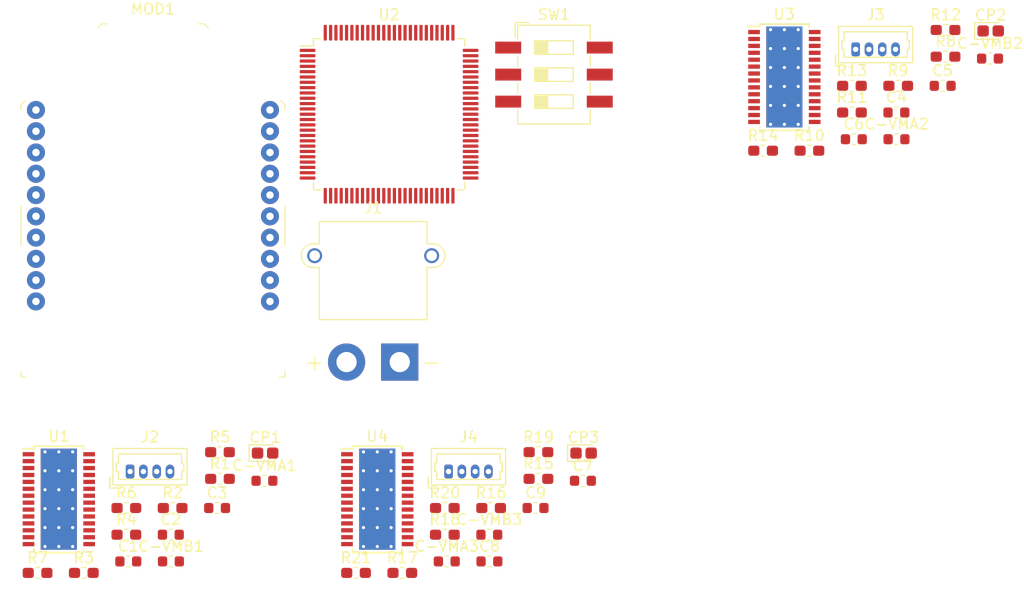
<source format=kicad_pcb>
(kicad_pcb (version 20171130) (host pcbnew "(5.1.5)-3")

  (general
    (thickness 1.6)
    (drawings 0)
    (tracks 0)
    (zones 0)
    (modules 49)
    (nets 163)
  )

  (page A4)
  (layers
    (0 F.Cu signal)
    (31 B.Cu signal)
    (32 B.Adhes user)
    (33 F.Adhes user)
    (34 B.Paste user)
    (35 F.Paste user)
    (36 B.SilkS user)
    (37 F.SilkS user)
    (38 B.Mask user)
    (39 F.Mask user)
    (40 Dwgs.User user)
    (41 Cmts.User user)
    (42 Eco1.User user)
    (43 Eco2.User user)
    (44 Edge.Cuts user)
    (45 Margin user)
    (46 B.CrtYd user)
    (47 F.CrtYd user)
    (48 B.Fab user)
    (49 F.Fab user)
  )

  (setup
    (last_trace_width 0.25)
    (trace_clearance 0.2)
    (zone_clearance 0.508)
    (zone_45_only no)
    (trace_min 0.2)
    (via_size 0.8)
    (via_drill 0.4)
    (via_min_size 0.4)
    (via_min_drill 0.3)
    (uvia_size 0.3)
    (uvia_drill 0.1)
    (uvias_allowed no)
    (uvia_min_size 0.2)
    (uvia_min_drill 0.1)
    (edge_width 0.05)
    (segment_width 0.2)
    (pcb_text_width 0.3)
    (pcb_text_size 1.5 1.5)
    (mod_edge_width 0.12)
    (mod_text_size 1 1)
    (mod_text_width 0.15)
    (pad_size 1.524 1.524)
    (pad_drill 0.762)
    (pad_to_mask_clearance 0.051)
    (solder_mask_min_width 0.25)
    (aux_axis_origin 0 0)
    (visible_elements FFFFFF7F)
    (pcbplotparams
      (layerselection 0x010fc_ffffffff)
      (usegerberextensions false)
      (usegerberattributes false)
      (usegerberadvancedattributes false)
      (creategerberjobfile false)
      (excludeedgelayer true)
      (linewidth 0.100000)
      (plotframeref false)
      (viasonmask false)
      (mode 1)
      (useauxorigin false)
      (hpglpennumber 1)
      (hpglpenspeed 20)
      (hpglpendiameter 15.000000)
      (psnegative false)
      (psa4output false)
      (plotreference true)
      (plotvalue true)
      (plotinvisibletext false)
      (padsonsilk false)
      (subtractmaskfromsilk false)
      (outputformat 1)
      (mirror false)
      (drillshape 1)
      (scaleselection 1)
      (outputdirectory ""))
  )

  (net 0 "")
  (net 1 "Net-(C1-Pad2)")
  (net 2 "Net-(C1-Pad1)")
  (net 3 "Net-(C2-Pad2)")
  (net 4 +12V)
  (net 5 /StepperMotorDriver1/V3P3OUT)
  (net 6 GND)
  (net 7 "Net-(C4-Pad2)")
  (net 8 "Net-(C4-Pad1)")
  (net 9 "Net-(C5-Pad2)")
  (net 10 /StepperMotorDriver2/V3P3OUT)
  (net 11 "Net-(C7-Pad2)")
  (net 12 "Net-(C7-Pad1)")
  (net 13 "Net-(C8-Pad2)")
  (net 14 /StepperMotorDriver3/V3P3OUT)
  (net 15 "Net-(J2-Pad4)")
  (net 16 "Net-(J2-Pad3)")
  (net 17 "Net-(J2-Pad2)")
  (net 18 "Net-(J2-Pad1)")
  (net 19 "Net-(J3-Pad4)")
  (net 20 "Net-(J3-Pad3)")
  (net 21 "Net-(J3-Pad2)")
  (net 22 "Net-(J3-Pad1)")
  (net 23 "Net-(J4-Pad4)")
  (net 24 "Net-(J4-Pad3)")
  (net 25 "Net-(J4-Pad2)")
  (net 26 "Net-(J4-Pad1)")
  (net 27 "Net-(R2-Pad2)")
  (net 28 "Net-(R4-Pad1)")
  (net 29 "Net-(R5-Pad1)")
  (net 30 "Net-(R6-Pad1)")
  (net 31 "Net-(R7-Pad1)")
  (net 32 "Net-(R8-Pad2)")
  (net 33 "Net-(R11-Pad1)")
  (net 34 "Net-(R12-Pad1)")
  (net 35 "Net-(R13-Pad1)")
  (net 36 "Net-(R14-Pad1)")
  (net 37 "Net-(R15-Pad2)")
  (net 38 "Net-(R18-Pad1)")
  (net 39 "Net-(R19-Pad1)")
  (net 40 "Net-(R20-Pad1)")
  (net 41 "Net-(R21-Pad1)")
  (net 42 +5V)
  (net 43 "Net-(U1-Pad23)")
  (net 44 /D6)
  (net 45 "Net-(U1-Pad21)")
  (net 46 /D7)
  (net 47 "Net-(U1-Pad19)")
  (net 48 "Net-(U2-Pad100)")
  (net 49 "Net-(U2-Pad98)")
  (net 50 "Net-(U2-Pad97)")
  (net 51 "Net-(U2-Pad96)")
  (net 52 "Net-(U2-Pad95)")
  (net 53 "Net-(U2-Pad94)")
  (net 54 "Net-(U2-Pad93)")
  (net 55 "Net-(U2-Pad92)")
  (net 56 "Net-(U2-Pad91)")
  (net 57 "Net-(U2-Pad90)")
  (net 58 "Net-(U2-Pad89)")
  (net 59 "Net-(U2-Pad88)")
  (net 60 "Net-(U2-Pad87)")
  (net 61 "Net-(U2-Pad86)")
  (net 62 "Net-(U2-Pad85)")
  (net 63 "Net-(U2-Pad84)")
  (net 64 "Net-(U2-Pad83)")
  (net 65 "Net-(U2-Pad82)")
  (net 66 "Net-(U2-Pad79)")
  (net 67 "Net-(U2-Pad78)")
  (net 68 "Net-(U2-Pad77)")
  (net 69 "Net-(U2-Pad76)")
  (net 70 "Net-(U2-Pad75)")
  (net 71 "Net-(U2-Pad74)")
  (net 72 "Net-(U2-Pad73)")
  (net 73 "Net-(U2-Pad72)")
  (net 74 "Net-(U2-Pad71)")
  (net 75 "Net-(U2-Pad70)")
  (net 76 "Net-(U2-Pad69)")
  (net 77 "Net-(U2-Pad68)")
  (net 78 "Net-(U2-Pad67)")
  (net 79 "Net-(U2-Pad66)")
  (net 80 "Net-(U2-Pad65)")
  (net 81 "Net-(U2-Pad64)")
  (net 82 "Net-(U2-Pad63)")
  (net 83 "Net-(U2-Pad60)")
  (net 84 "Net-(U2-Pad59)")
  (net 85 "Net-(U2-Pad58)")
  (net 86 "Net-(U2-Pad57)")
  (net 87 "Net-(U2-Pad56)")
  (net 88 "Net-(U2-Pad55)")
  (net 89 "Net-(U2-Pad54)")
  (net 90 "Net-(U2-Pad53)")
  (net 91 "Net-(U2-Pad52)")
  (net 92 "Net-(U2-Pad51)")
  (net 93 "Net-(U2-Pad50)")
  (net 94 "Net-(U2-Pad49)")
  (net 95 "Net-(U2-Pad48)")
  (net 96 "Net-(U2-Pad47)")
  (net 97 "Net-(U2-Pad44)")
  (net 98 "Net-(U2-Pad43)")
  (net 99 "Net-(U2-Pad42)")
  (net 100 "Net-(U2-Pad41)")
  (net 101 "Net-(U2-Pad40)")
  (net 102 "Net-(U2-Pad39)")
  (net 103 "Net-(U2-Pad38)")
  (net 104 "Net-(U2-Pad37)")
  (net 105 "Net-(U2-Pad36)")
  (net 106 "Net-(U2-Pad35)")
  (net 107 "Net-(U2-Pad34)")
  (net 108 "Net-(U2-Pad33)")
  (net 109 "Net-(U2-Pad30)")
  (net 110 "Net-(U2-Pad29)")
  (net 111 "Net-(U2-Pad28)")
  (net 112 "Net-(U2-Pad27)")
  (net 113 /D13)
  (net 114 /D12)
  (net 115 /D11)
  (net 116 /D10)
  (net 117 /D50)
  (net 118 /D51)
  (net 119 /D52)
  (net 120 /D53)
  (net 121 /D9)
  (net 122 /D8)
  (net 123 "Net-(U2-Pad14)")
  (net 124 "Net-(U2-Pad13)")
  (net 125 "Net-(U2-Pad12)")
  (net 126 "Net-(U2-Pad9)")
  (net 127 "Net-(U2-Pad8)")
  (net 128 "Net-(U2-Pad7)")
  (net 129 "Net-(U2-Pad6)")
  (net 130 "Net-(U2-Pad5)")
  (net 131 "Net-(U2-Pad4)")
  (net 132 /D2)
  (net 133 /D1)
  (net 134 "Net-(U2-Pad1)")
  (net 135 "Net-(U3-Pad23)")
  (net 136 "Net-(U3-Pad21)")
  (net 137 "Net-(U3-Pad19)")
  (net 138 "Net-(U4-Pad23)")
  (net 139 "Net-(U4-Pad21)")
  (net 140 "Net-(U4-Pad19)")
  (net 141 "Net-(MOD1-Pad20)")
  (net 142 "Net-(MOD1-Pad19)")
  (net 143 "Net-(MOD1-Pad18)")
  (net 144 "Net-(MOD1-Pad17)")
  (net 145 "Net-(MOD1-Pad16)")
  (net 146 "Net-(MOD1-Pad15)")
  (net 147 "Net-(MOD1-Pad14)")
  (net 148 "Net-(MOD1-Pad13)")
  (net 149 "Net-(MOD1-Pad12)")
  (net 150 "Net-(MOD1-Pad11)")
  (net 151 "Net-(MOD1-Pad9)")
  (net 152 "Net-(MOD1-Pad8)")
  (net 153 "Net-(MOD1-Pad7)")
  (net 154 "Net-(MOD1-Pad6)")
  (net 155 "Net-(MOD1-Pad5)")
  (net 156 "Net-(MOD1-Pad4)")
  (net 157 /D18)
  (net 158 /D19)
  (net 159 +3V3)
  (net 160 /MS3)
  (net 161 /MS2)
  (net 162 /MS1)

  (net_class Default "This is the default net class."
    (clearance 0.2)
    (trace_width 0.25)
    (via_dia 0.8)
    (via_drill 0.4)
    (uvia_dia 0.3)
    (uvia_drill 0.1)
    (add_net +12V)
    (add_net +3V3)
    (add_net +5V)
    (add_net /D1)
    (add_net /D10)
    (add_net /D11)
    (add_net /D12)
    (add_net /D13)
    (add_net /D18)
    (add_net /D19)
    (add_net /D2)
    (add_net /D50)
    (add_net /D51)
    (add_net /D52)
    (add_net /D53)
    (add_net /D6)
    (add_net /D7)
    (add_net /D8)
    (add_net /D9)
    (add_net /MS1)
    (add_net /MS2)
    (add_net /MS3)
    (add_net /StepperMotorDriver1/V3P3OUT)
    (add_net /StepperMotorDriver2/V3P3OUT)
    (add_net /StepperMotorDriver3/V3P3OUT)
    (add_net GND)
    (add_net "Net-(C1-Pad1)")
    (add_net "Net-(C1-Pad2)")
    (add_net "Net-(C2-Pad2)")
    (add_net "Net-(C4-Pad1)")
    (add_net "Net-(C4-Pad2)")
    (add_net "Net-(C5-Pad2)")
    (add_net "Net-(C7-Pad1)")
    (add_net "Net-(C7-Pad2)")
    (add_net "Net-(C8-Pad2)")
    (add_net "Net-(J2-Pad1)")
    (add_net "Net-(J2-Pad2)")
    (add_net "Net-(J2-Pad3)")
    (add_net "Net-(J2-Pad4)")
    (add_net "Net-(J3-Pad1)")
    (add_net "Net-(J3-Pad2)")
    (add_net "Net-(J3-Pad3)")
    (add_net "Net-(J3-Pad4)")
    (add_net "Net-(J4-Pad1)")
    (add_net "Net-(J4-Pad2)")
    (add_net "Net-(J4-Pad3)")
    (add_net "Net-(J4-Pad4)")
    (add_net "Net-(MOD1-Pad11)")
    (add_net "Net-(MOD1-Pad12)")
    (add_net "Net-(MOD1-Pad13)")
    (add_net "Net-(MOD1-Pad14)")
    (add_net "Net-(MOD1-Pad15)")
    (add_net "Net-(MOD1-Pad16)")
    (add_net "Net-(MOD1-Pad17)")
    (add_net "Net-(MOD1-Pad18)")
    (add_net "Net-(MOD1-Pad19)")
    (add_net "Net-(MOD1-Pad20)")
    (add_net "Net-(MOD1-Pad4)")
    (add_net "Net-(MOD1-Pad5)")
    (add_net "Net-(MOD1-Pad6)")
    (add_net "Net-(MOD1-Pad7)")
    (add_net "Net-(MOD1-Pad8)")
    (add_net "Net-(MOD1-Pad9)")
    (add_net "Net-(R11-Pad1)")
    (add_net "Net-(R12-Pad1)")
    (add_net "Net-(R13-Pad1)")
    (add_net "Net-(R14-Pad1)")
    (add_net "Net-(R15-Pad2)")
    (add_net "Net-(R18-Pad1)")
    (add_net "Net-(R19-Pad1)")
    (add_net "Net-(R2-Pad2)")
    (add_net "Net-(R20-Pad1)")
    (add_net "Net-(R21-Pad1)")
    (add_net "Net-(R4-Pad1)")
    (add_net "Net-(R5-Pad1)")
    (add_net "Net-(R6-Pad1)")
    (add_net "Net-(R7-Pad1)")
    (add_net "Net-(R8-Pad2)")
    (add_net "Net-(U1-Pad19)")
    (add_net "Net-(U1-Pad21)")
    (add_net "Net-(U1-Pad23)")
    (add_net "Net-(U2-Pad1)")
    (add_net "Net-(U2-Pad100)")
    (add_net "Net-(U2-Pad12)")
    (add_net "Net-(U2-Pad13)")
    (add_net "Net-(U2-Pad14)")
    (add_net "Net-(U2-Pad27)")
    (add_net "Net-(U2-Pad28)")
    (add_net "Net-(U2-Pad29)")
    (add_net "Net-(U2-Pad30)")
    (add_net "Net-(U2-Pad33)")
    (add_net "Net-(U2-Pad34)")
    (add_net "Net-(U2-Pad35)")
    (add_net "Net-(U2-Pad36)")
    (add_net "Net-(U2-Pad37)")
    (add_net "Net-(U2-Pad38)")
    (add_net "Net-(U2-Pad39)")
    (add_net "Net-(U2-Pad4)")
    (add_net "Net-(U2-Pad40)")
    (add_net "Net-(U2-Pad41)")
    (add_net "Net-(U2-Pad42)")
    (add_net "Net-(U2-Pad43)")
    (add_net "Net-(U2-Pad44)")
    (add_net "Net-(U2-Pad47)")
    (add_net "Net-(U2-Pad48)")
    (add_net "Net-(U2-Pad49)")
    (add_net "Net-(U2-Pad5)")
    (add_net "Net-(U2-Pad50)")
    (add_net "Net-(U2-Pad51)")
    (add_net "Net-(U2-Pad52)")
    (add_net "Net-(U2-Pad53)")
    (add_net "Net-(U2-Pad54)")
    (add_net "Net-(U2-Pad55)")
    (add_net "Net-(U2-Pad56)")
    (add_net "Net-(U2-Pad57)")
    (add_net "Net-(U2-Pad58)")
    (add_net "Net-(U2-Pad59)")
    (add_net "Net-(U2-Pad6)")
    (add_net "Net-(U2-Pad60)")
    (add_net "Net-(U2-Pad63)")
    (add_net "Net-(U2-Pad64)")
    (add_net "Net-(U2-Pad65)")
    (add_net "Net-(U2-Pad66)")
    (add_net "Net-(U2-Pad67)")
    (add_net "Net-(U2-Pad68)")
    (add_net "Net-(U2-Pad69)")
    (add_net "Net-(U2-Pad7)")
    (add_net "Net-(U2-Pad70)")
    (add_net "Net-(U2-Pad71)")
    (add_net "Net-(U2-Pad72)")
    (add_net "Net-(U2-Pad73)")
    (add_net "Net-(U2-Pad74)")
    (add_net "Net-(U2-Pad75)")
    (add_net "Net-(U2-Pad76)")
    (add_net "Net-(U2-Pad77)")
    (add_net "Net-(U2-Pad78)")
    (add_net "Net-(U2-Pad79)")
    (add_net "Net-(U2-Pad8)")
    (add_net "Net-(U2-Pad82)")
    (add_net "Net-(U2-Pad83)")
    (add_net "Net-(U2-Pad84)")
    (add_net "Net-(U2-Pad85)")
    (add_net "Net-(U2-Pad86)")
    (add_net "Net-(U2-Pad87)")
    (add_net "Net-(U2-Pad88)")
    (add_net "Net-(U2-Pad89)")
    (add_net "Net-(U2-Pad9)")
    (add_net "Net-(U2-Pad90)")
    (add_net "Net-(U2-Pad91)")
    (add_net "Net-(U2-Pad92)")
    (add_net "Net-(U2-Pad93)")
    (add_net "Net-(U2-Pad94)")
    (add_net "Net-(U2-Pad95)")
    (add_net "Net-(U2-Pad96)")
    (add_net "Net-(U2-Pad97)")
    (add_net "Net-(U2-Pad98)")
    (add_net "Net-(U3-Pad19)")
    (add_net "Net-(U3-Pad21)")
    (add_net "Net-(U3-Pad23)")
    (add_net "Net-(U4-Pad19)")
    (add_net "Net-(U4-Pad21)")
    (add_net "Net-(U4-Pad23)")
  )

  (module Package_SO:HTSSOP-28-1EP_4.4x9.7mm_P0.65mm_EP3.4x9.5mm_ThermalVias (layer F.Cu) (tedit 5A671C1D) (tstamp 5E605FC0)
    (at 86.91 89.4)
    (descr "HTSSOP28: plastic thin shrink small outline package; 28 leads; body width 4.4 mm; thermal pad")
    (tags "TSSOP HTSSOP 0.65 thermal pad")
    (path /5E6050A3/5E5BDB2A)
    (attr smd)
    (fp_text reference U4 (at 0 -5.9) (layer F.SilkS)
      (effects (font (size 1 1) (thickness 0.15)))
    )
    (fp_text value DRV8825PWPR (at 0 5.9) (layer F.Fab)
      (effects (font (size 1 1) (thickness 0.15)))
    )
    (fp_text user %R (at 0 0) (layer F.Fab)
      (effects (font (size 0.8 0.8) (thickness 0.15)))
    )
    (fp_line (start -2.325 -4.75) (end -3.4 -4.75) (layer F.SilkS) (width 0.15))
    (fp_line (start -2.325 5.0258) (end 2.325 5.0258) (layer F.SilkS) (width 0.15))
    (fp_line (start -2.325 -4.975) (end 2.325 -4.975) (layer F.SilkS) (width 0.15))
    (fp_line (start -2.325 5.0258) (end -2.325 4.7008) (layer F.SilkS) (width 0.15))
    (fp_line (start 2.325 5.0258) (end 2.325 4.7008) (layer F.SilkS) (width 0.15))
    (fp_line (start 2.325 -4.975) (end 2.325 -4.65) (layer F.SilkS) (width 0.15))
    (fp_line (start -2.325 -4.975) (end -2.325 -4.75) (layer F.SilkS) (width 0.15))
    (fp_line (start -3.65 5.15) (end 3.65 5.15) (layer F.CrtYd) (width 0.05))
    (fp_line (start -3.65 -5.15) (end 3.65 -5.15) (layer F.CrtYd) (width 0.05))
    (fp_line (start 3.65 -5.15) (end 3.65 5.15) (layer F.CrtYd) (width 0.05))
    (fp_line (start -3.65 -5.15) (end -3.65 5.15) (layer F.CrtYd) (width 0.05))
    (fp_line (start -2.2 -3.85) (end -1.2 -4.85) (layer F.Fab) (width 0.15))
    (fp_line (start -2.2 4.85) (end -2.2 -3.85) (layer F.Fab) (width 0.15))
    (fp_line (start 2.2 4.9008) (end -2.2 4.9008) (layer F.Fab) (width 0.15))
    (fp_line (start 2.2 -4.85) (end 2.2 4.85) (layer F.Fab) (width 0.15))
    (fp_line (start -1.2 -4.85) (end 2.2 -4.85) (layer F.Fab) (width 0.15))
    (pad 29 smd rect (at 0 0) (size 3.4 9.5) (layers B.Cu)
      (net 6 GND))
    (pad "" smd rect (at -0.85 3.56) (size 1.4 1.4) (layers F.Paste))
    (pad "" smd rect (at 0.85 3.56) (size 1.4 1.4) (layers F.Paste))
    (pad "" smd rect (at -0.85 1.78) (size 1.4 1.4) (layers F.Paste))
    (pad "" smd rect (at 0.85 1.78) (size 1.4 1.4) (layers F.Paste))
    (pad "" smd rect (at -0.85 0) (size 1.4 1.4) (layers F.Paste))
    (pad "" smd rect (at 0.85 0) (size 1.4 1.4) (layers F.Paste))
    (pad "" smd rect (at -0.85 -1.78) (size 1.4 1.4) (layers F.Paste))
    (pad "" smd rect (at 0.85 -1.78) (size 1.4 1.4) (layers F.Paste))
    (pad "" smd rect (at 0.85 -3.56) (size 1.4 1.4) (layers F.Paste))
    (pad "" smd rect (at -0.85 -3.56) (size 1.4 1.4) (layers F.Paste))
    (pad 29 thru_hole circle (at -1.3 4.45) (size 0.6 0.6) (drill 0.3) (layers *.Cu)
      (net 6 GND))
    (pad 29 thru_hole circle (at 0 4.45) (size 0.6 0.6) (drill 0.3) (layers *.Cu)
      (net 6 GND))
    (pad 29 thru_hole circle (at 1.3 4.45) (size 0.6 0.6) (drill 0.3) (layers *.Cu)
      (net 6 GND))
    (pad 29 thru_hole circle (at -1.3 2.67) (size 0.6 0.6) (drill 0.3) (layers *.Cu)
      (net 6 GND))
    (pad 29 thru_hole circle (at 0 2.67) (size 0.6 0.6) (drill 0.3) (layers *.Cu)
      (net 6 GND))
    (pad 29 thru_hole circle (at 1.3 2.67) (size 0.6 0.6) (drill 0.3) (layers *.Cu)
      (net 6 GND))
    (pad 29 thru_hole circle (at -1.3 0.89) (size 0.6 0.6) (drill 0.3) (layers *.Cu)
      (net 6 GND))
    (pad 29 thru_hole circle (at 0 0.89) (size 0.6 0.6) (drill 0.3) (layers *.Cu)
      (net 6 GND))
    (pad 29 thru_hole circle (at 1.3 0.89) (size 0.6 0.6) (drill 0.3) (layers *.Cu)
      (net 6 GND))
    (pad 29 thru_hole circle (at -1.3 -0.89) (size 0.6 0.6) (drill 0.3) (layers *.Cu)
      (net 6 GND))
    (pad 29 thru_hole circle (at 0 -0.89) (size 0.6 0.6) (drill 0.3) (layers *.Cu)
      (net 6 GND))
    (pad 29 thru_hole circle (at 1.3 -0.89) (size 0.6 0.6) (drill 0.3) (layers *.Cu)
      (net 6 GND))
    (pad 29 thru_hole circle (at -1.3 -2.67) (size 0.6 0.6) (drill 0.3) (layers *.Cu)
      (net 6 GND))
    (pad 29 thru_hole circle (at 0 -2.67) (size 0.6 0.6) (drill 0.3) (layers *.Cu)
      (net 6 GND))
    (pad 29 thru_hole circle (at 1.3 -2.67) (size 0.6 0.6) (drill 0.3) (layers *.Cu)
      (net 6 GND))
    (pad 29 thru_hole circle (at 1.3 -4.45) (size 0.6 0.6) (drill 0.3) (layers *.Cu)
      (net 6 GND))
    (pad 29 thru_hole circle (at 0 -4.45) (size 0.6 0.6) (drill 0.3) (layers *.Cu)
      (net 6 GND))
    (pad 29 thru_hole circle (at -1.3 -4.45) (size 0.6 0.6) (drill 0.3) (layers *.Cu)
      (net 6 GND))
    (pad 29 smd rect (at 0 0) (size 3.4 9.5) (layers F.Cu F.Mask)
      (net 6 GND))
    (pad 28 smd rect (at 2.85 -4.225) (size 1.1 0.4) (layers F.Cu F.Paste F.Mask)
      (net 6 GND))
    (pad 27 smd rect (at 2.85 -3.575) (size 1.1 0.4) (layers F.Cu F.Paste F.Mask)
      (net 41 "Net-(R21-Pad1)"))
    (pad 26 smd rect (at 2.85 -2.925) (size 1.1 0.4) (layers F.Cu F.Paste F.Mask)
      (net 160 /MS3))
    (pad 25 smd rect (at 2.85 -2.275) (size 1.1 0.4) (layers F.Cu F.Paste F.Mask)
      (net 161 /MS2))
    (pad 24 smd rect (at 2.85 -1.625) (size 1.1 0.4) (layers F.Cu F.Paste F.Mask)
      (net 162 /MS1))
    (pad 23 smd rect (at 2.85 -0.975) (size 1.1 0.4) (layers F.Cu F.Paste F.Mask)
      (net 138 "Net-(U4-Pad23)"))
    (pad 22 smd rect (at 2.85 -0.325) (size 1.1 0.4) (layers F.Cu F.Paste F.Mask)
      (net 116 /D10))
    (pad 21 smd rect (at 2.85 0.325) (size 1.1 0.4) (layers F.Cu F.Paste F.Mask)
      (net 139 "Net-(U4-Pad21)"))
    (pad 20 smd rect (at 2.85 0.975) (size 1.1 0.4) (layers F.Cu F.Paste F.Mask)
      (net 115 /D11))
    (pad 19 smd rect (at 2.85 1.625) (size 1.1 0.4) (layers F.Cu F.Paste F.Mask)
      (net 140 "Net-(U4-Pad19)"))
    (pad 18 smd rect (at 2.85 2.275) (size 1.1 0.4) (layers F.Cu F.Paste F.Mask)
      (net 40 "Net-(R20-Pad1)"))
    (pad 17 smd rect (at 2.85 2.925) (size 1.1 0.4) (layers F.Cu F.Paste F.Mask)
      (net 42 +5V))
    (pad 16 smd rect (at 2.85 3.575) (size 1.1 0.4) (layers F.Cu F.Paste F.Mask)
      (net 42 +5V))
    (pad 15 smd rect (at 2.85 4.225) (size 1.1 0.4) (layers F.Cu F.Paste F.Mask)
      (net 14 /StepperMotorDriver3/V3P3OUT))
    (pad 14 smd rect (at -2.85 4.225) (size 1.1 0.4) (layers F.Cu F.Paste F.Mask)
      (net 6 GND))
    (pad 13 smd rect (at -2.85 3.575) (size 1.1 0.4) (layers F.Cu F.Paste F.Mask)
      (net 37 "Net-(R15-Pad2)"))
    (pad 12 smd rect (at -2.85 2.925) (size 1.1 0.4) (layers F.Cu F.Paste F.Mask)
      (net 37 "Net-(R15-Pad2)"))
    (pad 11 smd rect (at -2.85 2.275) (size 1.1 0.4) (layers F.Cu F.Paste F.Mask)
      (net 4 +12V))
    (pad 10 smd rect (at -2.85 1.625) (size 1.1 0.4) (layers F.Cu F.Paste F.Mask)
      (net 25 "Net-(J4-Pad2)"))
    (pad 9 smd rect (at -2.85 0.975) (size 1.1 0.4) (layers F.Cu F.Paste F.Mask)
      (net 39 "Net-(R19-Pad1)"))
    (pad 8 smd rect (at -2.85 0.325) (size 1.1 0.4) (layers F.Cu F.Paste F.Mask)
      (net 26 "Net-(J4-Pad1)"))
    (pad 7 smd rect (at -2.85 -0.325) (size 1.1 0.4) (layers F.Cu F.Paste F.Mask)
      (net 24 "Net-(J4-Pad3)"))
    (pad 6 smd rect (at -2.85 -0.975) (size 1.1 0.4) (layers F.Cu F.Paste F.Mask)
      (net 38 "Net-(R18-Pad1)"))
    (pad 5 smd rect (at -2.85 -1.625) (size 1.1 0.4) (layers F.Cu F.Paste F.Mask)
      (net 23 "Net-(J4-Pad4)"))
    (pad 4 smd rect (at -2.85 -2.275) (size 1.1 0.4) (layers F.Cu F.Paste F.Mask)
      (net 4 +12V))
    (pad 3 smd rect (at -2.85 -2.925) (size 1.1 0.4) (layers F.Cu F.Paste F.Mask)
      (net 13 "Net-(C8-Pad2)"))
    (pad 2 smd rect (at -2.85 -3.575) (size 1.1 0.4) (layers F.Cu F.Paste F.Mask)
      (net 11 "Net-(C7-Pad2)"))
    (pad 1 smd rect (at -2.85 -4.225) (size 1.1 0.4) (layers F.Cu F.Paste F.Mask)
      (net 12 "Net-(C7-Pad1)"))
    (model ${KISYS3DMOD}/Package_SO.3dshapes/HTSSOP-28-1EP_4.4x9.7mm_P0.65mm_EP3.4x9.5mm.wrl
      (at (xyz 0 0 0))
      (scale (xyz 1 1 1))
      (rotate (xyz 0 0 0))
    )
  )

  (module Package_SO:HTSSOP-28-1EP_4.4x9.7mm_P0.65mm_EP3.4x9.5mm_ThermalVias (layer F.Cu) (tedit 5A671C1D) (tstamp 5E605F71)
    (at 125.18 49.71)
    (descr "HTSSOP28: plastic thin shrink small outline package; 28 leads; body width 4.4 mm; thermal pad")
    (tags "TSSOP HTSSOP 0.65 thermal pad")
    (path /5E601D92/5E5BDB2A)
    (attr smd)
    (fp_text reference U3 (at 0 -5.9) (layer F.SilkS)
      (effects (font (size 1 1) (thickness 0.15)))
    )
    (fp_text value DRV8825PWPR (at 0 5.9) (layer F.Fab)
      (effects (font (size 1 1) (thickness 0.15)))
    )
    (fp_text user %R (at 0 0) (layer F.Fab)
      (effects (font (size 0.8 0.8) (thickness 0.15)))
    )
    (fp_line (start -2.325 -4.75) (end -3.4 -4.75) (layer F.SilkS) (width 0.15))
    (fp_line (start -2.325 5.0258) (end 2.325 5.0258) (layer F.SilkS) (width 0.15))
    (fp_line (start -2.325 -4.975) (end 2.325 -4.975) (layer F.SilkS) (width 0.15))
    (fp_line (start -2.325 5.0258) (end -2.325 4.7008) (layer F.SilkS) (width 0.15))
    (fp_line (start 2.325 5.0258) (end 2.325 4.7008) (layer F.SilkS) (width 0.15))
    (fp_line (start 2.325 -4.975) (end 2.325 -4.65) (layer F.SilkS) (width 0.15))
    (fp_line (start -2.325 -4.975) (end -2.325 -4.75) (layer F.SilkS) (width 0.15))
    (fp_line (start -3.65 5.15) (end 3.65 5.15) (layer F.CrtYd) (width 0.05))
    (fp_line (start -3.65 -5.15) (end 3.65 -5.15) (layer F.CrtYd) (width 0.05))
    (fp_line (start 3.65 -5.15) (end 3.65 5.15) (layer F.CrtYd) (width 0.05))
    (fp_line (start -3.65 -5.15) (end -3.65 5.15) (layer F.CrtYd) (width 0.05))
    (fp_line (start -2.2 -3.85) (end -1.2 -4.85) (layer F.Fab) (width 0.15))
    (fp_line (start -2.2 4.85) (end -2.2 -3.85) (layer F.Fab) (width 0.15))
    (fp_line (start 2.2 4.9008) (end -2.2 4.9008) (layer F.Fab) (width 0.15))
    (fp_line (start 2.2 -4.85) (end 2.2 4.85) (layer F.Fab) (width 0.15))
    (fp_line (start -1.2 -4.85) (end 2.2 -4.85) (layer F.Fab) (width 0.15))
    (pad 29 smd rect (at 0 0) (size 3.4 9.5) (layers B.Cu)
      (net 6 GND))
    (pad "" smd rect (at -0.85 3.56) (size 1.4 1.4) (layers F.Paste))
    (pad "" smd rect (at 0.85 3.56) (size 1.4 1.4) (layers F.Paste))
    (pad "" smd rect (at -0.85 1.78) (size 1.4 1.4) (layers F.Paste))
    (pad "" smd rect (at 0.85 1.78) (size 1.4 1.4) (layers F.Paste))
    (pad "" smd rect (at -0.85 0) (size 1.4 1.4) (layers F.Paste))
    (pad "" smd rect (at 0.85 0) (size 1.4 1.4) (layers F.Paste))
    (pad "" smd rect (at -0.85 -1.78) (size 1.4 1.4) (layers F.Paste))
    (pad "" smd rect (at 0.85 -1.78) (size 1.4 1.4) (layers F.Paste))
    (pad "" smd rect (at 0.85 -3.56) (size 1.4 1.4) (layers F.Paste))
    (pad "" smd rect (at -0.85 -3.56) (size 1.4 1.4) (layers F.Paste))
    (pad 29 thru_hole circle (at -1.3 4.45) (size 0.6 0.6) (drill 0.3) (layers *.Cu)
      (net 6 GND))
    (pad 29 thru_hole circle (at 0 4.45) (size 0.6 0.6) (drill 0.3) (layers *.Cu)
      (net 6 GND))
    (pad 29 thru_hole circle (at 1.3 4.45) (size 0.6 0.6) (drill 0.3) (layers *.Cu)
      (net 6 GND))
    (pad 29 thru_hole circle (at -1.3 2.67) (size 0.6 0.6) (drill 0.3) (layers *.Cu)
      (net 6 GND))
    (pad 29 thru_hole circle (at 0 2.67) (size 0.6 0.6) (drill 0.3) (layers *.Cu)
      (net 6 GND))
    (pad 29 thru_hole circle (at 1.3 2.67) (size 0.6 0.6) (drill 0.3) (layers *.Cu)
      (net 6 GND))
    (pad 29 thru_hole circle (at -1.3 0.89) (size 0.6 0.6) (drill 0.3) (layers *.Cu)
      (net 6 GND))
    (pad 29 thru_hole circle (at 0 0.89) (size 0.6 0.6) (drill 0.3) (layers *.Cu)
      (net 6 GND))
    (pad 29 thru_hole circle (at 1.3 0.89) (size 0.6 0.6) (drill 0.3) (layers *.Cu)
      (net 6 GND))
    (pad 29 thru_hole circle (at -1.3 -0.89) (size 0.6 0.6) (drill 0.3) (layers *.Cu)
      (net 6 GND))
    (pad 29 thru_hole circle (at 0 -0.89) (size 0.6 0.6) (drill 0.3) (layers *.Cu)
      (net 6 GND))
    (pad 29 thru_hole circle (at 1.3 -0.89) (size 0.6 0.6) (drill 0.3) (layers *.Cu)
      (net 6 GND))
    (pad 29 thru_hole circle (at -1.3 -2.67) (size 0.6 0.6) (drill 0.3) (layers *.Cu)
      (net 6 GND))
    (pad 29 thru_hole circle (at 0 -2.67) (size 0.6 0.6) (drill 0.3) (layers *.Cu)
      (net 6 GND))
    (pad 29 thru_hole circle (at 1.3 -2.67) (size 0.6 0.6) (drill 0.3) (layers *.Cu)
      (net 6 GND))
    (pad 29 thru_hole circle (at 1.3 -4.45) (size 0.6 0.6) (drill 0.3) (layers *.Cu)
      (net 6 GND))
    (pad 29 thru_hole circle (at 0 -4.45) (size 0.6 0.6) (drill 0.3) (layers *.Cu)
      (net 6 GND))
    (pad 29 thru_hole circle (at -1.3 -4.45) (size 0.6 0.6) (drill 0.3) (layers *.Cu)
      (net 6 GND))
    (pad 29 smd rect (at 0 0) (size 3.4 9.5) (layers F.Cu F.Mask)
      (net 6 GND))
    (pad 28 smd rect (at 2.85 -4.225) (size 1.1 0.4) (layers F.Cu F.Paste F.Mask)
      (net 6 GND))
    (pad 27 smd rect (at 2.85 -3.575) (size 1.1 0.4) (layers F.Cu F.Paste F.Mask)
      (net 36 "Net-(R14-Pad1)"))
    (pad 26 smd rect (at 2.85 -2.925) (size 1.1 0.4) (layers F.Cu F.Paste F.Mask)
      (net 160 /MS3))
    (pad 25 smd rect (at 2.85 -2.275) (size 1.1 0.4) (layers F.Cu F.Paste F.Mask)
      (net 161 /MS2))
    (pad 24 smd rect (at 2.85 -1.625) (size 1.1 0.4) (layers F.Cu F.Paste F.Mask)
      (net 162 /MS1))
    (pad 23 smd rect (at 2.85 -0.975) (size 1.1 0.4) (layers F.Cu F.Paste F.Mask)
      (net 135 "Net-(U3-Pad23)"))
    (pad 22 smd rect (at 2.85 -0.325) (size 1.1 0.4) (layers F.Cu F.Paste F.Mask)
      (net 122 /D8))
    (pad 21 smd rect (at 2.85 0.325) (size 1.1 0.4) (layers F.Cu F.Paste F.Mask)
      (net 136 "Net-(U3-Pad21)"))
    (pad 20 smd rect (at 2.85 0.975) (size 1.1 0.4) (layers F.Cu F.Paste F.Mask)
      (net 121 /D9))
    (pad 19 smd rect (at 2.85 1.625) (size 1.1 0.4) (layers F.Cu F.Paste F.Mask)
      (net 137 "Net-(U3-Pad19)"))
    (pad 18 smd rect (at 2.85 2.275) (size 1.1 0.4) (layers F.Cu F.Paste F.Mask)
      (net 35 "Net-(R13-Pad1)"))
    (pad 17 smd rect (at 2.85 2.925) (size 1.1 0.4) (layers F.Cu F.Paste F.Mask)
      (net 42 +5V))
    (pad 16 smd rect (at 2.85 3.575) (size 1.1 0.4) (layers F.Cu F.Paste F.Mask)
      (net 42 +5V))
    (pad 15 smd rect (at 2.85 4.225) (size 1.1 0.4) (layers F.Cu F.Paste F.Mask)
      (net 10 /StepperMotorDriver2/V3P3OUT))
    (pad 14 smd rect (at -2.85 4.225) (size 1.1 0.4) (layers F.Cu F.Paste F.Mask)
      (net 6 GND))
    (pad 13 smd rect (at -2.85 3.575) (size 1.1 0.4) (layers F.Cu F.Paste F.Mask)
      (net 32 "Net-(R8-Pad2)"))
    (pad 12 smd rect (at -2.85 2.925) (size 1.1 0.4) (layers F.Cu F.Paste F.Mask)
      (net 32 "Net-(R8-Pad2)"))
    (pad 11 smd rect (at -2.85 2.275) (size 1.1 0.4) (layers F.Cu F.Paste F.Mask)
      (net 4 +12V))
    (pad 10 smd rect (at -2.85 1.625) (size 1.1 0.4) (layers F.Cu F.Paste F.Mask)
      (net 21 "Net-(J3-Pad2)"))
    (pad 9 smd rect (at -2.85 0.975) (size 1.1 0.4) (layers F.Cu F.Paste F.Mask)
      (net 34 "Net-(R12-Pad1)"))
    (pad 8 smd rect (at -2.85 0.325) (size 1.1 0.4) (layers F.Cu F.Paste F.Mask)
      (net 22 "Net-(J3-Pad1)"))
    (pad 7 smd rect (at -2.85 -0.325) (size 1.1 0.4) (layers F.Cu F.Paste F.Mask)
      (net 20 "Net-(J3-Pad3)"))
    (pad 6 smd rect (at -2.85 -0.975) (size 1.1 0.4) (layers F.Cu F.Paste F.Mask)
      (net 33 "Net-(R11-Pad1)"))
    (pad 5 smd rect (at -2.85 -1.625) (size 1.1 0.4) (layers F.Cu F.Paste F.Mask)
      (net 19 "Net-(J3-Pad4)"))
    (pad 4 smd rect (at -2.85 -2.275) (size 1.1 0.4) (layers F.Cu F.Paste F.Mask)
      (net 4 +12V))
    (pad 3 smd rect (at -2.85 -2.925) (size 1.1 0.4) (layers F.Cu F.Paste F.Mask)
      (net 9 "Net-(C5-Pad2)"))
    (pad 2 smd rect (at -2.85 -3.575) (size 1.1 0.4) (layers F.Cu F.Paste F.Mask)
      (net 7 "Net-(C4-Pad2)"))
    (pad 1 smd rect (at -2.85 -4.225) (size 1.1 0.4) (layers F.Cu F.Paste F.Mask)
      (net 8 "Net-(C4-Pad1)"))
    (model ${KISYS3DMOD}/Package_SO.3dshapes/HTSSOP-28-1EP_4.4x9.7mm_P0.65mm_EP3.4x9.5mm.wrl
      (at (xyz 0 0 0))
      (scale (xyz 1 1 1))
      (rotate (xyz 0 0 0))
    )
  )

  (module Package_QFP:TQFP-100_14x14mm_P0.5mm (layer F.Cu) (tedit 5D9F72B1) (tstamp 5E605F22)
    (at 88.02 53.21)
    (descr "TQFP, 100 Pin (http://www.microsemi.com/index.php?option=com_docman&task=doc_download&gid=131095), generated with kicad-footprint-generator ipc_gullwing_generator.py")
    (tags "TQFP QFP")
    (path /5E60AADB)
    (attr smd)
    (fp_text reference U2 (at 0 -9.35) (layer F.SilkS)
      (effects (font (size 1 1) (thickness 0.15)))
    )
    (fp_text value ATmega2560-16AU (at 0 9.35) (layer F.Fab)
      (effects (font (size 1 1) (thickness 0.15)))
    )
    (fp_text user %R (at 0 0) (layer F.Fab)
      (effects (font (size 1 1) (thickness 0.15)))
    )
    (fp_line (start 8.65 6.4) (end 8.65 0) (layer F.CrtYd) (width 0.05))
    (fp_line (start 7.25 6.4) (end 8.65 6.4) (layer F.CrtYd) (width 0.05))
    (fp_line (start 7.25 7.25) (end 7.25 6.4) (layer F.CrtYd) (width 0.05))
    (fp_line (start 6.4 7.25) (end 7.25 7.25) (layer F.CrtYd) (width 0.05))
    (fp_line (start 6.4 8.65) (end 6.4 7.25) (layer F.CrtYd) (width 0.05))
    (fp_line (start 0 8.65) (end 6.4 8.65) (layer F.CrtYd) (width 0.05))
    (fp_line (start -8.65 6.4) (end -8.65 0) (layer F.CrtYd) (width 0.05))
    (fp_line (start -7.25 6.4) (end -8.65 6.4) (layer F.CrtYd) (width 0.05))
    (fp_line (start -7.25 7.25) (end -7.25 6.4) (layer F.CrtYd) (width 0.05))
    (fp_line (start -6.4 7.25) (end -7.25 7.25) (layer F.CrtYd) (width 0.05))
    (fp_line (start -6.4 8.65) (end -6.4 7.25) (layer F.CrtYd) (width 0.05))
    (fp_line (start 0 8.65) (end -6.4 8.65) (layer F.CrtYd) (width 0.05))
    (fp_line (start 8.65 -6.4) (end 8.65 0) (layer F.CrtYd) (width 0.05))
    (fp_line (start 7.25 -6.4) (end 8.65 -6.4) (layer F.CrtYd) (width 0.05))
    (fp_line (start 7.25 -7.25) (end 7.25 -6.4) (layer F.CrtYd) (width 0.05))
    (fp_line (start 6.4 -7.25) (end 7.25 -7.25) (layer F.CrtYd) (width 0.05))
    (fp_line (start 6.4 -8.65) (end 6.4 -7.25) (layer F.CrtYd) (width 0.05))
    (fp_line (start 0 -8.65) (end 6.4 -8.65) (layer F.CrtYd) (width 0.05))
    (fp_line (start -8.65 -6.4) (end -8.65 0) (layer F.CrtYd) (width 0.05))
    (fp_line (start -7.25 -6.4) (end -8.65 -6.4) (layer F.CrtYd) (width 0.05))
    (fp_line (start -7.25 -7.25) (end -7.25 -6.4) (layer F.CrtYd) (width 0.05))
    (fp_line (start -6.4 -7.25) (end -7.25 -7.25) (layer F.CrtYd) (width 0.05))
    (fp_line (start -6.4 -8.65) (end -6.4 -7.25) (layer F.CrtYd) (width 0.05))
    (fp_line (start 0 -8.65) (end -6.4 -8.65) (layer F.CrtYd) (width 0.05))
    (fp_line (start -7 -6) (end -6 -7) (layer F.Fab) (width 0.1))
    (fp_line (start -7 7) (end -7 -6) (layer F.Fab) (width 0.1))
    (fp_line (start 7 7) (end -7 7) (layer F.Fab) (width 0.1))
    (fp_line (start 7 -7) (end 7 7) (layer F.Fab) (width 0.1))
    (fp_line (start -6 -7) (end 7 -7) (layer F.Fab) (width 0.1))
    (fp_line (start -7.11 -6.41) (end -8.4 -6.41) (layer F.SilkS) (width 0.12))
    (fp_line (start -7.11 -7.11) (end -7.11 -6.41) (layer F.SilkS) (width 0.12))
    (fp_line (start -6.41 -7.11) (end -7.11 -7.11) (layer F.SilkS) (width 0.12))
    (fp_line (start 7.11 -7.11) (end 7.11 -6.41) (layer F.SilkS) (width 0.12))
    (fp_line (start 6.41 -7.11) (end 7.11 -7.11) (layer F.SilkS) (width 0.12))
    (fp_line (start -7.11 7.11) (end -7.11 6.41) (layer F.SilkS) (width 0.12))
    (fp_line (start -6.41 7.11) (end -7.11 7.11) (layer F.SilkS) (width 0.12))
    (fp_line (start 7.11 7.11) (end 7.11 6.41) (layer F.SilkS) (width 0.12))
    (fp_line (start 6.41 7.11) (end 7.11 7.11) (layer F.SilkS) (width 0.12))
    (pad 100 smd roundrect (at -6 -7.6625) (size 0.3 1.475) (layers F.Cu F.Paste F.Mask) (roundrect_rratio 0.25)
      (net 48 "Net-(U2-Pad100)"))
    (pad 99 smd roundrect (at -5.5 -7.6625) (size 0.3 1.475) (layers F.Cu F.Paste F.Mask) (roundrect_rratio 0.25)
      (net 6 GND))
    (pad 98 smd roundrect (at -5 -7.6625) (size 0.3 1.475) (layers F.Cu F.Paste F.Mask) (roundrect_rratio 0.25)
      (net 49 "Net-(U2-Pad98)"))
    (pad 97 smd roundrect (at -4.5 -7.6625) (size 0.3 1.475) (layers F.Cu F.Paste F.Mask) (roundrect_rratio 0.25)
      (net 50 "Net-(U2-Pad97)"))
    (pad 96 smd roundrect (at -4 -7.6625) (size 0.3 1.475) (layers F.Cu F.Paste F.Mask) (roundrect_rratio 0.25)
      (net 51 "Net-(U2-Pad96)"))
    (pad 95 smd roundrect (at -3.5 -7.6625) (size 0.3 1.475) (layers F.Cu F.Paste F.Mask) (roundrect_rratio 0.25)
      (net 52 "Net-(U2-Pad95)"))
    (pad 94 smd roundrect (at -3 -7.6625) (size 0.3 1.475) (layers F.Cu F.Paste F.Mask) (roundrect_rratio 0.25)
      (net 53 "Net-(U2-Pad94)"))
    (pad 93 smd roundrect (at -2.5 -7.6625) (size 0.3 1.475) (layers F.Cu F.Paste F.Mask) (roundrect_rratio 0.25)
      (net 54 "Net-(U2-Pad93)"))
    (pad 92 smd roundrect (at -2 -7.6625) (size 0.3 1.475) (layers F.Cu F.Paste F.Mask) (roundrect_rratio 0.25)
      (net 55 "Net-(U2-Pad92)"))
    (pad 91 smd roundrect (at -1.5 -7.6625) (size 0.3 1.475) (layers F.Cu F.Paste F.Mask) (roundrect_rratio 0.25)
      (net 56 "Net-(U2-Pad91)"))
    (pad 90 smd roundrect (at -1 -7.6625) (size 0.3 1.475) (layers F.Cu F.Paste F.Mask) (roundrect_rratio 0.25)
      (net 57 "Net-(U2-Pad90)"))
    (pad 89 smd roundrect (at -0.5 -7.6625) (size 0.3 1.475) (layers F.Cu F.Paste F.Mask) (roundrect_rratio 0.25)
      (net 58 "Net-(U2-Pad89)"))
    (pad 88 smd roundrect (at 0 -7.6625) (size 0.3 1.475) (layers F.Cu F.Paste F.Mask) (roundrect_rratio 0.25)
      (net 59 "Net-(U2-Pad88)"))
    (pad 87 smd roundrect (at 0.5 -7.6625) (size 0.3 1.475) (layers F.Cu F.Paste F.Mask) (roundrect_rratio 0.25)
      (net 60 "Net-(U2-Pad87)"))
    (pad 86 smd roundrect (at 1 -7.6625) (size 0.3 1.475) (layers F.Cu F.Paste F.Mask) (roundrect_rratio 0.25)
      (net 61 "Net-(U2-Pad86)"))
    (pad 85 smd roundrect (at 1.5 -7.6625) (size 0.3 1.475) (layers F.Cu F.Paste F.Mask) (roundrect_rratio 0.25)
      (net 62 "Net-(U2-Pad85)"))
    (pad 84 smd roundrect (at 2 -7.6625) (size 0.3 1.475) (layers F.Cu F.Paste F.Mask) (roundrect_rratio 0.25)
      (net 63 "Net-(U2-Pad84)"))
    (pad 83 smd roundrect (at 2.5 -7.6625) (size 0.3 1.475) (layers F.Cu F.Paste F.Mask) (roundrect_rratio 0.25)
      (net 64 "Net-(U2-Pad83)"))
    (pad 82 smd roundrect (at 3 -7.6625) (size 0.3 1.475) (layers F.Cu F.Paste F.Mask) (roundrect_rratio 0.25)
      (net 65 "Net-(U2-Pad82)"))
    (pad 81 smd roundrect (at 3.5 -7.6625) (size 0.3 1.475) (layers F.Cu F.Paste F.Mask) (roundrect_rratio 0.25)
      (net 6 GND))
    (pad 80 smd roundrect (at 4 -7.6625) (size 0.3 1.475) (layers F.Cu F.Paste F.Mask) (roundrect_rratio 0.25)
      (net 42 +5V))
    (pad 79 smd roundrect (at 4.5 -7.6625) (size 0.3 1.475) (layers F.Cu F.Paste F.Mask) (roundrect_rratio 0.25)
      (net 66 "Net-(U2-Pad79)"))
    (pad 78 smd roundrect (at 5 -7.6625) (size 0.3 1.475) (layers F.Cu F.Paste F.Mask) (roundrect_rratio 0.25)
      (net 67 "Net-(U2-Pad78)"))
    (pad 77 smd roundrect (at 5.5 -7.6625) (size 0.3 1.475) (layers F.Cu F.Paste F.Mask) (roundrect_rratio 0.25)
      (net 68 "Net-(U2-Pad77)"))
    (pad 76 smd roundrect (at 6 -7.6625) (size 0.3 1.475) (layers F.Cu F.Paste F.Mask) (roundrect_rratio 0.25)
      (net 69 "Net-(U2-Pad76)"))
    (pad 75 smd roundrect (at 7.6625 -6) (size 1.475 0.3) (layers F.Cu F.Paste F.Mask) (roundrect_rratio 0.25)
      (net 70 "Net-(U2-Pad75)"))
    (pad 74 smd roundrect (at 7.6625 -5.5) (size 1.475 0.3) (layers F.Cu F.Paste F.Mask) (roundrect_rratio 0.25)
      (net 71 "Net-(U2-Pad74)"))
    (pad 73 smd roundrect (at 7.6625 -5) (size 1.475 0.3) (layers F.Cu F.Paste F.Mask) (roundrect_rratio 0.25)
      (net 72 "Net-(U2-Pad73)"))
    (pad 72 smd roundrect (at 7.6625 -4.5) (size 1.475 0.3) (layers F.Cu F.Paste F.Mask) (roundrect_rratio 0.25)
      (net 73 "Net-(U2-Pad72)"))
    (pad 71 smd roundrect (at 7.6625 -4) (size 1.475 0.3) (layers F.Cu F.Paste F.Mask) (roundrect_rratio 0.25)
      (net 74 "Net-(U2-Pad71)"))
    (pad 70 smd roundrect (at 7.6625 -3.5) (size 1.475 0.3) (layers F.Cu F.Paste F.Mask) (roundrect_rratio 0.25)
      (net 75 "Net-(U2-Pad70)"))
    (pad 69 smd roundrect (at 7.6625 -3) (size 1.475 0.3) (layers F.Cu F.Paste F.Mask) (roundrect_rratio 0.25)
      (net 76 "Net-(U2-Pad69)"))
    (pad 68 smd roundrect (at 7.6625 -2.5) (size 1.475 0.3) (layers F.Cu F.Paste F.Mask) (roundrect_rratio 0.25)
      (net 77 "Net-(U2-Pad68)"))
    (pad 67 smd roundrect (at 7.6625 -2) (size 1.475 0.3) (layers F.Cu F.Paste F.Mask) (roundrect_rratio 0.25)
      (net 78 "Net-(U2-Pad67)"))
    (pad 66 smd roundrect (at 7.6625 -1.5) (size 1.475 0.3) (layers F.Cu F.Paste F.Mask) (roundrect_rratio 0.25)
      (net 79 "Net-(U2-Pad66)"))
    (pad 65 smd roundrect (at 7.6625 -1) (size 1.475 0.3) (layers F.Cu F.Paste F.Mask) (roundrect_rratio 0.25)
      (net 80 "Net-(U2-Pad65)"))
    (pad 64 smd roundrect (at 7.6625 -0.5) (size 1.475 0.3) (layers F.Cu F.Paste F.Mask) (roundrect_rratio 0.25)
      (net 81 "Net-(U2-Pad64)"))
    (pad 63 smd roundrect (at 7.6625 0) (size 1.475 0.3) (layers F.Cu F.Paste F.Mask) (roundrect_rratio 0.25)
      (net 82 "Net-(U2-Pad63)"))
    (pad 62 smd roundrect (at 7.6625 0.5) (size 1.475 0.3) (layers F.Cu F.Paste F.Mask) (roundrect_rratio 0.25)
      (net 6 GND))
    (pad 61 smd roundrect (at 7.6625 1) (size 1.475 0.3) (layers F.Cu F.Paste F.Mask) (roundrect_rratio 0.25)
      (net 42 +5V))
    (pad 60 smd roundrect (at 7.6625 1.5) (size 1.475 0.3) (layers F.Cu F.Paste F.Mask) (roundrect_rratio 0.25)
      (net 83 "Net-(U2-Pad60)"))
    (pad 59 smd roundrect (at 7.6625 2) (size 1.475 0.3) (layers F.Cu F.Paste F.Mask) (roundrect_rratio 0.25)
      (net 84 "Net-(U2-Pad59)"))
    (pad 58 smd roundrect (at 7.6625 2.5) (size 1.475 0.3) (layers F.Cu F.Paste F.Mask) (roundrect_rratio 0.25)
      (net 85 "Net-(U2-Pad58)"))
    (pad 57 smd roundrect (at 7.6625 3) (size 1.475 0.3) (layers F.Cu F.Paste F.Mask) (roundrect_rratio 0.25)
      (net 86 "Net-(U2-Pad57)"))
    (pad 56 smd roundrect (at 7.6625 3.5) (size 1.475 0.3) (layers F.Cu F.Paste F.Mask) (roundrect_rratio 0.25)
      (net 87 "Net-(U2-Pad56)"))
    (pad 55 smd roundrect (at 7.6625 4) (size 1.475 0.3) (layers F.Cu F.Paste F.Mask) (roundrect_rratio 0.25)
      (net 88 "Net-(U2-Pad55)"))
    (pad 54 smd roundrect (at 7.6625 4.5) (size 1.475 0.3) (layers F.Cu F.Paste F.Mask) (roundrect_rratio 0.25)
      (net 89 "Net-(U2-Pad54)"))
    (pad 53 smd roundrect (at 7.6625 5) (size 1.475 0.3) (layers F.Cu F.Paste F.Mask) (roundrect_rratio 0.25)
      (net 90 "Net-(U2-Pad53)"))
    (pad 52 smd roundrect (at 7.6625 5.5) (size 1.475 0.3) (layers F.Cu F.Paste F.Mask) (roundrect_rratio 0.25)
      (net 91 "Net-(U2-Pad52)"))
    (pad 51 smd roundrect (at 7.6625 6) (size 1.475 0.3) (layers F.Cu F.Paste F.Mask) (roundrect_rratio 0.25)
      (net 92 "Net-(U2-Pad51)"))
    (pad 50 smd roundrect (at 6 7.6625) (size 0.3 1.475) (layers F.Cu F.Paste F.Mask) (roundrect_rratio 0.25)
      (net 93 "Net-(U2-Pad50)"))
    (pad 49 smd roundrect (at 5.5 7.6625) (size 0.3 1.475) (layers F.Cu F.Paste F.Mask) (roundrect_rratio 0.25)
      (net 94 "Net-(U2-Pad49)"))
    (pad 48 smd roundrect (at 5 7.6625) (size 0.3 1.475) (layers F.Cu F.Paste F.Mask) (roundrect_rratio 0.25)
      (net 95 "Net-(U2-Pad48)"))
    (pad 47 smd roundrect (at 4.5 7.6625) (size 0.3 1.475) (layers F.Cu F.Paste F.Mask) (roundrect_rratio 0.25)
      (net 96 "Net-(U2-Pad47)"))
    (pad 46 smd roundrect (at 4 7.6625) (size 0.3 1.475) (layers F.Cu F.Paste F.Mask) (roundrect_rratio 0.25)
      (net 157 /D18))
    (pad 45 smd roundrect (at 3.5 7.6625) (size 0.3 1.475) (layers F.Cu F.Paste F.Mask) (roundrect_rratio 0.25)
      (net 158 /D19))
    (pad 44 smd roundrect (at 3 7.6625) (size 0.3 1.475) (layers F.Cu F.Paste F.Mask) (roundrect_rratio 0.25)
      (net 97 "Net-(U2-Pad44)"))
    (pad 43 smd roundrect (at 2.5 7.6625) (size 0.3 1.475) (layers F.Cu F.Paste F.Mask) (roundrect_rratio 0.25)
      (net 98 "Net-(U2-Pad43)"))
    (pad 42 smd roundrect (at 2 7.6625) (size 0.3 1.475) (layers F.Cu F.Paste F.Mask) (roundrect_rratio 0.25)
      (net 99 "Net-(U2-Pad42)"))
    (pad 41 smd roundrect (at 1.5 7.6625) (size 0.3 1.475) (layers F.Cu F.Paste F.Mask) (roundrect_rratio 0.25)
      (net 100 "Net-(U2-Pad41)"))
    (pad 40 smd roundrect (at 1 7.6625) (size 0.3 1.475) (layers F.Cu F.Paste F.Mask) (roundrect_rratio 0.25)
      (net 101 "Net-(U2-Pad40)"))
    (pad 39 smd roundrect (at 0.5 7.6625) (size 0.3 1.475) (layers F.Cu F.Paste F.Mask) (roundrect_rratio 0.25)
      (net 102 "Net-(U2-Pad39)"))
    (pad 38 smd roundrect (at 0 7.6625) (size 0.3 1.475) (layers F.Cu F.Paste F.Mask) (roundrect_rratio 0.25)
      (net 103 "Net-(U2-Pad38)"))
    (pad 37 smd roundrect (at -0.5 7.6625) (size 0.3 1.475) (layers F.Cu F.Paste F.Mask) (roundrect_rratio 0.25)
      (net 104 "Net-(U2-Pad37)"))
    (pad 36 smd roundrect (at -1 7.6625) (size 0.3 1.475) (layers F.Cu F.Paste F.Mask) (roundrect_rratio 0.25)
      (net 105 "Net-(U2-Pad36)"))
    (pad 35 smd roundrect (at -1.5 7.6625) (size 0.3 1.475) (layers F.Cu F.Paste F.Mask) (roundrect_rratio 0.25)
      (net 106 "Net-(U2-Pad35)"))
    (pad 34 smd roundrect (at -2 7.6625) (size 0.3 1.475) (layers F.Cu F.Paste F.Mask) (roundrect_rratio 0.25)
      (net 107 "Net-(U2-Pad34)"))
    (pad 33 smd roundrect (at -2.5 7.6625) (size 0.3 1.475) (layers F.Cu F.Paste F.Mask) (roundrect_rratio 0.25)
      (net 108 "Net-(U2-Pad33)"))
    (pad 32 smd roundrect (at -3 7.6625) (size 0.3 1.475) (layers F.Cu F.Paste F.Mask) (roundrect_rratio 0.25)
      (net 6 GND))
    (pad 31 smd roundrect (at -3.5 7.6625) (size 0.3 1.475) (layers F.Cu F.Paste F.Mask) (roundrect_rratio 0.25)
      (net 42 +5V))
    (pad 30 smd roundrect (at -4 7.6625) (size 0.3 1.475) (layers F.Cu F.Paste F.Mask) (roundrect_rratio 0.25)
      (net 109 "Net-(U2-Pad30)"))
    (pad 29 smd roundrect (at -4.5 7.6625) (size 0.3 1.475) (layers F.Cu F.Paste F.Mask) (roundrect_rratio 0.25)
      (net 110 "Net-(U2-Pad29)"))
    (pad 28 smd roundrect (at -5 7.6625) (size 0.3 1.475) (layers F.Cu F.Paste F.Mask) (roundrect_rratio 0.25)
      (net 111 "Net-(U2-Pad28)"))
    (pad 27 smd roundrect (at -5.5 7.6625) (size 0.3 1.475) (layers F.Cu F.Paste F.Mask) (roundrect_rratio 0.25)
      (net 112 "Net-(U2-Pad27)"))
    (pad 26 smd roundrect (at -6 7.6625) (size 0.3 1.475) (layers F.Cu F.Paste F.Mask) (roundrect_rratio 0.25)
      (net 113 /D13))
    (pad 25 smd roundrect (at -7.6625 6) (size 1.475 0.3) (layers F.Cu F.Paste F.Mask) (roundrect_rratio 0.25)
      (net 114 /D12))
    (pad 24 smd roundrect (at -7.6625 5.5) (size 1.475 0.3) (layers F.Cu F.Paste F.Mask) (roundrect_rratio 0.25)
      (net 115 /D11))
    (pad 23 smd roundrect (at -7.6625 5) (size 1.475 0.3) (layers F.Cu F.Paste F.Mask) (roundrect_rratio 0.25)
      (net 116 /D10))
    (pad 22 smd roundrect (at -7.6625 4.5) (size 1.475 0.3) (layers F.Cu F.Paste F.Mask) (roundrect_rratio 0.25)
      (net 117 /D50))
    (pad 21 smd roundrect (at -7.6625 4) (size 1.475 0.3) (layers F.Cu F.Paste F.Mask) (roundrect_rratio 0.25)
      (net 118 /D51))
    (pad 20 smd roundrect (at -7.6625 3.5) (size 1.475 0.3) (layers F.Cu F.Paste F.Mask) (roundrect_rratio 0.25)
      (net 119 /D52))
    (pad 19 smd roundrect (at -7.6625 3) (size 1.475 0.3) (layers F.Cu F.Paste F.Mask) (roundrect_rratio 0.25)
      (net 120 /D53))
    (pad 18 smd roundrect (at -7.6625 2.5) (size 1.475 0.3) (layers F.Cu F.Paste F.Mask) (roundrect_rratio 0.25)
      (net 121 /D9))
    (pad 17 smd roundrect (at -7.6625 2) (size 1.475 0.3) (layers F.Cu F.Paste F.Mask) (roundrect_rratio 0.25)
      (net 122 /D8))
    (pad 16 smd roundrect (at -7.6625 1.5) (size 1.475 0.3) (layers F.Cu F.Paste F.Mask) (roundrect_rratio 0.25)
      (net 46 /D7))
    (pad 15 smd roundrect (at -7.6625 1) (size 1.475 0.3) (layers F.Cu F.Paste F.Mask) (roundrect_rratio 0.25)
      (net 44 /D6))
    (pad 14 smd roundrect (at -7.6625 0.5) (size 1.475 0.3) (layers F.Cu F.Paste F.Mask) (roundrect_rratio 0.25)
      (net 123 "Net-(U2-Pad14)"))
    (pad 13 smd roundrect (at -7.6625 0) (size 1.475 0.3) (layers F.Cu F.Paste F.Mask) (roundrect_rratio 0.25)
      (net 124 "Net-(U2-Pad13)"))
    (pad 12 smd roundrect (at -7.6625 -0.5) (size 1.475 0.3) (layers F.Cu F.Paste F.Mask) (roundrect_rratio 0.25)
      (net 125 "Net-(U2-Pad12)"))
    (pad 11 smd roundrect (at -7.6625 -1) (size 1.475 0.3) (layers F.Cu F.Paste F.Mask) (roundrect_rratio 0.25)
      (net 6 GND))
    (pad 10 smd roundrect (at -7.6625 -1.5) (size 1.475 0.3) (layers F.Cu F.Paste F.Mask) (roundrect_rratio 0.25)
      (net 42 +5V))
    (pad 9 smd roundrect (at -7.6625 -2) (size 1.475 0.3) (layers F.Cu F.Paste F.Mask) (roundrect_rratio 0.25)
      (net 126 "Net-(U2-Pad9)"))
    (pad 8 smd roundrect (at -7.6625 -2.5) (size 1.475 0.3) (layers F.Cu F.Paste F.Mask) (roundrect_rratio 0.25)
      (net 127 "Net-(U2-Pad8)"))
    (pad 7 smd roundrect (at -7.6625 -3) (size 1.475 0.3) (layers F.Cu F.Paste F.Mask) (roundrect_rratio 0.25)
      (net 128 "Net-(U2-Pad7)"))
    (pad 6 smd roundrect (at -7.6625 -3.5) (size 1.475 0.3) (layers F.Cu F.Paste F.Mask) (roundrect_rratio 0.25)
      (net 129 "Net-(U2-Pad6)"))
    (pad 5 smd roundrect (at -7.6625 -4) (size 1.475 0.3) (layers F.Cu F.Paste F.Mask) (roundrect_rratio 0.25)
      (net 130 "Net-(U2-Pad5)"))
    (pad 4 smd roundrect (at -7.6625 -4.5) (size 1.475 0.3) (layers F.Cu F.Paste F.Mask) (roundrect_rratio 0.25)
      (net 131 "Net-(U2-Pad4)"))
    (pad 3 smd roundrect (at -7.6625 -5) (size 1.475 0.3) (layers F.Cu F.Paste F.Mask) (roundrect_rratio 0.25)
      (net 132 /D2))
    (pad 2 smd roundrect (at -7.6625 -5.5) (size 1.475 0.3) (layers F.Cu F.Paste F.Mask) (roundrect_rratio 0.25)
      (net 133 /D1))
    (pad 1 smd roundrect (at -7.6625 -6) (size 1.475 0.3) (layers F.Cu F.Paste F.Mask) (roundrect_rratio 0.25)
      (net 134 "Net-(U2-Pad1)"))
    (model ${KISYS3DMOD}/Package_QFP.3dshapes/TQFP-100_14x14mm_P0.5mm.wrl
      (at (xyz 0 0 0))
      (scale (xyz 1 1 1))
      (rotate (xyz 0 0 0))
    )
  )

  (module Package_SO:HTSSOP-28-1EP_4.4x9.7mm_P0.65mm_EP3.4x9.5mm_ThermalVias (layer F.Cu) (tedit 5A671C1D) (tstamp 5E605E93)
    (at 56.97 89.4)
    (descr "HTSSOP28: plastic thin shrink small outline package; 28 leads; body width 4.4 mm; thermal pad")
    (tags "TSSOP HTSSOP 0.65 thermal pad")
    (path /5E5FA4ED/5E5BDB2A)
    (attr smd)
    (fp_text reference U1 (at 0 -5.9) (layer F.SilkS)
      (effects (font (size 1 1) (thickness 0.15)))
    )
    (fp_text value DRV8825PWPR (at 0 5.9) (layer F.Fab)
      (effects (font (size 1 1) (thickness 0.15)))
    )
    (fp_text user %R (at 0 0) (layer F.Fab)
      (effects (font (size 0.8 0.8) (thickness 0.15)))
    )
    (fp_line (start -2.325 -4.75) (end -3.4 -4.75) (layer F.SilkS) (width 0.15))
    (fp_line (start -2.325 5.0258) (end 2.325 5.0258) (layer F.SilkS) (width 0.15))
    (fp_line (start -2.325 -4.975) (end 2.325 -4.975) (layer F.SilkS) (width 0.15))
    (fp_line (start -2.325 5.0258) (end -2.325 4.7008) (layer F.SilkS) (width 0.15))
    (fp_line (start 2.325 5.0258) (end 2.325 4.7008) (layer F.SilkS) (width 0.15))
    (fp_line (start 2.325 -4.975) (end 2.325 -4.65) (layer F.SilkS) (width 0.15))
    (fp_line (start -2.325 -4.975) (end -2.325 -4.75) (layer F.SilkS) (width 0.15))
    (fp_line (start -3.65 5.15) (end 3.65 5.15) (layer F.CrtYd) (width 0.05))
    (fp_line (start -3.65 -5.15) (end 3.65 -5.15) (layer F.CrtYd) (width 0.05))
    (fp_line (start 3.65 -5.15) (end 3.65 5.15) (layer F.CrtYd) (width 0.05))
    (fp_line (start -3.65 -5.15) (end -3.65 5.15) (layer F.CrtYd) (width 0.05))
    (fp_line (start -2.2 -3.85) (end -1.2 -4.85) (layer F.Fab) (width 0.15))
    (fp_line (start -2.2 4.85) (end -2.2 -3.85) (layer F.Fab) (width 0.15))
    (fp_line (start 2.2 4.9008) (end -2.2 4.9008) (layer F.Fab) (width 0.15))
    (fp_line (start 2.2 -4.85) (end 2.2 4.85) (layer F.Fab) (width 0.15))
    (fp_line (start -1.2 -4.85) (end 2.2 -4.85) (layer F.Fab) (width 0.15))
    (pad 29 smd rect (at 0 0) (size 3.4 9.5) (layers B.Cu)
      (net 6 GND))
    (pad "" smd rect (at -0.85 3.56) (size 1.4 1.4) (layers F.Paste))
    (pad "" smd rect (at 0.85 3.56) (size 1.4 1.4) (layers F.Paste))
    (pad "" smd rect (at -0.85 1.78) (size 1.4 1.4) (layers F.Paste))
    (pad "" smd rect (at 0.85 1.78) (size 1.4 1.4) (layers F.Paste))
    (pad "" smd rect (at -0.85 0) (size 1.4 1.4) (layers F.Paste))
    (pad "" smd rect (at 0.85 0) (size 1.4 1.4) (layers F.Paste))
    (pad "" smd rect (at -0.85 -1.78) (size 1.4 1.4) (layers F.Paste))
    (pad "" smd rect (at 0.85 -1.78) (size 1.4 1.4) (layers F.Paste))
    (pad "" smd rect (at 0.85 -3.56) (size 1.4 1.4) (layers F.Paste))
    (pad "" smd rect (at -0.85 -3.56) (size 1.4 1.4) (layers F.Paste))
    (pad 29 thru_hole circle (at -1.3 4.45) (size 0.6 0.6) (drill 0.3) (layers *.Cu)
      (net 6 GND))
    (pad 29 thru_hole circle (at 0 4.45) (size 0.6 0.6) (drill 0.3) (layers *.Cu)
      (net 6 GND))
    (pad 29 thru_hole circle (at 1.3 4.45) (size 0.6 0.6) (drill 0.3) (layers *.Cu)
      (net 6 GND))
    (pad 29 thru_hole circle (at -1.3 2.67) (size 0.6 0.6) (drill 0.3) (layers *.Cu)
      (net 6 GND))
    (pad 29 thru_hole circle (at 0 2.67) (size 0.6 0.6) (drill 0.3) (layers *.Cu)
      (net 6 GND))
    (pad 29 thru_hole circle (at 1.3 2.67) (size 0.6 0.6) (drill 0.3) (layers *.Cu)
      (net 6 GND))
    (pad 29 thru_hole circle (at -1.3 0.89) (size 0.6 0.6) (drill 0.3) (layers *.Cu)
      (net 6 GND))
    (pad 29 thru_hole circle (at 0 0.89) (size 0.6 0.6) (drill 0.3) (layers *.Cu)
      (net 6 GND))
    (pad 29 thru_hole circle (at 1.3 0.89) (size 0.6 0.6) (drill 0.3) (layers *.Cu)
      (net 6 GND))
    (pad 29 thru_hole circle (at -1.3 -0.89) (size 0.6 0.6) (drill 0.3) (layers *.Cu)
      (net 6 GND))
    (pad 29 thru_hole circle (at 0 -0.89) (size 0.6 0.6) (drill 0.3) (layers *.Cu)
      (net 6 GND))
    (pad 29 thru_hole circle (at 1.3 -0.89) (size 0.6 0.6) (drill 0.3) (layers *.Cu)
      (net 6 GND))
    (pad 29 thru_hole circle (at -1.3 -2.67) (size 0.6 0.6) (drill 0.3) (layers *.Cu)
      (net 6 GND))
    (pad 29 thru_hole circle (at 0 -2.67) (size 0.6 0.6) (drill 0.3) (layers *.Cu)
      (net 6 GND))
    (pad 29 thru_hole circle (at 1.3 -2.67) (size 0.6 0.6) (drill 0.3) (layers *.Cu)
      (net 6 GND))
    (pad 29 thru_hole circle (at 1.3 -4.45) (size 0.6 0.6) (drill 0.3) (layers *.Cu)
      (net 6 GND))
    (pad 29 thru_hole circle (at 0 -4.45) (size 0.6 0.6) (drill 0.3) (layers *.Cu)
      (net 6 GND))
    (pad 29 thru_hole circle (at -1.3 -4.45) (size 0.6 0.6) (drill 0.3) (layers *.Cu)
      (net 6 GND))
    (pad 29 smd rect (at 0 0) (size 3.4 9.5) (layers F.Cu F.Mask)
      (net 6 GND))
    (pad 28 smd rect (at 2.85 -4.225) (size 1.1 0.4) (layers F.Cu F.Paste F.Mask)
      (net 6 GND))
    (pad 27 smd rect (at 2.85 -3.575) (size 1.1 0.4) (layers F.Cu F.Paste F.Mask)
      (net 31 "Net-(R7-Pad1)"))
    (pad 26 smd rect (at 2.85 -2.925) (size 1.1 0.4) (layers F.Cu F.Paste F.Mask)
      (net 160 /MS3))
    (pad 25 smd rect (at 2.85 -2.275) (size 1.1 0.4) (layers F.Cu F.Paste F.Mask)
      (net 161 /MS2))
    (pad 24 smd rect (at 2.85 -1.625) (size 1.1 0.4) (layers F.Cu F.Paste F.Mask)
      (net 162 /MS1))
    (pad 23 smd rect (at 2.85 -0.975) (size 1.1 0.4) (layers F.Cu F.Paste F.Mask)
      (net 43 "Net-(U1-Pad23)"))
    (pad 22 smd rect (at 2.85 -0.325) (size 1.1 0.4) (layers F.Cu F.Paste F.Mask)
      (net 44 /D6))
    (pad 21 smd rect (at 2.85 0.325) (size 1.1 0.4) (layers F.Cu F.Paste F.Mask)
      (net 45 "Net-(U1-Pad21)"))
    (pad 20 smd rect (at 2.85 0.975) (size 1.1 0.4) (layers F.Cu F.Paste F.Mask)
      (net 46 /D7))
    (pad 19 smd rect (at 2.85 1.625) (size 1.1 0.4) (layers F.Cu F.Paste F.Mask)
      (net 47 "Net-(U1-Pad19)"))
    (pad 18 smd rect (at 2.85 2.275) (size 1.1 0.4) (layers F.Cu F.Paste F.Mask)
      (net 30 "Net-(R6-Pad1)"))
    (pad 17 smd rect (at 2.85 2.925) (size 1.1 0.4) (layers F.Cu F.Paste F.Mask)
      (net 42 +5V))
    (pad 16 smd rect (at 2.85 3.575) (size 1.1 0.4) (layers F.Cu F.Paste F.Mask)
      (net 42 +5V))
    (pad 15 smd rect (at 2.85 4.225) (size 1.1 0.4) (layers F.Cu F.Paste F.Mask)
      (net 5 /StepperMotorDriver1/V3P3OUT))
    (pad 14 smd rect (at -2.85 4.225) (size 1.1 0.4) (layers F.Cu F.Paste F.Mask)
      (net 6 GND))
    (pad 13 smd rect (at -2.85 3.575) (size 1.1 0.4) (layers F.Cu F.Paste F.Mask)
      (net 27 "Net-(R2-Pad2)"))
    (pad 12 smd rect (at -2.85 2.925) (size 1.1 0.4) (layers F.Cu F.Paste F.Mask)
      (net 27 "Net-(R2-Pad2)"))
    (pad 11 smd rect (at -2.85 2.275) (size 1.1 0.4) (layers F.Cu F.Paste F.Mask)
      (net 4 +12V))
    (pad 10 smd rect (at -2.85 1.625) (size 1.1 0.4) (layers F.Cu F.Paste F.Mask)
      (net 17 "Net-(J2-Pad2)"))
    (pad 9 smd rect (at -2.85 0.975) (size 1.1 0.4) (layers F.Cu F.Paste F.Mask)
      (net 29 "Net-(R5-Pad1)"))
    (pad 8 smd rect (at -2.85 0.325) (size 1.1 0.4) (layers F.Cu F.Paste F.Mask)
      (net 18 "Net-(J2-Pad1)"))
    (pad 7 smd rect (at -2.85 -0.325) (size 1.1 0.4) (layers F.Cu F.Paste F.Mask)
      (net 16 "Net-(J2-Pad3)"))
    (pad 6 smd rect (at -2.85 -0.975) (size 1.1 0.4) (layers F.Cu F.Paste F.Mask)
      (net 28 "Net-(R4-Pad1)"))
    (pad 5 smd rect (at -2.85 -1.625) (size 1.1 0.4) (layers F.Cu F.Paste F.Mask)
      (net 15 "Net-(J2-Pad4)"))
    (pad 4 smd rect (at -2.85 -2.275) (size 1.1 0.4) (layers F.Cu F.Paste F.Mask)
      (net 4 +12V))
    (pad 3 smd rect (at -2.85 -2.925) (size 1.1 0.4) (layers F.Cu F.Paste F.Mask)
      (net 3 "Net-(C2-Pad2)"))
    (pad 2 smd rect (at -2.85 -3.575) (size 1.1 0.4) (layers F.Cu F.Paste F.Mask)
      (net 1 "Net-(C1-Pad2)"))
    (pad 1 smd rect (at -2.85 -4.225) (size 1.1 0.4) (layers F.Cu F.Paste F.Mask)
      (net 2 "Net-(C1-Pad1)"))
    (model ${KISYS3DMOD}/Package_SO.3dshapes/HTSSOP-28-1EP_4.4x9.7mm_P0.65mm_EP3.4x9.5mm.wrl
      (at (xyz 0 0 0))
      (scale (xyz 1 1 1))
      (rotate (xyz 0 0 0))
    )
  )

  (module Button_Switch_SMD:SW_DIP_SPSTx03_Slide_6.7x9.18mm_W8.61mm_P2.54mm_LowProfile (layer F.Cu) (tedit 5A4E1404) (tstamp 5E605E44)
    (at 103.52 49.485)
    (descr "SMD 3x-dip-switch SPST , Slide, row spacing 8.61 mm (338 mils), body size 6.7x9.18mm (see e.g. https://www.ctscorp.com/wp-content/uploads/219.pdf), SMD, LowProfile")
    (tags "SMD DIP Switch SPST Slide 8.61mm 338mil SMD LowProfile")
    (path /5E63CD4E)
    (attr smd)
    (fp_text reference SW1 (at 0 -5.65) (layer F.SilkS)
      (effects (font (size 1 1) (thickness 0.15)))
    )
    (fp_text value SW_DIP_x03 (at 0 5.65) (layer F.Fab)
      (effects (font (size 1 1) (thickness 0.15)))
    )
    (fp_text user on (at 0.4275 -3.8825) (layer F.Fab)
      (effects (font (size 0.8 0.8) (thickness 0.12)))
    )
    (fp_text user %R (at 2.58 0 90) (layer F.Fab)
      (effects (font (size 0.8 0.8) (thickness 0.12)))
    )
    (fp_line (start 5.8 -4.9) (end -5.8 -4.9) (layer F.CrtYd) (width 0.05))
    (fp_line (start 5.8 4.9) (end 5.8 -4.9) (layer F.CrtYd) (width 0.05))
    (fp_line (start -5.8 4.9) (end 5.8 4.9) (layer F.CrtYd) (width 0.05))
    (fp_line (start -5.8 -4.9) (end -5.8 4.9) (layer F.CrtYd) (width 0.05))
    (fp_line (start -0.603333 1.905) (end -0.603333 3.175) (layer F.SilkS) (width 0.12))
    (fp_line (start -1.81 3.105) (end -0.603333 3.105) (layer F.SilkS) (width 0.12))
    (fp_line (start -1.81 2.985) (end -0.603333 2.985) (layer F.SilkS) (width 0.12))
    (fp_line (start -1.81 2.865) (end -0.603333 2.865) (layer F.SilkS) (width 0.12))
    (fp_line (start -1.81 2.745) (end -0.603333 2.745) (layer F.SilkS) (width 0.12))
    (fp_line (start -1.81 2.625) (end -0.603333 2.625) (layer F.SilkS) (width 0.12))
    (fp_line (start -1.81 2.505) (end -0.603333 2.505) (layer F.SilkS) (width 0.12))
    (fp_line (start -1.81 2.385) (end -0.603333 2.385) (layer F.SilkS) (width 0.12))
    (fp_line (start -1.81 2.265) (end -0.603333 2.265) (layer F.SilkS) (width 0.12))
    (fp_line (start -1.81 2.145) (end -0.603333 2.145) (layer F.SilkS) (width 0.12))
    (fp_line (start -1.81 2.025) (end -0.603333 2.025) (layer F.SilkS) (width 0.12))
    (fp_line (start 1.81 1.905) (end -1.81 1.905) (layer F.SilkS) (width 0.12))
    (fp_line (start 1.81 3.175) (end 1.81 1.905) (layer F.SilkS) (width 0.12))
    (fp_line (start -1.81 3.175) (end 1.81 3.175) (layer F.SilkS) (width 0.12))
    (fp_line (start -1.81 1.905) (end -1.81 3.175) (layer F.SilkS) (width 0.12))
    (fp_line (start -0.603333 -0.635) (end -0.603333 0.635) (layer F.SilkS) (width 0.12))
    (fp_line (start -1.81 0.565) (end -0.603333 0.565) (layer F.SilkS) (width 0.12))
    (fp_line (start -1.81 0.445) (end -0.603333 0.445) (layer F.SilkS) (width 0.12))
    (fp_line (start -1.81 0.325) (end -0.603333 0.325) (layer F.SilkS) (width 0.12))
    (fp_line (start -1.81 0.205) (end -0.603333 0.205) (layer F.SilkS) (width 0.12))
    (fp_line (start -1.81 0.085) (end -0.603333 0.085) (layer F.SilkS) (width 0.12))
    (fp_line (start -1.81 -0.035) (end -0.603333 -0.035) (layer F.SilkS) (width 0.12))
    (fp_line (start -1.81 -0.155) (end -0.603333 -0.155) (layer F.SilkS) (width 0.12))
    (fp_line (start -1.81 -0.275) (end -0.603333 -0.275) (layer F.SilkS) (width 0.12))
    (fp_line (start -1.81 -0.395) (end -0.603333 -0.395) (layer F.SilkS) (width 0.12))
    (fp_line (start -1.81 -0.515) (end -0.603333 -0.515) (layer F.SilkS) (width 0.12))
    (fp_line (start 1.81 -0.635) (end -1.81 -0.635) (layer F.SilkS) (width 0.12))
    (fp_line (start 1.81 0.635) (end 1.81 -0.635) (layer F.SilkS) (width 0.12))
    (fp_line (start -1.81 0.635) (end 1.81 0.635) (layer F.SilkS) (width 0.12))
    (fp_line (start -1.81 -0.635) (end -1.81 0.635) (layer F.SilkS) (width 0.12))
    (fp_line (start -0.603333 -3.175) (end -0.603333 -1.905) (layer F.SilkS) (width 0.12))
    (fp_line (start -1.81 -1.975) (end -0.603333 -1.975) (layer F.SilkS) (width 0.12))
    (fp_line (start -1.81 -2.095) (end -0.603333 -2.095) (layer F.SilkS) (width 0.12))
    (fp_line (start -1.81 -2.215) (end -0.603333 -2.215) (layer F.SilkS) (width 0.12))
    (fp_line (start -1.81 -2.335) (end -0.603333 -2.335) (layer F.SilkS) (width 0.12))
    (fp_line (start -1.81 -2.455) (end -0.603333 -2.455) (layer F.SilkS) (width 0.12))
    (fp_line (start -1.81 -2.575) (end -0.603333 -2.575) (layer F.SilkS) (width 0.12))
    (fp_line (start -1.81 -2.695) (end -0.603333 -2.695) (layer F.SilkS) (width 0.12))
    (fp_line (start -1.81 -2.815) (end -0.603333 -2.815) (layer F.SilkS) (width 0.12))
    (fp_line (start -1.81 -2.935) (end -0.603333 -2.935) (layer F.SilkS) (width 0.12))
    (fp_line (start -1.81 -3.055) (end -0.603333 -3.055) (layer F.SilkS) (width 0.12))
    (fp_line (start 1.81 -3.175) (end -1.81 -3.175) (layer F.SilkS) (width 0.12))
    (fp_line (start 1.81 -1.905) (end 1.81 -3.175) (layer F.SilkS) (width 0.12))
    (fp_line (start -1.81 -1.905) (end 1.81 -1.905) (layer F.SilkS) (width 0.12))
    (fp_line (start -1.81 -3.175) (end -1.81 -1.905) (layer F.SilkS) (width 0.12))
    (fp_line (start -3.65 -4.89) (end -3.65 -3.507) (layer F.SilkS) (width 0.12))
    (fp_line (start -3.65 -4.89) (end -2.267 -4.89) (layer F.SilkS) (width 0.12))
    (fp_line (start 3.41 -1.74) (end 3.41 -0.8) (layer F.SilkS) (width 0.12))
    (fp_line (start 3.41 -4.65) (end 3.41 -3.34) (layer F.SilkS) (width 0.12))
    (fp_line (start 3.41 0.8) (end 3.41 1.74) (layer F.SilkS) (width 0.12))
    (fp_line (start 3.41 3.34) (end 3.41 4.65) (layer F.SilkS) (width 0.12))
    (fp_line (start -3.41 3.34) (end -3.41 4.65) (layer F.SilkS) (width 0.12))
    (fp_line (start -3.41 0.8) (end -3.41 1.74) (layer F.SilkS) (width 0.12))
    (fp_line (start -3.41 -1.74) (end -3.41 -0.8) (layer F.SilkS) (width 0.12))
    (fp_line (start -3.41 -4.65) (end -3.41 -3.34) (layer F.SilkS) (width 0.12))
    (fp_line (start -3.41 4.65) (end 3.41 4.65) (layer F.SilkS) (width 0.12))
    (fp_line (start -3.41 -4.65) (end 3.41 -4.65) (layer F.SilkS) (width 0.12))
    (fp_line (start -0.603333 1.905) (end -0.603333 3.175) (layer F.Fab) (width 0.1))
    (fp_line (start -1.81 3.105) (end -0.603333 3.105) (layer F.Fab) (width 0.1))
    (fp_line (start -1.81 3.005) (end -0.603333 3.005) (layer F.Fab) (width 0.1))
    (fp_line (start -1.81 2.905) (end -0.603333 2.905) (layer F.Fab) (width 0.1))
    (fp_line (start -1.81 2.805) (end -0.603333 2.805) (layer F.Fab) (width 0.1))
    (fp_line (start -1.81 2.705) (end -0.603333 2.705) (layer F.Fab) (width 0.1))
    (fp_line (start -1.81 2.605) (end -0.603333 2.605) (layer F.Fab) (width 0.1))
    (fp_line (start -1.81 2.505) (end -0.603333 2.505) (layer F.Fab) (width 0.1))
    (fp_line (start -1.81 2.405) (end -0.603333 2.405) (layer F.Fab) (width 0.1))
    (fp_line (start -1.81 2.305) (end -0.603333 2.305) (layer F.Fab) (width 0.1))
    (fp_line (start -1.81 2.205) (end -0.603333 2.205) (layer F.Fab) (width 0.1))
    (fp_line (start -1.81 2.105) (end -0.603333 2.105) (layer F.Fab) (width 0.1))
    (fp_line (start -1.81 2.005) (end -0.603333 2.005) (layer F.Fab) (width 0.1))
    (fp_line (start 1.81 1.905) (end -1.81 1.905) (layer F.Fab) (width 0.1))
    (fp_line (start 1.81 3.175) (end 1.81 1.905) (layer F.Fab) (width 0.1))
    (fp_line (start -1.81 3.175) (end 1.81 3.175) (layer F.Fab) (width 0.1))
    (fp_line (start -1.81 1.905) (end -1.81 3.175) (layer F.Fab) (width 0.1))
    (fp_line (start -0.603333 -0.635) (end -0.603333 0.635) (layer F.Fab) (width 0.1))
    (fp_line (start -1.81 0.565) (end -0.603333 0.565) (layer F.Fab) (width 0.1))
    (fp_line (start -1.81 0.465) (end -0.603333 0.465) (layer F.Fab) (width 0.1))
    (fp_line (start -1.81 0.365) (end -0.603333 0.365) (layer F.Fab) (width 0.1))
    (fp_line (start -1.81 0.265) (end -0.603333 0.265) (layer F.Fab) (width 0.1))
    (fp_line (start -1.81 0.165) (end -0.603333 0.165) (layer F.Fab) (width 0.1))
    (fp_line (start -1.81 0.065) (end -0.603333 0.065) (layer F.Fab) (width 0.1))
    (fp_line (start -1.81 -0.035) (end -0.603333 -0.035) (layer F.Fab) (width 0.1))
    (fp_line (start -1.81 -0.135) (end -0.603333 -0.135) (layer F.Fab) (width 0.1))
    (fp_line (start -1.81 -0.235) (end -0.603333 -0.235) (layer F.Fab) (width 0.1))
    (fp_line (start -1.81 -0.335) (end -0.603333 -0.335) (layer F.Fab) (width 0.1))
    (fp_line (start -1.81 -0.435) (end -0.603333 -0.435) (layer F.Fab) (width 0.1))
    (fp_line (start -1.81 -0.535) (end -0.603333 -0.535) (layer F.Fab) (width 0.1))
    (fp_line (start 1.81 -0.635) (end -1.81 -0.635) (layer F.Fab) (width 0.1))
    (fp_line (start 1.81 0.635) (end 1.81 -0.635) (layer F.Fab) (width 0.1))
    (fp_line (start -1.81 0.635) (end 1.81 0.635) (layer F.Fab) (width 0.1))
    (fp_line (start -1.81 -0.635) (end -1.81 0.635) (layer F.Fab) (width 0.1))
    (fp_line (start -0.603333 -3.175) (end -0.603333 -1.905) (layer F.Fab) (width 0.1))
    (fp_line (start -1.81 -1.975) (end -0.603333 -1.975) (layer F.Fab) (width 0.1))
    (fp_line (start -1.81 -2.075) (end -0.603333 -2.075) (layer F.Fab) (width 0.1))
    (fp_line (start -1.81 -2.175) (end -0.603333 -2.175) (layer F.Fab) (width 0.1))
    (fp_line (start -1.81 -2.275) (end -0.603333 -2.275) (layer F.Fab) (width 0.1))
    (fp_line (start -1.81 -2.375) (end -0.603333 -2.375) (layer F.Fab) (width 0.1))
    (fp_line (start -1.81 -2.475) (end -0.603333 -2.475) (layer F.Fab) (width 0.1))
    (fp_line (start -1.81 -2.575) (end -0.603333 -2.575) (layer F.Fab) (width 0.1))
    (fp_line (start -1.81 -2.675) (end -0.603333 -2.675) (layer F.Fab) (width 0.1))
    (fp_line (start -1.81 -2.775) (end -0.603333 -2.775) (layer F.Fab) (width 0.1))
    (fp_line (start -1.81 -2.875) (end -0.603333 -2.875) (layer F.Fab) (width 0.1))
    (fp_line (start -1.81 -2.975) (end -0.603333 -2.975) (layer F.Fab) (width 0.1))
    (fp_line (start -1.81 -3.075) (end -0.603333 -3.075) (layer F.Fab) (width 0.1))
    (fp_line (start 1.81 -3.175) (end -1.81 -3.175) (layer F.Fab) (width 0.1))
    (fp_line (start 1.81 -1.905) (end 1.81 -3.175) (layer F.Fab) (width 0.1))
    (fp_line (start -1.81 -1.905) (end 1.81 -1.905) (layer F.Fab) (width 0.1))
    (fp_line (start -1.81 -3.175) (end -1.81 -1.905) (layer F.Fab) (width 0.1))
    (fp_line (start -3.35 -3.59) (end -2.35 -4.59) (layer F.Fab) (width 0.1))
    (fp_line (start -3.35 4.59) (end -3.35 -3.59) (layer F.Fab) (width 0.1))
    (fp_line (start 3.35 4.59) (end -3.35 4.59) (layer F.Fab) (width 0.1))
    (fp_line (start 3.35 -4.59) (end 3.35 4.59) (layer F.Fab) (width 0.1))
    (fp_line (start -2.35 -4.59) (end 3.35 -4.59) (layer F.Fab) (width 0.1))
    (pad 6 smd rect (at 4.305 -2.54) (size 2.44 1.12) (layers F.Cu F.Paste F.Mask)
      (net 162 /MS1))
    (pad 3 smd rect (at -4.305 2.54) (size 2.44 1.12) (layers F.Cu F.Paste F.Mask)
      (net 42 +5V))
    (pad 5 smd rect (at 4.305 0) (size 2.44 1.12) (layers F.Cu F.Paste F.Mask)
      (net 161 /MS2))
    (pad 2 smd rect (at -4.305 0) (size 2.44 1.12) (layers F.Cu F.Paste F.Mask)
      (net 42 +5V))
    (pad 4 smd rect (at 4.305 2.54) (size 2.44 1.12) (layers F.Cu F.Paste F.Mask)
      (net 160 /MS3))
    (pad 1 smd rect (at -4.305 -2.54) (size 2.44 1.12) (layers F.Cu F.Paste F.Mask)
      (net 42 +5V))
    (model ${KISYS3DMOD}/Button_Switch_SMD.3dshapes/SW_DIP_SPSTx03_Slide_6.7x9.18mm_W8.61mm_P2.54mm_LowProfile.wrl
      (at (xyz 0 0 0))
      (scale (xyz 1 1 1))
      (rotate (xyz 0 0 90))
    )
  )

  (module Resistor_SMD:R_0603_1608Metric_Pad1.05x0.95mm_HandSolder (layer F.Cu) (tedit 5B301BBD) (tstamp 5E605DC3)
    (at 84.91 96.33)
    (descr "Resistor SMD 0603 (1608 Metric), square (rectangular) end terminal, IPC_7351 nominal with elongated pad for handsoldering. (Body size source: http://www.tortai-tech.com/upload/download/2011102023233369053.pdf), generated with kicad-footprint-generator")
    (tags "resistor handsolder")
    (path /5E6050A3/5E5F31A6)
    (attr smd)
    (fp_text reference R21 (at 0 -1.43) (layer F.SilkS)
      (effects (font (size 1 1) (thickness 0.15)))
    )
    (fp_text value 10K (at 0 1.43) (layer F.Fab)
      (effects (font (size 1 1) (thickness 0.15)))
    )
    (fp_text user %R (at 0 0) (layer F.Fab)
      (effects (font (size 0.4 0.4) (thickness 0.06)))
    )
    (fp_line (start 1.65 0.73) (end -1.65 0.73) (layer F.CrtYd) (width 0.05))
    (fp_line (start 1.65 -0.73) (end 1.65 0.73) (layer F.CrtYd) (width 0.05))
    (fp_line (start -1.65 -0.73) (end 1.65 -0.73) (layer F.CrtYd) (width 0.05))
    (fp_line (start -1.65 0.73) (end -1.65 -0.73) (layer F.CrtYd) (width 0.05))
    (fp_line (start -0.171267 0.51) (end 0.171267 0.51) (layer F.SilkS) (width 0.12))
    (fp_line (start -0.171267 -0.51) (end 0.171267 -0.51) (layer F.SilkS) (width 0.12))
    (fp_line (start 0.8 0.4) (end -0.8 0.4) (layer F.Fab) (width 0.1))
    (fp_line (start 0.8 -0.4) (end 0.8 0.4) (layer F.Fab) (width 0.1))
    (fp_line (start -0.8 -0.4) (end 0.8 -0.4) (layer F.Fab) (width 0.1))
    (fp_line (start -0.8 0.4) (end -0.8 -0.4) (layer F.Fab) (width 0.1))
    (pad 2 smd roundrect (at 0.875 0) (size 1.05 0.95) (layers F.Cu F.Paste F.Mask) (roundrect_rratio 0.25)
      (net 14 /StepperMotorDriver3/V3P3OUT))
    (pad 1 smd roundrect (at -0.875 0) (size 1.05 0.95) (layers F.Cu F.Paste F.Mask) (roundrect_rratio 0.25)
      (net 41 "Net-(R21-Pad1)"))
    (model ${KISYS3DMOD}/Resistor_SMD.3dshapes/R_0603_1608Metric.wrl
      (at (xyz 0 0 0))
      (scale (xyz 1 1 1))
      (rotate (xyz 0 0 0))
    )
  )

  (module Resistor_SMD:R_0603_1608Metric_Pad1.05x0.95mm_HandSolder (layer F.Cu) (tedit 5B301BBD) (tstamp 5E605DB2)
    (at 93.26 90.23)
    (descr "Resistor SMD 0603 (1608 Metric), square (rectangular) end terminal, IPC_7351 nominal with elongated pad for handsoldering. (Body size source: http://www.tortai-tech.com/upload/download/2011102023233369053.pdf), generated with kicad-footprint-generator")
    (tags "resistor handsolder")
    (path /5E6050A3/5E5EE5E6)
    (attr smd)
    (fp_text reference R20 (at 0 -1.43) (layer F.SilkS)
      (effects (font (size 1 1) (thickness 0.15)))
    )
    (fp_text value 10K (at 0 1.43) (layer F.Fab)
      (effects (font (size 1 1) (thickness 0.15)))
    )
    (fp_text user %R (at 0 0) (layer F.Fab)
      (effects (font (size 0.4 0.4) (thickness 0.06)))
    )
    (fp_line (start 1.65 0.73) (end -1.65 0.73) (layer F.CrtYd) (width 0.05))
    (fp_line (start 1.65 -0.73) (end 1.65 0.73) (layer F.CrtYd) (width 0.05))
    (fp_line (start -1.65 -0.73) (end 1.65 -0.73) (layer F.CrtYd) (width 0.05))
    (fp_line (start -1.65 0.73) (end -1.65 -0.73) (layer F.CrtYd) (width 0.05))
    (fp_line (start -0.171267 0.51) (end 0.171267 0.51) (layer F.SilkS) (width 0.12))
    (fp_line (start -0.171267 -0.51) (end 0.171267 -0.51) (layer F.SilkS) (width 0.12))
    (fp_line (start 0.8 0.4) (end -0.8 0.4) (layer F.Fab) (width 0.1))
    (fp_line (start 0.8 -0.4) (end 0.8 0.4) (layer F.Fab) (width 0.1))
    (fp_line (start -0.8 -0.4) (end 0.8 -0.4) (layer F.Fab) (width 0.1))
    (fp_line (start -0.8 0.4) (end -0.8 -0.4) (layer F.Fab) (width 0.1))
    (pad 2 smd roundrect (at 0.875 0) (size 1.05 0.95) (layers F.Cu F.Paste F.Mask) (roundrect_rratio 0.25)
      (net 14 /StepperMotorDriver3/V3P3OUT))
    (pad 1 smd roundrect (at -0.875 0) (size 1.05 0.95) (layers F.Cu F.Paste F.Mask) (roundrect_rratio 0.25)
      (net 40 "Net-(R20-Pad1)"))
    (model ${KISYS3DMOD}/Resistor_SMD.3dshapes/R_0603_1608Metric.wrl
      (at (xyz 0 0 0))
      (scale (xyz 1 1 1))
      (rotate (xyz 0 0 0))
    )
  )

  (module Resistor_SMD:R_0603_1608Metric_Pad1.05x0.95mm_HandSolder (layer F.Cu) (tedit 5B301BBD) (tstamp 5E605DA1)
    (at 102.06 84.98)
    (descr "Resistor SMD 0603 (1608 Metric), square (rectangular) end terminal, IPC_7351 nominal with elongated pad for handsoldering. (Body size source: http://www.tortai-tech.com/upload/download/2011102023233369053.pdf), generated with kicad-footprint-generator")
    (tags "resistor handsolder")
    (path /5E6050A3/5E5EA247)
    (attr smd)
    (fp_text reference R19 (at 0 -1.43) (layer F.SilkS)
      (effects (font (size 1 1) (thickness 0.15)))
    )
    (fp_text value 200m (at 0 1.43) (layer F.Fab)
      (effects (font (size 1 1) (thickness 0.15)))
    )
    (fp_text user %R (at 0 0) (layer F.Fab)
      (effects (font (size 0.4 0.4) (thickness 0.06)))
    )
    (fp_line (start 1.65 0.73) (end -1.65 0.73) (layer F.CrtYd) (width 0.05))
    (fp_line (start 1.65 -0.73) (end 1.65 0.73) (layer F.CrtYd) (width 0.05))
    (fp_line (start -1.65 -0.73) (end 1.65 -0.73) (layer F.CrtYd) (width 0.05))
    (fp_line (start -1.65 0.73) (end -1.65 -0.73) (layer F.CrtYd) (width 0.05))
    (fp_line (start -0.171267 0.51) (end 0.171267 0.51) (layer F.SilkS) (width 0.12))
    (fp_line (start -0.171267 -0.51) (end 0.171267 -0.51) (layer F.SilkS) (width 0.12))
    (fp_line (start 0.8 0.4) (end -0.8 0.4) (layer F.Fab) (width 0.1))
    (fp_line (start 0.8 -0.4) (end 0.8 0.4) (layer F.Fab) (width 0.1))
    (fp_line (start -0.8 -0.4) (end 0.8 -0.4) (layer F.Fab) (width 0.1))
    (fp_line (start -0.8 0.4) (end -0.8 -0.4) (layer F.Fab) (width 0.1))
    (pad 2 smd roundrect (at 0.875 0) (size 1.05 0.95) (layers F.Cu F.Paste F.Mask) (roundrect_rratio 0.25)
      (net 6 GND))
    (pad 1 smd roundrect (at -0.875 0) (size 1.05 0.95) (layers F.Cu F.Paste F.Mask) (roundrect_rratio 0.25)
      (net 39 "Net-(R19-Pad1)"))
    (model ${KISYS3DMOD}/Resistor_SMD.3dshapes/R_0603_1608Metric.wrl
      (at (xyz 0 0 0))
      (scale (xyz 1 1 1))
      (rotate (xyz 0 0 0))
    )
  )

  (module Resistor_SMD:R_0603_1608Metric_Pad1.05x0.95mm_HandSolder (layer F.Cu) (tedit 5B301BBD) (tstamp 5E605D90)
    (at 93.26 92.74)
    (descr "Resistor SMD 0603 (1608 Metric), square (rectangular) end terminal, IPC_7351 nominal with elongated pad for handsoldering. (Body size source: http://www.tortai-tech.com/upload/download/2011102023233369053.pdf), generated with kicad-footprint-generator")
    (tags "resistor handsolder")
    (path /5E6050A3/5E5E8AA0)
    (attr smd)
    (fp_text reference R18 (at 0 -1.43) (layer F.SilkS)
      (effects (font (size 1 1) (thickness 0.15)))
    )
    (fp_text value 200m (at 0 1.43) (layer F.Fab)
      (effects (font (size 1 1) (thickness 0.15)))
    )
    (fp_text user %R (at 0 0) (layer F.Fab)
      (effects (font (size 0.4 0.4) (thickness 0.06)))
    )
    (fp_line (start 1.65 0.73) (end -1.65 0.73) (layer F.CrtYd) (width 0.05))
    (fp_line (start 1.65 -0.73) (end 1.65 0.73) (layer F.CrtYd) (width 0.05))
    (fp_line (start -1.65 -0.73) (end 1.65 -0.73) (layer F.CrtYd) (width 0.05))
    (fp_line (start -1.65 0.73) (end -1.65 -0.73) (layer F.CrtYd) (width 0.05))
    (fp_line (start -0.171267 0.51) (end 0.171267 0.51) (layer F.SilkS) (width 0.12))
    (fp_line (start -0.171267 -0.51) (end 0.171267 -0.51) (layer F.SilkS) (width 0.12))
    (fp_line (start 0.8 0.4) (end -0.8 0.4) (layer F.Fab) (width 0.1))
    (fp_line (start 0.8 -0.4) (end 0.8 0.4) (layer F.Fab) (width 0.1))
    (fp_line (start -0.8 -0.4) (end 0.8 -0.4) (layer F.Fab) (width 0.1))
    (fp_line (start -0.8 0.4) (end -0.8 -0.4) (layer F.Fab) (width 0.1))
    (pad 2 smd roundrect (at 0.875 0) (size 1.05 0.95) (layers F.Cu F.Paste F.Mask) (roundrect_rratio 0.25)
      (net 6 GND))
    (pad 1 smd roundrect (at -0.875 0) (size 1.05 0.95) (layers F.Cu F.Paste F.Mask) (roundrect_rratio 0.25)
      (net 38 "Net-(R18-Pad1)"))
    (model ${KISYS3DMOD}/Resistor_SMD.3dshapes/R_0603_1608Metric.wrl
      (at (xyz 0 0 0))
      (scale (xyz 1 1 1))
      (rotate (xyz 0 0 0))
    )
  )

  (module Resistor_SMD:R_0603_1608Metric_Pad1.05x0.95mm_HandSolder (layer F.Cu) (tedit 5B301BBD) (tstamp 5E605D7F)
    (at 89.26 96.33)
    (descr "Resistor SMD 0603 (1608 Metric), square (rectangular) end terminal, IPC_7351 nominal with elongated pad for handsoldering. (Body size source: http://www.tortai-tech.com/upload/download/2011102023233369053.pdf), generated with kicad-footprint-generator")
    (tags "resistor handsolder")
    (path /5E6050A3/5E5CB7B2)
    (attr smd)
    (fp_text reference R17 (at 0 -1.43) (layer F.SilkS)
      (effects (font (size 1 1) (thickness 0.15)))
    )
    (fp_text value 1M (at 0 1.43) (layer F.Fab)
      (effects (font (size 1 1) (thickness 0.15)))
    )
    (fp_text user %R (at 0 0) (layer F.Fab)
      (effects (font (size 0.4 0.4) (thickness 0.06)))
    )
    (fp_line (start 1.65 0.73) (end -1.65 0.73) (layer F.CrtYd) (width 0.05))
    (fp_line (start 1.65 -0.73) (end 1.65 0.73) (layer F.CrtYd) (width 0.05))
    (fp_line (start -1.65 -0.73) (end 1.65 -0.73) (layer F.CrtYd) (width 0.05))
    (fp_line (start -1.65 0.73) (end -1.65 -0.73) (layer F.CrtYd) (width 0.05))
    (fp_line (start -0.171267 0.51) (end 0.171267 0.51) (layer F.SilkS) (width 0.12))
    (fp_line (start -0.171267 -0.51) (end 0.171267 -0.51) (layer F.SilkS) (width 0.12))
    (fp_line (start 0.8 0.4) (end -0.8 0.4) (layer F.Fab) (width 0.1))
    (fp_line (start 0.8 -0.4) (end 0.8 0.4) (layer F.Fab) (width 0.1))
    (fp_line (start -0.8 -0.4) (end 0.8 -0.4) (layer F.Fab) (width 0.1))
    (fp_line (start -0.8 0.4) (end -0.8 -0.4) (layer F.Fab) (width 0.1))
    (pad 2 smd roundrect (at 0.875 0) (size 1.05 0.95) (layers F.Cu F.Paste F.Mask) (roundrect_rratio 0.25)
      (net 13 "Net-(C8-Pad2)"))
    (pad 1 smd roundrect (at -0.875 0) (size 1.05 0.95) (layers F.Cu F.Paste F.Mask) (roundrect_rratio 0.25)
      (net 4 +12V))
    (model ${KISYS3DMOD}/Resistor_SMD.3dshapes/R_0603_1608Metric.wrl
      (at (xyz 0 0 0))
      (scale (xyz 1 1 1))
      (rotate (xyz 0 0 0))
    )
  )

  (module Resistor_SMD:R_0603_1608Metric_Pad1.05x0.95mm_HandSolder (layer F.Cu) (tedit 5B301BBD) (tstamp 5E605D6E)
    (at 97.61 90.23)
    (descr "Resistor SMD 0603 (1608 Metric), square (rectangular) end terminal, IPC_7351 nominal with elongated pad for handsoldering. (Body size source: http://www.tortai-tech.com/upload/download/2011102023233369053.pdf), generated with kicad-footprint-generator")
    (tags "resistor handsolder")
    (path /5E6050A3/5E5FD16F)
    (attr smd)
    (fp_text reference R16 (at 0 -1.43) (layer F.SilkS)
      (effects (font (size 1 1) (thickness 0.15)))
    )
    (fp_text value 30K (at 0 1.43) (layer F.Fab)
      (effects (font (size 1 1) (thickness 0.15)))
    )
    (fp_text user %R (at 0 0) (layer F.Fab)
      (effects (font (size 0.4 0.4) (thickness 0.06)))
    )
    (fp_line (start 1.65 0.73) (end -1.65 0.73) (layer F.CrtYd) (width 0.05))
    (fp_line (start 1.65 -0.73) (end 1.65 0.73) (layer F.CrtYd) (width 0.05))
    (fp_line (start -1.65 -0.73) (end 1.65 -0.73) (layer F.CrtYd) (width 0.05))
    (fp_line (start -1.65 0.73) (end -1.65 -0.73) (layer F.CrtYd) (width 0.05))
    (fp_line (start -0.171267 0.51) (end 0.171267 0.51) (layer F.SilkS) (width 0.12))
    (fp_line (start -0.171267 -0.51) (end 0.171267 -0.51) (layer F.SilkS) (width 0.12))
    (fp_line (start 0.8 0.4) (end -0.8 0.4) (layer F.Fab) (width 0.1))
    (fp_line (start 0.8 -0.4) (end 0.8 0.4) (layer F.Fab) (width 0.1))
    (fp_line (start -0.8 -0.4) (end 0.8 -0.4) (layer F.Fab) (width 0.1))
    (fp_line (start -0.8 0.4) (end -0.8 -0.4) (layer F.Fab) (width 0.1))
    (pad 2 smd roundrect (at 0.875 0) (size 1.05 0.95) (layers F.Cu F.Paste F.Mask) (roundrect_rratio 0.25)
      (net 6 GND))
    (pad 1 smd roundrect (at -0.875 0) (size 1.05 0.95) (layers F.Cu F.Paste F.Mask) (roundrect_rratio 0.25)
      (net 37 "Net-(R15-Pad2)"))
    (model ${KISYS3DMOD}/Resistor_SMD.3dshapes/R_0603_1608Metric.wrl
      (at (xyz 0 0 0))
      (scale (xyz 1 1 1))
      (rotate (xyz 0 0 0))
    )
  )

  (module Resistor_SMD:R_0603_1608Metric_Pad1.05x0.95mm_HandSolder (layer F.Cu) (tedit 5B301BBD) (tstamp 5E605D5D)
    (at 102.06 87.49)
    (descr "Resistor SMD 0603 (1608 Metric), square (rectangular) end terminal, IPC_7351 nominal with elongated pad for handsoldering. (Body size source: http://www.tortai-tech.com/upload/download/2011102023233369053.pdf), generated with kicad-footprint-generator")
    (tags "resistor handsolder")
    (path /5E6050A3/5E5FA975)
    (attr smd)
    (fp_text reference R15 (at 0 -1.43) (layer F.SilkS)
      (effects (font (size 1 1) (thickness 0.15)))
    )
    (fp_text value 50K (at 0 1.43) (layer F.Fab)
      (effects (font (size 1 1) (thickness 0.15)))
    )
    (fp_text user %R (at 0 0) (layer F.Fab)
      (effects (font (size 0.4 0.4) (thickness 0.06)))
    )
    (fp_line (start 1.65 0.73) (end -1.65 0.73) (layer F.CrtYd) (width 0.05))
    (fp_line (start 1.65 -0.73) (end 1.65 0.73) (layer F.CrtYd) (width 0.05))
    (fp_line (start -1.65 -0.73) (end 1.65 -0.73) (layer F.CrtYd) (width 0.05))
    (fp_line (start -1.65 0.73) (end -1.65 -0.73) (layer F.CrtYd) (width 0.05))
    (fp_line (start -0.171267 0.51) (end 0.171267 0.51) (layer F.SilkS) (width 0.12))
    (fp_line (start -0.171267 -0.51) (end 0.171267 -0.51) (layer F.SilkS) (width 0.12))
    (fp_line (start 0.8 0.4) (end -0.8 0.4) (layer F.Fab) (width 0.1))
    (fp_line (start 0.8 -0.4) (end 0.8 0.4) (layer F.Fab) (width 0.1))
    (fp_line (start -0.8 -0.4) (end 0.8 -0.4) (layer F.Fab) (width 0.1))
    (fp_line (start -0.8 0.4) (end -0.8 -0.4) (layer F.Fab) (width 0.1))
    (pad 2 smd roundrect (at 0.875 0) (size 1.05 0.95) (layers F.Cu F.Paste F.Mask) (roundrect_rratio 0.25)
      (net 37 "Net-(R15-Pad2)"))
    (pad 1 smd roundrect (at -0.875 0) (size 1.05 0.95) (layers F.Cu F.Paste F.Mask) (roundrect_rratio 0.25)
      (net 14 /StepperMotorDriver3/V3P3OUT))
    (model ${KISYS3DMOD}/Resistor_SMD.3dshapes/R_0603_1608Metric.wrl
      (at (xyz 0 0 0))
      (scale (xyz 1 1 1))
      (rotate (xyz 0 0 0))
    )
  )

  (module Resistor_SMD:R_0603_1608Metric_Pad1.05x0.95mm_HandSolder (layer F.Cu) (tedit 5B301BBD) (tstamp 5E605D4C)
    (at 123.18 56.64)
    (descr "Resistor SMD 0603 (1608 Metric), square (rectangular) end terminal, IPC_7351 nominal with elongated pad for handsoldering. (Body size source: http://www.tortai-tech.com/upload/download/2011102023233369053.pdf), generated with kicad-footprint-generator")
    (tags "resistor handsolder")
    (path /5E601D92/5E5F31A6)
    (attr smd)
    (fp_text reference R14 (at 0 -1.43) (layer F.SilkS)
      (effects (font (size 1 1) (thickness 0.15)))
    )
    (fp_text value 10K (at 0 1.43) (layer F.Fab)
      (effects (font (size 1 1) (thickness 0.15)))
    )
    (fp_text user %R (at 0 0) (layer F.Fab)
      (effects (font (size 0.4 0.4) (thickness 0.06)))
    )
    (fp_line (start 1.65 0.73) (end -1.65 0.73) (layer F.CrtYd) (width 0.05))
    (fp_line (start 1.65 -0.73) (end 1.65 0.73) (layer F.CrtYd) (width 0.05))
    (fp_line (start -1.65 -0.73) (end 1.65 -0.73) (layer F.CrtYd) (width 0.05))
    (fp_line (start -1.65 0.73) (end -1.65 -0.73) (layer F.CrtYd) (width 0.05))
    (fp_line (start -0.171267 0.51) (end 0.171267 0.51) (layer F.SilkS) (width 0.12))
    (fp_line (start -0.171267 -0.51) (end 0.171267 -0.51) (layer F.SilkS) (width 0.12))
    (fp_line (start 0.8 0.4) (end -0.8 0.4) (layer F.Fab) (width 0.1))
    (fp_line (start 0.8 -0.4) (end 0.8 0.4) (layer F.Fab) (width 0.1))
    (fp_line (start -0.8 -0.4) (end 0.8 -0.4) (layer F.Fab) (width 0.1))
    (fp_line (start -0.8 0.4) (end -0.8 -0.4) (layer F.Fab) (width 0.1))
    (pad 2 smd roundrect (at 0.875 0) (size 1.05 0.95) (layers F.Cu F.Paste F.Mask) (roundrect_rratio 0.25)
      (net 10 /StepperMotorDriver2/V3P3OUT))
    (pad 1 smd roundrect (at -0.875 0) (size 1.05 0.95) (layers F.Cu F.Paste F.Mask) (roundrect_rratio 0.25)
      (net 36 "Net-(R14-Pad1)"))
    (model ${KISYS3DMOD}/Resistor_SMD.3dshapes/R_0603_1608Metric.wrl
      (at (xyz 0 0 0))
      (scale (xyz 1 1 1))
      (rotate (xyz 0 0 0))
    )
  )

  (module Resistor_SMD:R_0603_1608Metric_Pad1.05x0.95mm_HandSolder (layer F.Cu) (tedit 5B301BBD) (tstamp 5E605D3B)
    (at 131.53 50.54)
    (descr "Resistor SMD 0603 (1608 Metric), square (rectangular) end terminal, IPC_7351 nominal with elongated pad for handsoldering. (Body size source: http://www.tortai-tech.com/upload/download/2011102023233369053.pdf), generated with kicad-footprint-generator")
    (tags "resistor handsolder")
    (path /5E601D92/5E5EE5E6)
    (attr smd)
    (fp_text reference R13 (at 0 -1.43) (layer F.SilkS)
      (effects (font (size 1 1) (thickness 0.15)))
    )
    (fp_text value 10K (at 0 1.43) (layer F.Fab)
      (effects (font (size 1 1) (thickness 0.15)))
    )
    (fp_text user %R (at 0 0) (layer F.Fab)
      (effects (font (size 0.4 0.4) (thickness 0.06)))
    )
    (fp_line (start 1.65 0.73) (end -1.65 0.73) (layer F.CrtYd) (width 0.05))
    (fp_line (start 1.65 -0.73) (end 1.65 0.73) (layer F.CrtYd) (width 0.05))
    (fp_line (start -1.65 -0.73) (end 1.65 -0.73) (layer F.CrtYd) (width 0.05))
    (fp_line (start -1.65 0.73) (end -1.65 -0.73) (layer F.CrtYd) (width 0.05))
    (fp_line (start -0.171267 0.51) (end 0.171267 0.51) (layer F.SilkS) (width 0.12))
    (fp_line (start -0.171267 -0.51) (end 0.171267 -0.51) (layer F.SilkS) (width 0.12))
    (fp_line (start 0.8 0.4) (end -0.8 0.4) (layer F.Fab) (width 0.1))
    (fp_line (start 0.8 -0.4) (end 0.8 0.4) (layer F.Fab) (width 0.1))
    (fp_line (start -0.8 -0.4) (end 0.8 -0.4) (layer F.Fab) (width 0.1))
    (fp_line (start -0.8 0.4) (end -0.8 -0.4) (layer F.Fab) (width 0.1))
    (pad 2 smd roundrect (at 0.875 0) (size 1.05 0.95) (layers F.Cu F.Paste F.Mask) (roundrect_rratio 0.25)
      (net 10 /StepperMotorDriver2/V3P3OUT))
    (pad 1 smd roundrect (at -0.875 0) (size 1.05 0.95) (layers F.Cu F.Paste F.Mask) (roundrect_rratio 0.25)
      (net 35 "Net-(R13-Pad1)"))
    (model ${KISYS3DMOD}/Resistor_SMD.3dshapes/R_0603_1608Metric.wrl
      (at (xyz 0 0 0))
      (scale (xyz 1 1 1))
      (rotate (xyz 0 0 0))
    )
  )

  (module Resistor_SMD:R_0603_1608Metric_Pad1.05x0.95mm_HandSolder (layer F.Cu) (tedit 5B301BBD) (tstamp 5E605D2A)
    (at 140.33 45.29)
    (descr "Resistor SMD 0603 (1608 Metric), square (rectangular) end terminal, IPC_7351 nominal with elongated pad for handsoldering. (Body size source: http://www.tortai-tech.com/upload/download/2011102023233369053.pdf), generated with kicad-footprint-generator")
    (tags "resistor handsolder")
    (path /5E601D92/5E5EA247)
    (attr smd)
    (fp_text reference R12 (at 0 -1.43) (layer F.SilkS)
      (effects (font (size 1 1) (thickness 0.15)))
    )
    (fp_text value 200m (at 0 1.43) (layer F.Fab)
      (effects (font (size 1 1) (thickness 0.15)))
    )
    (fp_text user %R (at 0 0) (layer F.Fab)
      (effects (font (size 0.4 0.4) (thickness 0.06)))
    )
    (fp_line (start 1.65 0.73) (end -1.65 0.73) (layer F.CrtYd) (width 0.05))
    (fp_line (start 1.65 -0.73) (end 1.65 0.73) (layer F.CrtYd) (width 0.05))
    (fp_line (start -1.65 -0.73) (end 1.65 -0.73) (layer F.CrtYd) (width 0.05))
    (fp_line (start -1.65 0.73) (end -1.65 -0.73) (layer F.CrtYd) (width 0.05))
    (fp_line (start -0.171267 0.51) (end 0.171267 0.51) (layer F.SilkS) (width 0.12))
    (fp_line (start -0.171267 -0.51) (end 0.171267 -0.51) (layer F.SilkS) (width 0.12))
    (fp_line (start 0.8 0.4) (end -0.8 0.4) (layer F.Fab) (width 0.1))
    (fp_line (start 0.8 -0.4) (end 0.8 0.4) (layer F.Fab) (width 0.1))
    (fp_line (start -0.8 -0.4) (end 0.8 -0.4) (layer F.Fab) (width 0.1))
    (fp_line (start -0.8 0.4) (end -0.8 -0.4) (layer F.Fab) (width 0.1))
    (pad 2 smd roundrect (at 0.875 0) (size 1.05 0.95) (layers F.Cu F.Paste F.Mask) (roundrect_rratio 0.25)
      (net 6 GND))
    (pad 1 smd roundrect (at -0.875 0) (size 1.05 0.95) (layers F.Cu F.Paste F.Mask) (roundrect_rratio 0.25)
      (net 34 "Net-(R12-Pad1)"))
    (model ${KISYS3DMOD}/Resistor_SMD.3dshapes/R_0603_1608Metric.wrl
      (at (xyz 0 0 0))
      (scale (xyz 1 1 1))
      (rotate (xyz 0 0 0))
    )
  )

  (module Resistor_SMD:R_0603_1608Metric_Pad1.05x0.95mm_HandSolder (layer F.Cu) (tedit 5B301BBD) (tstamp 5E605D19)
    (at 131.53 53.05)
    (descr "Resistor SMD 0603 (1608 Metric), square (rectangular) end terminal, IPC_7351 nominal with elongated pad for handsoldering. (Body size source: http://www.tortai-tech.com/upload/download/2011102023233369053.pdf), generated with kicad-footprint-generator")
    (tags "resistor handsolder")
    (path /5E601D92/5E5E8AA0)
    (attr smd)
    (fp_text reference R11 (at 0 -1.43) (layer F.SilkS)
      (effects (font (size 1 1) (thickness 0.15)))
    )
    (fp_text value 200m (at 0 1.43) (layer F.Fab)
      (effects (font (size 1 1) (thickness 0.15)))
    )
    (fp_text user %R (at 0 0) (layer F.Fab)
      (effects (font (size 0.4 0.4) (thickness 0.06)))
    )
    (fp_line (start 1.65 0.73) (end -1.65 0.73) (layer F.CrtYd) (width 0.05))
    (fp_line (start 1.65 -0.73) (end 1.65 0.73) (layer F.CrtYd) (width 0.05))
    (fp_line (start -1.65 -0.73) (end 1.65 -0.73) (layer F.CrtYd) (width 0.05))
    (fp_line (start -1.65 0.73) (end -1.65 -0.73) (layer F.CrtYd) (width 0.05))
    (fp_line (start -0.171267 0.51) (end 0.171267 0.51) (layer F.SilkS) (width 0.12))
    (fp_line (start -0.171267 -0.51) (end 0.171267 -0.51) (layer F.SilkS) (width 0.12))
    (fp_line (start 0.8 0.4) (end -0.8 0.4) (layer F.Fab) (width 0.1))
    (fp_line (start 0.8 -0.4) (end 0.8 0.4) (layer F.Fab) (width 0.1))
    (fp_line (start -0.8 -0.4) (end 0.8 -0.4) (layer F.Fab) (width 0.1))
    (fp_line (start -0.8 0.4) (end -0.8 -0.4) (layer F.Fab) (width 0.1))
    (pad 2 smd roundrect (at 0.875 0) (size 1.05 0.95) (layers F.Cu F.Paste F.Mask) (roundrect_rratio 0.25)
      (net 6 GND))
    (pad 1 smd roundrect (at -0.875 0) (size 1.05 0.95) (layers F.Cu F.Paste F.Mask) (roundrect_rratio 0.25)
      (net 33 "Net-(R11-Pad1)"))
    (model ${KISYS3DMOD}/Resistor_SMD.3dshapes/R_0603_1608Metric.wrl
      (at (xyz 0 0 0))
      (scale (xyz 1 1 1))
      (rotate (xyz 0 0 0))
    )
  )

  (module Resistor_SMD:R_0603_1608Metric_Pad1.05x0.95mm_HandSolder (layer F.Cu) (tedit 5B301BBD) (tstamp 5E605D08)
    (at 127.53 56.64)
    (descr "Resistor SMD 0603 (1608 Metric), square (rectangular) end terminal, IPC_7351 nominal with elongated pad for handsoldering. (Body size source: http://www.tortai-tech.com/upload/download/2011102023233369053.pdf), generated with kicad-footprint-generator")
    (tags "resistor handsolder")
    (path /5E601D92/5E5CB7B2)
    (attr smd)
    (fp_text reference R10 (at 0 -1.43) (layer F.SilkS)
      (effects (font (size 1 1) (thickness 0.15)))
    )
    (fp_text value 1M (at 0 1.43) (layer F.Fab)
      (effects (font (size 1 1) (thickness 0.15)))
    )
    (fp_text user %R (at 0 0) (layer F.Fab)
      (effects (font (size 0.4 0.4) (thickness 0.06)))
    )
    (fp_line (start 1.65 0.73) (end -1.65 0.73) (layer F.CrtYd) (width 0.05))
    (fp_line (start 1.65 -0.73) (end 1.65 0.73) (layer F.CrtYd) (width 0.05))
    (fp_line (start -1.65 -0.73) (end 1.65 -0.73) (layer F.CrtYd) (width 0.05))
    (fp_line (start -1.65 0.73) (end -1.65 -0.73) (layer F.CrtYd) (width 0.05))
    (fp_line (start -0.171267 0.51) (end 0.171267 0.51) (layer F.SilkS) (width 0.12))
    (fp_line (start -0.171267 -0.51) (end 0.171267 -0.51) (layer F.SilkS) (width 0.12))
    (fp_line (start 0.8 0.4) (end -0.8 0.4) (layer F.Fab) (width 0.1))
    (fp_line (start 0.8 -0.4) (end 0.8 0.4) (layer F.Fab) (width 0.1))
    (fp_line (start -0.8 -0.4) (end 0.8 -0.4) (layer F.Fab) (width 0.1))
    (fp_line (start -0.8 0.4) (end -0.8 -0.4) (layer F.Fab) (width 0.1))
    (pad 2 smd roundrect (at 0.875 0) (size 1.05 0.95) (layers F.Cu F.Paste F.Mask) (roundrect_rratio 0.25)
      (net 9 "Net-(C5-Pad2)"))
    (pad 1 smd roundrect (at -0.875 0) (size 1.05 0.95) (layers F.Cu F.Paste F.Mask) (roundrect_rratio 0.25)
      (net 4 +12V))
    (model ${KISYS3DMOD}/Resistor_SMD.3dshapes/R_0603_1608Metric.wrl
      (at (xyz 0 0 0))
      (scale (xyz 1 1 1))
      (rotate (xyz 0 0 0))
    )
  )

  (module Resistor_SMD:R_0603_1608Metric_Pad1.05x0.95mm_HandSolder (layer F.Cu) (tedit 5B301BBD) (tstamp 5E605CF7)
    (at 135.88 50.54)
    (descr "Resistor SMD 0603 (1608 Metric), square (rectangular) end terminal, IPC_7351 nominal with elongated pad for handsoldering. (Body size source: http://www.tortai-tech.com/upload/download/2011102023233369053.pdf), generated with kicad-footprint-generator")
    (tags "resistor handsolder")
    (path /5E601D92/5E5FD16F)
    (attr smd)
    (fp_text reference R9 (at 0 -1.43) (layer F.SilkS)
      (effects (font (size 1 1) (thickness 0.15)))
    )
    (fp_text value 30K (at 0 1.43) (layer F.Fab)
      (effects (font (size 1 1) (thickness 0.15)))
    )
    (fp_text user %R (at 0 0) (layer F.Fab)
      (effects (font (size 0.4 0.4) (thickness 0.06)))
    )
    (fp_line (start 1.65 0.73) (end -1.65 0.73) (layer F.CrtYd) (width 0.05))
    (fp_line (start 1.65 -0.73) (end 1.65 0.73) (layer F.CrtYd) (width 0.05))
    (fp_line (start -1.65 -0.73) (end 1.65 -0.73) (layer F.CrtYd) (width 0.05))
    (fp_line (start -1.65 0.73) (end -1.65 -0.73) (layer F.CrtYd) (width 0.05))
    (fp_line (start -0.171267 0.51) (end 0.171267 0.51) (layer F.SilkS) (width 0.12))
    (fp_line (start -0.171267 -0.51) (end 0.171267 -0.51) (layer F.SilkS) (width 0.12))
    (fp_line (start 0.8 0.4) (end -0.8 0.4) (layer F.Fab) (width 0.1))
    (fp_line (start 0.8 -0.4) (end 0.8 0.4) (layer F.Fab) (width 0.1))
    (fp_line (start -0.8 -0.4) (end 0.8 -0.4) (layer F.Fab) (width 0.1))
    (fp_line (start -0.8 0.4) (end -0.8 -0.4) (layer F.Fab) (width 0.1))
    (pad 2 smd roundrect (at 0.875 0) (size 1.05 0.95) (layers F.Cu F.Paste F.Mask) (roundrect_rratio 0.25)
      (net 6 GND))
    (pad 1 smd roundrect (at -0.875 0) (size 1.05 0.95) (layers F.Cu F.Paste F.Mask) (roundrect_rratio 0.25)
      (net 32 "Net-(R8-Pad2)"))
    (model ${KISYS3DMOD}/Resistor_SMD.3dshapes/R_0603_1608Metric.wrl
      (at (xyz 0 0 0))
      (scale (xyz 1 1 1))
      (rotate (xyz 0 0 0))
    )
  )

  (module Resistor_SMD:R_0603_1608Metric_Pad1.05x0.95mm_HandSolder (layer F.Cu) (tedit 5B301BBD) (tstamp 5E605CE6)
    (at 140.33 47.8)
    (descr "Resistor SMD 0603 (1608 Metric), square (rectangular) end terminal, IPC_7351 nominal with elongated pad for handsoldering. (Body size source: http://www.tortai-tech.com/upload/download/2011102023233369053.pdf), generated with kicad-footprint-generator")
    (tags "resistor handsolder")
    (path /5E601D92/5E5FA975)
    (attr smd)
    (fp_text reference R8 (at 0 -1.43) (layer F.SilkS)
      (effects (font (size 1 1) (thickness 0.15)))
    )
    (fp_text value 50K (at 0 1.43) (layer F.Fab)
      (effects (font (size 1 1) (thickness 0.15)))
    )
    (fp_text user %R (at 0 0) (layer F.Fab)
      (effects (font (size 0.4 0.4) (thickness 0.06)))
    )
    (fp_line (start 1.65 0.73) (end -1.65 0.73) (layer F.CrtYd) (width 0.05))
    (fp_line (start 1.65 -0.73) (end 1.65 0.73) (layer F.CrtYd) (width 0.05))
    (fp_line (start -1.65 -0.73) (end 1.65 -0.73) (layer F.CrtYd) (width 0.05))
    (fp_line (start -1.65 0.73) (end -1.65 -0.73) (layer F.CrtYd) (width 0.05))
    (fp_line (start -0.171267 0.51) (end 0.171267 0.51) (layer F.SilkS) (width 0.12))
    (fp_line (start -0.171267 -0.51) (end 0.171267 -0.51) (layer F.SilkS) (width 0.12))
    (fp_line (start 0.8 0.4) (end -0.8 0.4) (layer F.Fab) (width 0.1))
    (fp_line (start 0.8 -0.4) (end 0.8 0.4) (layer F.Fab) (width 0.1))
    (fp_line (start -0.8 -0.4) (end 0.8 -0.4) (layer F.Fab) (width 0.1))
    (fp_line (start -0.8 0.4) (end -0.8 -0.4) (layer F.Fab) (width 0.1))
    (pad 2 smd roundrect (at 0.875 0) (size 1.05 0.95) (layers F.Cu F.Paste F.Mask) (roundrect_rratio 0.25)
      (net 32 "Net-(R8-Pad2)"))
    (pad 1 smd roundrect (at -0.875 0) (size 1.05 0.95) (layers F.Cu F.Paste F.Mask) (roundrect_rratio 0.25)
      (net 10 /StepperMotorDriver2/V3P3OUT))
    (model ${KISYS3DMOD}/Resistor_SMD.3dshapes/R_0603_1608Metric.wrl
      (at (xyz 0 0 0))
      (scale (xyz 1 1 1))
      (rotate (xyz 0 0 0))
    )
  )

  (module Resistor_SMD:R_0603_1608Metric_Pad1.05x0.95mm_HandSolder (layer F.Cu) (tedit 5B301BBD) (tstamp 5E605CD5)
    (at 54.97 96.33)
    (descr "Resistor SMD 0603 (1608 Metric), square (rectangular) end terminal, IPC_7351 nominal with elongated pad for handsoldering. (Body size source: http://www.tortai-tech.com/upload/download/2011102023233369053.pdf), generated with kicad-footprint-generator")
    (tags "resistor handsolder")
    (path /5E5FA4ED/5E5F31A6)
    (attr smd)
    (fp_text reference R7 (at 0 -1.43) (layer F.SilkS)
      (effects (font (size 1 1) (thickness 0.15)))
    )
    (fp_text value 10K (at 0 1.43) (layer F.Fab)
      (effects (font (size 1 1) (thickness 0.15)))
    )
    (fp_text user %R (at 0 0) (layer F.Fab)
      (effects (font (size 0.4 0.4) (thickness 0.06)))
    )
    (fp_line (start 1.65 0.73) (end -1.65 0.73) (layer F.CrtYd) (width 0.05))
    (fp_line (start 1.65 -0.73) (end 1.65 0.73) (layer F.CrtYd) (width 0.05))
    (fp_line (start -1.65 -0.73) (end 1.65 -0.73) (layer F.CrtYd) (width 0.05))
    (fp_line (start -1.65 0.73) (end -1.65 -0.73) (layer F.CrtYd) (width 0.05))
    (fp_line (start -0.171267 0.51) (end 0.171267 0.51) (layer F.SilkS) (width 0.12))
    (fp_line (start -0.171267 -0.51) (end 0.171267 -0.51) (layer F.SilkS) (width 0.12))
    (fp_line (start 0.8 0.4) (end -0.8 0.4) (layer F.Fab) (width 0.1))
    (fp_line (start 0.8 -0.4) (end 0.8 0.4) (layer F.Fab) (width 0.1))
    (fp_line (start -0.8 -0.4) (end 0.8 -0.4) (layer F.Fab) (width 0.1))
    (fp_line (start -0.8 0.4) (end -0.8 -0.4) (layer F.Fab) (width 0.1))
    (pad 2 smd roundrect (at 0.875 0) (size 1.05 0.95) (layers F.Cu F.Paste F.Mask) (roundrect_rratio 0.25)
      (net 5 /StepperMotorDriver1/V3P3OUT))
    (pad 1 smd roundrect (at -0.875 0) (size 1.05 0.95) (layers F.Cu F.Paste F.Mask) (roundrect_rratio 0.25)
      (net 31 "Net-(R7-Pad1)"))
    (model ${KISYS3DMOD}/Resistor_SMD.3dshapes/R_0603_1608Metric.wrl
      (at (xyz 0 0 0))
      (scale (xyz 1 1 1))
      (rotate (xyz 0 0 0))
    )
  )

  (module Resistor_SMD:R_0603_1608Metric_Pad1.05x0.95mm_HandSolder (layer F.Cu) (tedit 5B301BBD) (tstamp 5E605CC4)
    (at 63.32 90.23)
    (descr "Resistor SMD 0603 (1608 Metric), square (rectangular) end terminal, IPC_7351 nominal with elongated pad for handsoldering. (Body size source: http://www.tortai-tech.com/upload/download/2011102023233369053.pdf), generated with kicad-footprint-generator")
    (tags "resistor handsolder")
    (path /5E5FA4ED/5E5EE5E6)
    (attr smd)
    (fp_text reference R6 (at 0 -1.43) (layer F.SilkS)
      (effects (font (size 1 1) (thickness 0.15)))
    )
    (fp_text value 10K (at 0 1.43) (layer F.Fab)
      (effects (font (size 1 1) (thickness 0.15)))
    )
    (fp_text user %R (at 0 0) (layer F.Fab)
      (effects (font (size 0.4 0.4) (thickness 0.06)))
    )
    (fp_line (start 1.65 0.73) (end -1.65 0.73) (layer F.CrtYd) (width 0.05))
    (fp_line (start 1.65 -0.73) (end 1.65 0.73) (layer F.CrtYd) (width 0.05))
    (fp_line (start -1.65 -0.73) (end 1.65 -0.73) (layer F.CrtYd) (width 0.05))
    (fp_line (start -1.65 0.73) (end -1.65 -0.73) (layer F.CrtYd) (width 0.05))
    (fp_line (start -0.171267 0.51) (end 0.171267 0.51) (layer F.SilkS) (width 0.12))
    (fp_line (start -0.171267 -0.51) (end 0.171267 -0.51) (layer F.SilkS) (width 0.12))
    (fp_line (start 0.8 0.4) (end -0.8 0.4) (layer F.Fab) (width 0.1))
    (fp_line (start 0.8 -0.4) (end 0.8 0.4) (layer F.Fab) (width 0.1))
    (fp_line (start -0.8 -0.4) (end 0.8 -0.4) (layer F.Fab) (width 0.1))
    (fp_line (start -0.8 0.4) (end -0.8 -0.4) (layer F.Fab) (width 0.1))
    (pad 2 smd roundrect (at 0.875 0) (size 1.05 0.95) (layers F.Cu F.Paste F.Mask) (roundrect_rratio 0.25)
      (net 5 /StepperMotorDriver1/V3P3OUT))
    (pad 1 smd roundrect (at -0.875 0) (size 1.05 0.95) (layers F.Cu F.Paste F.Mask) (roundrect_rratio 0.25)
      (net 30 "Net-(R6-Pad1)"))
    (model ${KISYS3DMOD}/Resistor_SMD.3dshapes/R_0603_1608Metric.wrl
      (at (xyz 0 0 0))
      (scale (xyz 1 1 1))
      (rotate (xyz 0 0 0))
    )
  )

  (module Resistor_SMD:R_0603_1608Metric_Pad1.05x0.95mm_HandSolder (layer F.Cu) (tedit 5B301BBD) (tstamp 5E605CB3)
    (at 72.12 84.98)
    (descr "Resistor SMD 0603 (1608 Metric), square (rectangular) end terminal, IPC_7351 nominal with elongated pad for handsoldering. (Body size source: http://www.tortai-tech.com/upload/download/2011102023233369053.pdf), generated with kicad-footprint-generator")
    (tags "resistor handsolder")
    (path /5E5FA4ED/5E5EA247)
    (attr smd)
    (fp_text reference R5 (at 0 -1.43) (layer F.SilkS)
      (effects (font (size 1 1) (thickness 0.15)))
    )
    (fp_text value 200m (at 0 1.43) (layer F.Fab)
      (effects (font (size 1 1) (thickness 0.15)))
    )
    (fp_text user %R (at 0 0) (layer F.Fab)
      (effects (font (size 0.4 0.4) (thickness 0.06)))
    )
    (fp_line (start 1.65 0.73) (end -1.65 0.73) (layer F.CrtYd) (width 0.05))
    (fp_line (start 1.65 -0.73) (end 1.65 0.73) (layer F.CrtYd) (width 0.05))
    (fp_line (start -1.65 -0.73) (end 1.65 -0.73) (layer F.CrtYd) (width 0.05))
    (fp_line (start -1.65 0.73) (end -1.65 -0.73) (layer F.CrtYd) (width 0.05))
    (fp_line (start -0.171267 0.51) (end 0.171267 0.51) (layer F.SilkS) (width 0.12))
    (fp_line (start -0.171267 -0.51) (end 0.171267 -0.51) (layer F.SilkS) (width 0.12))
    (fp_line (start 0.8 0.4) (end -0.8 0.4) (layer F.Fab) (width 0.1))
    (fp_line (start 0.8 -0.4) (end 0.8 0.4) (layer F.Fab) (width 0.1))
    (fp_line (start -0.8 -0.4) (end 0.8 -0.4) (layer F.Fab) (width 0.1))
    (fp_line (start -0.8 0.4) (end -0.8 -0.4) (layer F.Fab) (width 0.1))
    (pad 2 smd roundrect (at 0.875 0) (size 1.05 0.95) (layers F.Cu F.Paste F.Mask) (roundrect_rratio 0.25)
      (net 6 GND))
    (pad 1 smd roundrect (at -0.875 0) (size 1.05 0.95) (layers F.Cu F.Paste F.Mask) (roundrect_rratio 0.25)
      (net 29 "Net-(R5-Pad1)"))
    (model ${KISYS3DMOD}/Resistor_SMD.3dshapes/R_0603_1608Metric.wrl
      (at (xyz 0 0 0))
      (scale (xyz 1 1 1))
      (rotate (xyz 0 0 0))
    )
  )

  (module Resistor_SMD:R_0603_1608Metric_Pad1.05x0.95mm_HandSolder (layer F.Cu) (tedit 5B301BBD) (tstamp 5E605CA2)
    (at 63.32 92.74)
    (descr "Resistor SMD 0603 (1608 Metric), square (rectangular) end terminal, IPC_7351 nominal with elongated pad for handsoldering. (Body size source: http://www.tortai-tech.com/upload/download/2011102023233369053.pdf), generated with kicad-footprint-generator")
    (tags "resistor handsolder")
    (path /5E5FA4ED/5E5E8AA0)
    (attr smd)
    (fp_text reference R4 (at 0 -1.43) (layer F.SilkS)
      (effects (font (size 1 1) (thickness 0.15)))
    )
    (fp_text value 200m (at 0 1.43) (layer F.Fab)
      (effects (font (size 1 1) (thickness 0.15)))
    )
    (fp_text user %R (at 0 0) (layer F.Fab)
      (effects (font (size 0.4 0.4) (thickness 0.06)))
    )
    (fp_line (start 1.65 0.73) (end -1.65 0.73) (layer F.CrtYd) (width 0.05))
    (fp_line (start 1.65 -0.73) (end 1.65 0.73) (layer F.CrtYd) (width 0.05))
    (fp_line (start -1.65 -0.73) (end 1.65 -0.73) (layer F.CrtYd) (width 0.05))
    (fp_line (start -1.65 0.73) (end -1.65 -0.73) (layer F.CrtYd) (width 0.05))
    (fp_line (start -0.171267 0.51) (end 0.171267 0.51) (layer F.SilkS) (width 0.12))
    (fp_line (start -0.171267 -0.51) (end 0.171267 -0.51) (layer F.SilkS) (width 0.12))
    (fp_line (start 0.8 0.4) (end -0.8 0.4) (layer F.Fab) (width 0.1))
    (fp_line (start 0.8 -0.4) (end 0.8 0.4) (layer F.Fab) (width 0.1))
    (fp_line (start -0.8 -0.4) (end 0.8 -0.4) (layer F.Fab) (width 0.1))
    (fp_line (start -0.8 0.4) (end -0.8 -0.4) (layer F.Fab) (width 0.1))
    (pad 2 smd roundrect (at 0.875 0) (size 1.05 0.95) (layers F.Cu F.Paste F.Mask) (roundrect_rratio 0.25)
      (net 6 GND))
    (pad 1 smd roundrect (at -0.875 0) (size 1.05 0.95) (layers F.Cu F.Paste F.Mask) (roundrect_rratio 0.25)
      (net 28 "Net-(R4-Pad1)"))
    (model ${KISYS3DMOD}/Resistor_SMD.3dshapes/R_0603_1608Metric.wrl
      (at (xyz 0 0 0))
      (scale (xyz 1 1 1))
      (rotate (xyz 0 0 0))
    )
  )

  (module Resistor_SMD:R_0603_1608Metric_Pad1.05x0.95mm_HandSolder (layer F.Cu) (tedit 5B301BBD) (tstamp 5E605C91)
    (at 59.32 96.33)
    (descr "Resistor SMD 0603 (1608 Metric), square (rectangular) end terminal, IPC_7351 nominal with elongated pad for handsoldering. (Body size source: http://www.tortai-tech.com/upload/download/2011102023233369053.pdf), generated with kicad-footprint-generator")
    (tags "resistor handsolder")
    (path /5E5FA4ED/5E5FD16F)
    (attr smd)
    (fp_text reference R3 (at 0 -1.43) (layer F.SilkS)
      (effects (font (size 1 1) (thickness 0.15)))
    )
    (fp_text value 30K (at 0 1.43) (layer F.Fab)
      (effects (font (size 1 1) (thickness 0.15)))
    )
    (fp_text user %R (at 0 0) (layer F.Fab)
      (effects (font (size 0.4 0.4) (thickness 0.06)))
    )
    (fp_line (start 1.65 0.73) (end -1.65 0.73) (layer F.CrtYd) (width 0.05))
    (fp_line (start 1.65 -0.73) (end 1.65 0.73) (layer F.CrtYd) (width 0.05))
    (fp_line (start -1.65 -0.73) (end 1.65 -0.73) (layer F.CrtYd) (width 0.05))
    (fp_line (start -1.65 0.73) (end -1.65 -0.73) (layer F.CrtYd) (width 0.05))
    (fp_line (start -0.171267 0.51) (end 0.171267 0.51) (layer F.SilkS) (width 0.12))
    (fp_line (start -0.171267 -0.51) (end 0.171267 -0.51) (layer F.SilkS) (width 0.12))
    (fp_line (start 0.8 0.4) (end -0.8 0.4) (layer F.Fab) (width 0.1))
    (fp_line (start 0.8 -0.4) (end 0.8 0.4) (layer F.Fab) (width 0.1))
    (fp_line (start -0.8 -0.4) (end 0.8 -0.4) (layer F.Fab) (width 0.1))
    (fp_line (start -0.8 0.4) (end -0.8 -0.4) (layer F.Fab) (width 0.1))
    (pad 2 smd roundrect (at 0.875 0) (size 1.05 0.95) (layers F.Cu F.Paste F.Mask) (roundrect_rratio 0.25)
      (net 6 GND))
    (pad 1 smd roundrect (at -0.875 0) (size 1.05 0.95) (layers F.Cu F.Paste F.Mask) (roundrect_rratio 0.25)
      (net 27 "Net-(R2-Pad2)"))
    (model ${KISYS3DMOD}/Resistor_SMD.3dshapes/R_0603_1608Metric.wrl
      (at (xyz 0 0 0))
      (scale (xyz 1 1 1))
      (rotate (xyz 0 0 0))
    )
  )

  (module Resistor_SMD:R_0603_1608Metric_Pad1.05x0.95mm_HandSolder (layer F.Cu) (tedit 5B301BBD) (tstamp 5E605C80)
    (at 67.67 90.23)
    (descr "Resistor SMD 0603 (1608 Metric), square (rectangular) end terminal, IPC_7351 nominal with elongated pad for handsoldering. (Body size source: http://www.tortai-tech.com/upload/download/2011102023233369053.pdf), generated with kicad-footprint-generator")
    (tags "resistor handsolder")
    (path /5E5FA4ED/5E5FA975)
    (attr smd)
    (fp_text reference R2 (at 0 -1.43) (layer F.SilkS)
      (effects (font (size 1 1) (thickness 0.15)))
    )
    (fp_text value 50K (at 0 1.43) (layer F.Fab)
      (effects (font (size 1 1) (thickness 0.15)))
    )
    (fp_text user %R (at 0 0) (layer F.Fab)
      (effects (font (size 0.4 0.4) (thickness 0.06)))
    )
    (fp_line (start 1.65 0.73) (end -1.65 0.73) (layer F.CrtYd) (width 0.05))
    (fp_line (start 1.65 -0.73) (end 1.65 0.73) (layer F.CrtYd) (width 0.05))
    (fp_line (start -1.65 -0.73) (end 1.65 -0.73) (layer F.CrtYd) (width 0.05))
    (fp_line (start -1.65 0.73) (end -1.65 -0.73) (layer F.CrtYd) (width 0.05))
    (fp_line (start -0.171267 0.51) (end 0.171267 0.51) (layer F.SilkS) (width 0.12))
    (fp_line (start -0.171267 -0.51) (end 0.171267 -0.51) (layer F.SilkS) (width 0.12))
    (fp_line (start 0.8 0.4) (end -0.8 0.4) (layer F.Fab) (width 0.1))
    (fp_line (start 0.8 -0.4) (end 0.8 0.4) (layer F.Fab) (width 0.1))
    (fp_line (start -0.8 -0.4) (end 0.8 -0.4) (layer F.Fab) (width 0.1))
    (fp_line (start -0.8 0.4) (end -0.8 -0.4) (layer F.Fab) (width 0.1))
    (pad 2 smd roundrect (at 0.875 0) (size 1.05 0.95) (layers F.Cu F.Paste F.Mask) (roundrect_rratio 0.25)
      (net 27 "Net-(R2-Pad2)"))
    (pad 1 smd roundrect (at -0.875 0) (size 1.05 0.95) (layers F.Cu F.Paste F.Mask) (roundrect_rratio 0.25)
      (net 5 /StepperMotorDriver1/V3P3OUT))
    (model ${KISYS3DMOD}/Resistor_SMD.3dshapes/R_0603_1608Metric.wrl
      (at (xyz 0 0 0))
      (scale (xyz 1 1 1))
      (rotate (xyz 0 0 0))
    )
  )

  (module Resistor_SMD:R_0603_1608Metric_Pad1.05x0.95mm_HandSolder (layer F.Cu) (tedit 5B301BBD) (tstamp 5E605C6F)
    (at 72.12 87.49)
    (descr "Resistor SMD 0603 (1608 Metric), square (rectangular) end terminal, IPC_7351 nominal with elongated pad for handsoldering. (Body size source: http://www.tortai-tech.com/upload/download/2011102023233369053.pdf), generated with kicad-footprint-generator")
    (tags "resistor handsolder")
    (path /5E5FA4ED/5E5CB7B2)
    (attr smd)
    (fp_text reference R1 (at 0 -1.43) (layer F.SilkS)
      (effects (font (size 1 1) (thickness 0.15)))
    )
    (fp_text value 1M (at 0 1.43) (layer F.Fab)
      (effects (font (size 1 1) (thickness 0.15)))
    )
    (fp_text user %R (at 0 0) (layer F.Fab)
      (effects (font (size 0.4 0.4) (thickness 0.06)))
    )
    (fp_line (start 1.65 0.73) (end -1.65 0.73) (layer F.CrtYd) (width 0.05))
    (fp_line (start 1.65 -0.73) (end 1.65 0.73) (layer F.CrtYd) (width 0.05))
    (fp_line (start -1.65 -0.73) (end 1.65 -0.73) (layer F.CrtYd) (width 0.05))
    (fp_line (start -1.65 0.73) (end -1.65 -0.73) (layer F.CrtYd) (width 0.05))
    (fp_line (start -0.171267 0.51) (end 0.171267 0.51) (layer F.SilkS) (width 0.12))
    (fp_line (start -0.171267 -0.51) (end 0.171267 -0.51) (layer F.SilkS) (width 0.12))
    (fp_line (start 0.8 0.4) (end -0.8 0.4) (layer F.Fab) (width 0.1))
    (fp_line (start 0.8 -0.4) (end 0.8 0.4) (layer F.Fab) (width 0.1))
    (fp_line (start -0.8 -0.4) (end 0.8 -0.4) (layer F.Fab) (width 0.1))
    (fp_line (start -0.8 0.4) (end -0.8 -0.4) (layer F.Fab) (width 0.1))
    (pad 2 smd roundrect (at 0.875 0) (size 1.05 0.95) (layers F.Cu F.Paste F.Mask) (roundrect_rratio 0.25)
      (net 3 "Net-(C2-Pad2)"))
    (pad 1 smd roundrect (at -0.875 0) (size 1.05 0.95) (layers F.Cu F.Paste F.Mask) (roundrect_rratio 0.25)
      (net 4 +12V))
    (model ${KISYS3DMOD}/Resistor_SMD.3dshapes/R_0603_1608Metric.wrl
      (at (xyz 0 0 0))
      (scale (xyz 1 1 1))
      (rotate (xyz 0 0 0))
    )
  )

  (module digikey-footprints:XBEE_PRO-20_THT (layer F.Cu) (tedit 59947AD9) (tstamp 5E605C5E)
    (at 65.82 61.81)
    (path /5E64862E)
    (fp_text reference MOD1 (at 0 -18.49) (layer F.SilkS)
      (effects (font (size 1 1) (thickness 0.15)))
    )
    (fp_text value XB24CZ7PIT-004 (at 0 17.56) (layer F.Fab)
      (effects (font (size 1 1) (thickness 0.15)))
    )
    (fp_line (start -12.25 -9.5) (end -12.25 16) (layer F.Fab) (width 0.1))
    (fp_line (start 12.25 -9.5) (end 12.25 16) (layer F.Fab) (width 0.1))
    (fp_line (start -12.25 16) (end 12.25 16) (layer F.Fab) (width 0.1))
    (fp_line (start -4.75 -17) (end 4.75 -17) (layer F.Fab) (width 0.1))
    (fp_line (start 4.75 -17) (end 12.25 -9.5) (layer F.Fab) (width 0.1))
    (fp_line (start -12.25 -9.5) (end -4.75 -17) (layer F.Fab) (width 0.1))
    (fp_line (start 12.4 16.1) (end 11.9 16.1) (layer F.SilkS) (width 0.1))
    (fp_line (start 12.4 16.1) (end 12.4 15.6) (layer F.SilkS) (width 0.1))
    (fp_line (start -12.4 16.1) (end -11.9 16.1) (layer F.SilkS) (width 0.1))
    (fp_line (start -12.4 16.1) (end -12.4 15.6) (layer F.SilkS) (width 0.1))
    (fp_line (start -12.4 -9.5) (end -12.4 -9) (layer F.SilkS) (width 0.1))
    (fp_line (start -12.4 -9.5) (end -12 -9.9) (layer F.SilkS) (width 0.1))
    (fp_line (start 12.4 -9.5) (end 12 -9.9) (layer F.SilkS) (width 0.1))
    (fp_line (start 12.4 -9.5) (end 12.4 -9) (layer F.SilkS) (width 0.1))
    (fp_line (start -4.8 -17.1) (end -5.2 -16.7) (layer F.SilkS) (width 0.1))
    (fp_line (start -4.8 -17.1) (end -4.3 -17.1) (layer F.SilkS) (width 0.1))
    (fp_line (start 4.8 -17.1) (end 4.3 -17.1) (layer F.SilkS) (width 0.1))
    (fp_line (start 4.8 -17.1) (end 5.2 -16.7) (layer F.SilkS) (width 0.1))
    (fp_line (start -12.4 0) (end -12.4 3.8) (layer F.SilkS) (width 0.1))
    (fp_line (start 12.4 0) (end 12.4 3.8) (layer F.SilkS) (width 0.1))
    (fp_line (start -12.5 -17.25) (end -12.5 16.25) (layer F.CrtYd) (width 0.05))
    (fp_line (start 12.5 -17.25) (end 12.5 16.25) (layer F.CrtYd) (width 0.05))
    (fp_line (start -12.5 16.25) (end 12.5 16.25) (layer F.CrtYd) (width 0.05))
    (fp_line (start -12.5 -17.25) (end 12.5 -17.25) (layer F.CrtYd) (width 0.05))
    (fp_text user %R (at 0 0) (layer F.Fab)
      (effects (font (size 1 1) (thickness 0.15)))
    )
    (pad 20 thru_hole circle (at 11 -9) (size 1.7 1.7) (drill 0.7) (layers *.Cu *.Mask)
      (net 141 "Net-(MOD1-Pad20)"))
    (pad 19 thru_hole circle (at 11 -7) (size 1.7 1.7) (drill 0.7) (layers *.Cu *.Mask)
      (net 142 "Net-(MOD1-Pad19)"))
    (pad 18 thru_hole circle (at 11 -5) (size 1.7 1.7) (drill 0.7) (layers *.Cu *.Mask)
      (net 143 "Net-(MOD1-Pad18)"))
    (pad 17 thru_hole circle (at 11 -3) (size 1.7 1.7) (drill 0.7) (layers *.Cu *.Mask)
      (net 144 "Net-(MOD1-Pad17)"))
    (pad 16 thru_hole circle (at 11 -1) (size 1.7 1.7) (drill 0.7) (layers *.Cu *.Mask)
      (net 145 "Net-(MOD1-Pad16)"))
    (pad 15 thru_hole circle (at 11 1) (size 1.7 1.7) (drill 0.7) (layers *.Cu *.Mask)
      (net 146 "Net-(MOD1-Pad15)"))
    (pad 14 thru_hole circle (at 11 3) (size 1.7 1.7) (drill 0.7) (layers *.Cu *.Mask)
      (net 147 "Net-(MOD1-Pad14)"))
    (pad 13 thru_hole circle (at 11 5) (size 1.7 1.7) (drill 0.7) (layers *.Cu *.Mask)
      (net 148 "Net-(MOD1-Pad13)"))
    (pad 12 thru_hole circle (at 11 7) (size 1.7 1.7) (drill 0.7) (layers *.Cu *.Mask)
      (net 149 "Net-(MOD1-Pad12)"))
    (pad 11 thru_hole circle (at 11 9) (size 1.7 1.7) (drill 0.7) (layers *.Cu *.Mask)
      (net 150 "Net-(MOD1-Pad11)"))
    (pad 10 thru_hole circle (at -11 9) (size 1.7 1.7) (drill 0.7) (layers *.Cu *.Mask)
      (net 6 GND))
    (pad 9 thru_hole circle (at -11 7) (size 1.7 1.7) (drill 0.7) (layers *.Cu *.Mask)
      (net 151 "Net-(MOD1-Pad9)"))
    (pad 8 thru_hole circle (at -11 5) (size 1.7 1.7) (drill 0.7) (layers *.Cu *.Mask)
      (net 152 "Net-(MOD1-Pad8)"))
    (pad 7 thru_hole circle (at -11 3) (size 1.7 1.7) (drill 0.7) (layers *.Cu *.Mask)
      (net 153 "Net-(MOD1-Pad7)"))
    (pad 6 thru_hole circle (at -11 1) (size 1.7 1.7) (drill 0.7) (layers *.Cu *.Mask)
      (net 154 "Net-(MOD1-Pad6)"))
    (pad 5 thru_hole circle (at -11 -1) (size 1.7 1.7) (drill 0.7) (layers *.Cu *.Mask)
      (net 155 "Net-(MOD1-Pad5)"))
    (pad 4 thru_hole circle (at -11 -3) (size 1.7 1.7) (drill 0.7) (layers *.Cu *.Mask)
      (net 156 "Net-(MOD1-Pad4)"))
    (pad 3 thru_hole circle (at -11 -5) (size 1.7 1.7) (drill 0.7) (layers *.Cu *.Mask)
      (net 157 /D18))
    (pad 2 thru_hole circle (at -11 -7) (size 1.7 1.7) (drill 0.7) (layers *.Cu *.Mask)
      (net 158 /D19))
    (pad 1 thru_hole circle (at -11 -9) (size 1.7 1.7) (drill 0.7) (layers *.Cu *.Mask)
      (net 159 +3V3))
  )

  (module Connector_Molex:Molex_PicoBlade_53047-0410_1x04_P1.25mm_Vertical (layer F.Cu) (tedit 5B783167) (tstamp 5E605C2D)
    (at 93.61 86.8)
    (descr "Molex PicoBlade Connector System, 53047-0410, 4 Pins per row (http://www.molex.com/pdm_docs/sd/530470610_sd.pdf), generated with kicad-footprint-generator")
    (tags "connector Molex PicoBlade side entry")
    (path /5E6050A3/5E60B6B4)
    (fp_text reference J4 (at 1.88 -3.25) (layer F.SilkS)
      (effects (font (size 1 1) (thickness 0.15)))
    )
    (fp_text value Conn_01x04_Male (at 1.88 2.35) (layer F.Fab)
      (effects (font (size 1 1) (thickness 0.15)))
    )
    (fp_text user %R (at 1.88 -1.35) (layer F.Fab)
      (effects (font (size 1 1) (thickness 0.15)))
    )
    (fp_line (start 5.75 -2.55) (end -2 -2.55) (layer F.CrtYd) (width 0.05))
    (fp_line (start 5.75 1.65) (end 5.75 -2.55) (layer F.CrtYd) (width 0.05))
    (fp_line (start -2 1.65) (end 5.75 1.65) (layer F.CrtYd) (width 0.05))
    (fp_line (start -2 -2.55) (end -2 1.65) (layer F.CrtYd) (width 0.05))
    (fp_line (start 0 0.442893) (end 0.5 1.15) (layer F.Fab) (width 0.1))
    (fp_line (start -0.5 1.15) (end 0 0.442893) (layer F.Fab) (width 0.1))
    (fp_line (start -1.9 1.55) (end -0.9 1.55) (layer F.SilkS) (width 0.12))
    (fp_line (start -1.9 1.55) (end -1.9 0.55) (layer F.SilkS) (width 0.12))
    (fp_line (start 4.85 -1.65) (end 1.875 -1.65) (layer F.SilkS) (width 0.12))
    (fp_line (start 4.85 -0.8) (end 4.85 -1.65) (layer F.SilkS) (width 0.12))
    (fp_line (start 5.05 -0.8) (end 4.85 -0.8) (layer F.SilkS) (width 0.12))
    (fp_line (start 5.05 0) (end 5.05 -0.8) (layer F.SilkS) (width 0.12))
    (fp_line (start 4.85 0) (end 5.05 0) (layer F.SilkS) (width 0.12))
    (fp_line (start 4.85 0.75) (end 4.85 0) (layer F.SilkS) (width 0.12))
    (fp_line (start 1.875 0.75) (end 4.85 0.75) (layer F.SilkS) (width 0.12))
    (fp_line (start -1.1 -1.65) (end 1.875 -1.65) (layer F.SilkS) (width 0.12))
    (fp_line (start -1.1 -0.8) (end -1.1 -1.65) (layer F.SilkS) (width 0.12))
    (fp_line (start -1.3 -0.8) (end -1.1 -0.8) (layer F.SilkS) (width 0.12))
    (fp_line (start -1.3 0) (end -1.3 -0.8) (layer F.SilkS) (width 0.12))
    (fp_line (start -1.1 0) (end -1.3 0) (layer F.SilkS) (width 0.12))
    (fp_line (start -1.1 0.75) (end -1.1 0) (layer F.SilkS) (width 0.12))
    (fp_line (start 1.875 0.75) (end -1.1 0.75) (layer F.SilkS) (width 0.12))
    (fp_line (start 5.36 -2.16) (end -1.61 -2.16) (layer F.SilkS) (width 0.12))
    (fp_line (start 5.36 1.26) (end 5.36 -2.16) (layer F.SilkS) (width 0.12))
    (fp_line (start -1.61 1.26) (end 5.36 1.26) (layer F.SilkS) (width 0.12))
    (fp_line (start -1.61 -2.16) (end -1.61 1.26) (layer F.SilkS) (width 0.12))
    (fp_line (start 5.25 -2.05) (end -1.5 -2.05) (layer F.Fab) (width 0.1))
    (fp_line (start 5.25 1.15) (end 5.25 -2.05) (layer F.Fab) (width 0.1))
    (fp_line (start -1.5 1.15) (end 5.25 1.15) (layer F.Fab) (width 0.1))
    (fp_line (start -1.5 -2.05) (end -1.5 1.15) (layer F.Fab) (width 0.1))
    (pad 4 thru_hole oval (at 3.75 0) (size 0.8 1.3) (drill 0.5) (layers *.Cu *.Mask)
      (net 23 "Net-(J4-Pad4)"))
    (pad 3 thru_hole oval (at 2.5 0) (size 0.8 1.3) (drill 0.5) (layers *.Cu *.Mask)
      (net 24 "Net-(J4-Pad3)"))
    (pad 2 thru_hole oval (at 1.25 0) (size 0.8 1.3) (drill 0.5) (layers *.Cu *.Mask)
      (net 25 "Net-(J4-Pad2)"))
    (pad 1 thru_hole roundrect (at 0 0) (size 0.8 1.3) (drill 0.5) (layers *.Cu *.Mask) (roundrect_rratio 0.25)
      (net 26 "Net-(J4-Pad1)"))
    (model ${KISYS3DMOD}/Connector_Molex.3dshapes/Molex_PicoBlade_53047-0410_1x04_P1.25mm_Vertical.wrl
      (at (xyz 0 0 0))
      (scale (xyz 1 1 1))
      (rotate (xyz 0 0 0))
    )
  )

  (module Connector_Molex:Molex_PicoBlade_53047-0410_1x04_P1.25mm_Vertical (layer F.Cu) (tedit 5B783167) (tstamp 5E605C06)
    (at 131.88 47.11)
    (descr "Molex PicoBlade Connector System, 53047-0410, 4 Pins per row (http://www.molex.com/pdm_docs/sd/530470610_sd.pdf), generated with kicad-footprint-generator")
    (tags "connector Molex PicoBlade side entry")
    (path /5E601D92/5E60B6B4)
    (fp_text reference J3 (at 1.88 -3.25) (layer F.SilkS)
      (effects (font (size 1 1) (thickness 0.15)))
    )
    (fp_text value Conn_01x04_Male (at 1.88 2.35) (layer F.Fab)
      (effects (font (size 1 1) (thickness 0.15)))
    )
    (fp_text user %R (at 1.88 -1.35) (layer F.Fab)
      (effects (font (size 1 1) (thickness 0.15)))
    )
    (fp_line (start 5.75 -2.55) (end -2 -2.55) (layer F.CrtYd) (width 0.05))
    (fp_line (start 5.75 1.65) (end 5.75 -2.55) (layer F.CrtYd) (width 0.05))
    (fp_line (start -2 1.65) (end 5.75 1.65) (layer F.CrtYd) (width 0.05))
    (fp_line (start -2 -2.55) (end -2 1.65) (layer F.CrtYd) (width 0.05))
    (fp_line (start 0 0.442893) (end 0.5 1.15) (layer F.Fab) (width 0.1))
    (fp_line (start -0.5 1.15) (end 0 0.442893) (layer F.Fab) (width 0.1))
    (fp_line (start -1.9 1.55) (end -0.9 1.55) (layer F.SilkS) (width 0.12))
    (fp_line (start -1.9 1.55) (end -1.9 0.55) (layer F.SilkS) (width 0.12))
    (fp_line (start 4.85 -1.65) (end 1.875 -1.65) (layer F.SilkS) (width 0.12))
    (fp_line (start 4.85 -0.8) (end 4.85 -1.65) (layer F.SilkS) (width 0.12))
    (fp_line (start 5.05 -0.8) (end 4.85 -0.8) (layer F.SilkS) (width 0.12))
    (fp_line (start 5.05 0) (end 5.05 -0.8) (layer F.SilkS) (width 0.12))
    (fp_line (start 4.85 0) (end 5.05 0) (layer F.SilkS) (width 0.12))
    (fp_line (start 4.85 0.75) (end 4.85 0) (layer F.SilkS) (width 0.12))
    (fp_line (start 1.875 0.75) (end 4.85 0.75) (layer F.SilkS) (width 0.12))
    (fp_line (start -1.1 -1.65) (end 1.875 -1.65) (layer F.SilkS) (width 0.12))
    (fp_line (start -1.1 -0.8) (end -1.1 -1.65) (layer F.SilkS) (width 0.12))
    (fp_line (start -1.3 -0.8) (end -1.1 -0.8) (layer F.SilkS) (width 0.12))
    (fp_line (start -1.3 0) (end -1.3 -0.8) (layer F.SilkS) (width 0.12))
    (fp_line (start -1.1 0) (end -1.3 0) (layer F.SilkS) (width 0.12))
    (fp_line (start -1.1 0.75) (end -1.1 0) (layer F.SilkS) (width 0.12))
    (fp_line (start 1.875 0.75) (end -1.1 0.75) (layer F.SilkS) (width 0.12))
    (fp_line (start 5.36 -2.16) (end -1.61 -2.16) (layer F.SilkS) (width 0.12))
    (fp_line (start 5.36 1.26) (end 5.36 -2.16) (layer F.SilkS) (width 0.12))
    (fp_line (start -1.61 1.26) (end 5.36 1.26) (layer F.SilkS) (width 0.12))
    (fp_line (start -1.61 -2.16) (end -1.61 1.26) (layer F.SilkS) (width 0.12))
    (fp_line (start 5.25 -2.05) (end -1.5 -2.05) (layer F.Fab) (width 0.1))
    (fp_line (start 5.25 1.15) (end 5.25 -2.05) (layer F.Fab) (width 0.1))
    (fp_line (start -1.5 1.15) (end 5.25 1.15) (layer F.Fab) (width 0.1))
    (fp_line (start -1.5 -2.05) (end -1.5 1.15) (layer F.Fab) (width 0.1))
    (pad 4 thru_hole oval (at 3.75 0) (size 0.8 1.3) (drill 0.5) (layers *.Cu *.Mask)
      (net 19 "Net-(J3-Pad4)"))
    (pad 3 thru_hole oval (at 2.5 0) (size 0.8 1.3) (drill 0.5) (layers *.Cu *.Mask)
      (net 20 "Net-(J3-Pad3)"))
    (pad 2 thru_hole oval (at 1.25 0) (size 0.8 1.3) (drill 0.5) (layers *.Cu *.Mask)
      (net 21 "Net-(J3-Pad2)"))
    (pad 1 thru_hole roundrect (at 0 0) (size 0.8 1.3) (drill 0.5) (layers *.Cu *.Mask) (roundrect_rratio 0.25)
      (net 22 "Net-(J3-Pad1)"))
    (model ${KISYS3DMOD}/Connector_Molex.3dshapes/Molex_PicoBlade_53047-0410_1x04_P1.25mm_Vertical.wrl
      (at (xyz 0 0 0))
      (scale (xyz 1 1 1))
      (rotate (xyz 0 0 0))
    )
  )

  (module Connector_Molex:Molex_PicoBlade_53047-0410_1x04_P1.25mm_Vertical (layer F.Cu) (tedit 5B783167) (tstamp 5E605BDF)
    (at 63.67 86.8)
    (descr "Molex PicoBlade Connector System, 53047-0410, 4 Pins per row (http://www.molex.com/pdm_docs/sd/530470610_sd.pdf), generated with kicad-footprint-generator")
    (tags "connector Molex PicoBlade side entry")
    (path /5E5FA4ED/5E60B6B4)
    (fp_text reference J2 (at 1.88 -3.25) (layer F.SilkS)
      (effects (font (size 1 1) (thickness 0.15)))
    )
    (fp_text value Conn_01x04_Male (at 1.88 2.35) (layer F.Fab)
      (effects (font (size 1 1) (thickness 0.15)))
    )
    (fp_text user %R (at 1.88 -1.35) (layer F.Fab)
      (effects (font (size 1 1) (thickness 0.15)))
    )
    (fp_line (start 5.75 -2.55) (end -2 -2.55) (layer F.CrtYd) (width 0.05))
    (fp_line (start 5.75 1.65) (end 5.75 -2.55) (layer F.CrtYd) (width 0.05))
    (fp_line (start -2 1.65) (end 5.75 1.65) (layer F.CrtYd) (width 0.05))
    (fp_line (start -2 -2.55) (end -2 1.65) (layer F.CrtYd) (width 0.05))
    (fp_line (start 0 0.442893) (end 0.5 1.15) (layer F.Fab) (width 0.1))
    (fp_line (start -0.5 1.15) (end 0 0.442893) (layer F.Fab) (width 0.1))
    (fp_line (start -1.9 1.55) (end -0.9 1.55) (layer F.SilkS) (width 0.12))
    (fp_line (start -1.9 1.55) (end -1.9 0.55) (layer F.SilkS) (width 0.12))
    (fp_line (start 4.85 -1.65) (end 1.875 -1.65) (layer F.SilkS) (width 0.12))
    (fp_line (start 4.85 -0.8) (end 4.85 -1.65) (layer F.SilkS) (width 0.12))
    (fp_line (start 5.05 -0.8) (end 4.85 -0.8) (layer F.SilkS) (width 0.12))
    (fp_line (start 5.05 0) (end 5.05 -0.8) (layer F.SilkS) (width 0.12))
    (fp_line (start 4.85 0) (end 5.05 0) (layer F.SilkS) (width 0.12))
    (fp_line (start 4.85 0.75) (end 4.85 0) (layer F.SilkS) (width 0.12))
    (fp_line (start 1.875 0.75) (end 4.85 0.75) (layer F.SilkS) (width 0.12))
    (fp_line (start -1.1 -1.65) (end 1.875 -1.65) (layer F.SilkS) (width 0.12))
    (fp_line (start -1.1 -0.8) (end -1.1 -1.65) (layer F.SilkS) (width 0.12))
    (fp_line (start -1.3 -0.8) (end -1.1 -0.8) (layer F.SilkS) (width 0.12))
    (fp_line (start -1.3 0) (end -1.3 -0.8) (layer F.SilkS) (width 0.12))
    (fp_line (start -1.1 0) (end -1.3 0) (layer F.SilkS) (width 0.12))
    (fp_line (start -1.1 0.75) (end -1.1 0) (layer F.SilkS) (width 0.12))
    (fp_line (start 1.875 0.75) (end -1.1 0.75) (layer F.SilkS) (width 0.12))
    (fp_line (start 5.36 -2.16) (end -1.61 -2.16) (layer F.SilkS) (width 0.12))
    (fp_line (start 5.36 1.26) (end 5.36 -2.16) (layer F.SilkS) (width 0.12))
    (fp_line (start -1.61 1.26) (end 5.36 1.26) (layer F.SilkS) (width 0.12))
    (fp_line (start -1.61 -2.16) (end -1.61 1.26) (layer F.SilkS) (width 0.12))
    (fp_line (start 5.25 -2.05) (end -1.5 -2.05) (layer F.Fab) (width 0.1))
    (fp_line (start 5.25 1.15) (end 5.25 -2.05) (layer F.Fab) (width 0.1))
    (fp_line (start -1.5 1.15) (end 5.25 1.15) (layer F.Fab) (width 0.1))
    (fp_line (start -1.5 -2.05) (end -1.5 1.15) (layer F.Fab) (width 0.1))
    (pad 4 thru_hole oval (at 3.75 0) (size 0.8 1.3) (drill 0.5) (layers *.Cu *.Mask)
      (net 15 "Net-(J2-Pad4)"))
    (pad 3 thru_hole oval (at 2.5 0) (size 0.8 1.3) (drill 0.5) (layers *.Cu *.Mask)
      (net 16 "Net-(J2-Pad3)"))
    (pad 2 thru_hole oval (at 1.25 0) (size 0.8 1.3) (drill 0.5) (layers *.Cu *.Mask)
      (net 17 "Net-(J2-Pad2)"))
    (pad 1 thru_hole roundrect (at 0 0) (size 0.8 1.3) (drill 0.5) (layers *.Cu *.Mask) (roundrect_rratio 0.25)
      (net 18 "Net-(J2-Pad1)"))
    (model ${KISYS3DMOD}/Connector_Molex.3dshapes/Molex_PicoBlade_53047-0410_1x04_P1.25mm_Vertical.wrl
      (at (xyz 0 0 0))
      (scale (xyz 1 1 1))
      (rotate (xyz 0 0 0))
    )
  )

  (module Connector_AMASS:AMASS_XT30PW-M_1x02_P2.50mm_Horizontal (layer F.Cu) (tedit 5C8EB279) (tstamp 5E605BB8)
    (at 89.02 76.51)
    (descr "Connector XT30 Horizontal PCB Male, https://www.tme.eu/en/Document/ce4077e36b79046da520ca73227e15de/XT30PW%20SPEC.pdf")
    (tags "RC Connector XT30")
    (path /5E620D8E)
    (fp_text reference J1 (at -2.5 -14.5) (layer F.SilkS)
      (effects (font (size 1 1) (thickness 0.15)))
    )
    (fp_text value Conn_Coaxial_Power (at -2.5 3.5) (layer F.Fab)
      (effects (font (size 1 1) (thickness 0.15)))
    )
    (fp_text user + (at -8 0) (layer F.SilkS)
      (effects (font (size 1.5 1.5) (thickness 0.15)))
    )
    (fp_text user - (at 3 0) (layer F.SilkS)
      (effects (font (size 1.5 1.5) (thickness 0.15)))
    )
    (fp_arc (start 3.15 -10) (end 3.15 -8.89) (angle -180) (layer F.SilkS) (width 0.12))
    (fp_arc (start -8.15 -10) (end -8.15 -11.11) (angle -180) (layer F.SilkS) (width 0.12))
    (fp_arc (start -8.15 -10) (end -8.15 -11) (angle -180) (layer F.Fab) (width 0.1))
    (fp_arc (start 3.15 -10) (end 3.15 -9) (angle -180) (layer F.Fab) (width 0.1))
    (fp_line (start 2.56 -13.21) (end 2.56 -11.11) (layer F.SilkS) (width 0.12))
    (fp_line (start -9.65 -13.6) (end 4.65 -13.6) (layer F.CrtYd) (width 0.05))
    (fp_line (start 4.65 -13.6) (end 4.65 2.25) (layer F.CrtYd) (width 0.05))
    (fp_line (start -9.65 2.25) (end 4.65 2.25) (layer F.CrtYd) (width 0.05))
    (fp_line (start -9.65 -13.6) (end -9.65 2.25) (layer F.CrtYd) (width 0.05))
    (fp_line (start -8.15 -8.89) (end -7.56 -8.89) (layer F.SilkS) (width 0.12))
    (fp_line (start -8.15 -11.11) (end -7.56 -11.11) (layer F.SilkS) (width 0.12))
    (fp_line (start 2.56 -11.11) (end 3.15 -11.11) (layer F.SilkS) (width 0.12))
    (fp_line (start 2.56 -8.89) (end 3.15 -8.89) (layer F.SilkS) (width 0.12))
    (fp_line (start -7.45 -9) (end -7.45 -4.1) (layer F.Fab) (width 0.1))
    (fp_line (start 2.45 -9) (end 2.45 -4.1) (layer F.Fab) (width 0.1))
    (fp_line (start -8.15 -9) (end -7.45 -9) (layer F.Fab) (width 0.1))
    (fp_line (start 2.45 -9) (end 3.15 -9) (layer F.Fab) (width 0.1))
    (fp_line (start 2.45 -11) (end 3.15 -11) (layer F.Fab) (width 0.1))
    (fp_line (start -8.15 -11) (end -7.45 -11) (layer F.Fab) (width 0.1))
    (fp_line (start 2.56 -8.89) (end 2.56 -3.99) (layer F.SilkS) (width 0.12))
    (fp_line (start -7.56 -13.21) (end -7.56 -11.11) (layer F.SilkS) (width 0.12))
    (fp_line (start -7.56 -8.89) (end -7.56 -3.99) (layer F.SilkS) (width 0.12))
    (fp_line (start -7.56 -3.99) (end 2.56 -3.99) (layer F.SilkS) (width 0.12))
    (fp_line (start -7.56 -13.21) (end 2.56 -13.21) (layer F.SilkS) (width 0.12))
    (fp_line (start -7.45 -13.1) (end 2.45 -13.1) (layer F.Fab) (width 0.1))
    (fp_line (start -7.45 -4.1) (end 2.45 -4.1) (layer F.Fab) (width 0.1))
    (fp_line (start -7.45 -13.1) (end -7.45 -11) (layer F.Fab) (width 0.1))
    (fp_line (start 2.45 -13.1) (end 2.45 -11) (layer F.Fab) (width 0.1))
    (fp_text user %R (at -2.5 -3) (layer F.Fab)
      (effects (font (size 1 1) (thickness 0.15)))
    )
    (pad 2 thru_hole circle (at -5 0) (size 3.5 3.5) (drill 1.9) (layers *.Cu *.Mask)
      (net 6 GND))
    (pad 1 thru_hole rect (at 0 0) (size 3.5 3.5) (drill 1.9) (layers *.Cu *.Mask)
      (net 4 +12V))
    (pad "" thru_hole circle (at -8 -10) (size 1.4 1.4) (drill 1) (layers *.Cu *.Mask))
    (pad "" thru_hole circle (at 3 -10) (size 1.4 1.4) (drill 1) (layers *.Cu *.Mask))
    (model ${KISYS3DMOD}/Connector_AMASS.3dshapes/AMASS_XT30PW-M_1x02_P2.50mm_Horizontal.wrl
      (at (xyz 0 0 0))
      (scale (xyz 1 1 1))
      (rotate (xyz 0 0 0))
    )
  )

  (module Capacitor_Tantalum_SMD:CP_EIA-1608-08_AVX-J (layer F.Cu) (tedit 5B301BBE) (tstamp 5E605B91)
    (at 106.305 85.07)
    (descr "Tantalum Capacitor SMD AVX-J (1608-08 Metric), IPC_7351 nominal, (Body size from: https://www.vishay.com/docs/48064/_t58_vmn_pt0471_1601.pdf), generated with kicad-footprint-generator")
    (tags "capacitor tantalum")
    (path /5E6050A3/5E64ABEC)
    (attr smd)
    (fp_text reference CP3 (at 0 -1.48) (layer F.SilkS)
      (effects (font (size 1 1) (thickness 0.15)))
    )
    (fp_text value 100uF (at 0 1.48) (layer F.Fab)
      (effects (font (size 1 1) (thickness 0.15)))
    )
    (fp_text user %R (at 0 0) (layer F.Fab)
      (effects (font (size 0.4 0.4) (thickness 0.06)))
    )
    (fp_line (start 1.5 0.78) (end -1.5 0.78) (layer F.CrtYd) (width 0.05))
    (fp_line (start 1.5 -0.78) (end 1.5 0.78) (layer F.CrtYd) (width 0.05))
    (fp_line (start -1.5 -0.78) (end 1.5 -0.78) (layer F.CrtYd) (width 0.05))
    (fp_line (start -1.5 0.78) (end -1.5 -0.78) (layer F.CrtYd) (width 0.05))
    (fp_line (start -1.51 0.785) (end 0.8 0.785) (layer F.SilkS) (width 0.12))
    (fp_line (start -1.51 -0.785) (end -1.51 0.785) (layer F.SilkS) (width 0.12))
    (fp_line (start 0.8 -0.785) (end -1.51 -0.785) (layer F.SilkS) (width 0.12))
    (fp_line (start 0.8 0.425) (end 0.8 -0.425) (layer F.Fab) (width 0.1))
    (fp_line (start -0.8 0.425) (end 0.8 0.425) (layer F.Fab) (width 0.1))
    (fp_line (start -0.8 -0.125) (end -0.8 0.425) (layer F.Fab) (width 0.1))
    (fp_line (start -0.5 -0.425) (end -0.8 -0.125) (layer F.Fab) (width 0.1))
    (fp_line (start 0.8 -0.425) (end -0.5 -0.425) (layer F.Fab) (width 0.1))
    (pad 2 smd roundrect (at 0.7125 0) (size 1.075 1.05) (layers F.Cu F.Paste F.Mask) (roundrect_rratio 0.238095)
      (net 6 GND))
    (pad 1 smd roundrect (at -0.7125 0) (size 1.075 1.05) (layers F.Cu F.Paste F.Mask) (roundrect_rratio 0.238095)
      (net 4 +12V))
    (model ${KISYS3DMOD}/Capacitor_Tantalum_SMD.3dshapes/CP_EIA-1608-08_AVX-J.wrl
      (at (xyz 0 0 0))
      (scale (xyz 1 1 1))
      (rotate (xyz 0 0 0))
    )
  )

  (module Capacitor_Tantalum_SMD:CP_EIA-1608-08_AVX-J (layer F.Cu) (tedit 5B301BBE) (tstamp 5E605B7E)
    (at 144.575 45.38)
    (descr "Tantalum Capacitor SMD AVX-J (1608-08 Metric), IPC_7351 nominal, (Body size from: https://www.vishay.com/docs/48064/_t58_vmn_pt0471_1601.pdf), generated with kicad-footprint-generator")
    (tags "capacitor tantalum")
    (path /5E601D92/5E64ABEC)
    (attr smd)
    (fp_text reference CP2 (at 0 -1.48) (layer F.SilkS)
      (effects (font (size 1 1) (thickness 0.15)))
    )
    (fp_text value 100uF (at 0 1.48) (layer F.Fab)
      (effects (font (size 1 1) (thickness 0.15)))
    )
    (fp_text user %R (at 0 0) (layer F.Fab)
      (effects (font (size 0.4 0.4) (thickness 0.06)))
    )
    (fp_line (start 1.5 0.78) (end -1.5 0.78) (layer F.CrtYd) (width 0.05))
    (fp_line (start 1.5 -0.78) (end 1.5 0.78) (layer F.CrtYd) (width 0.05))
    (fp_line (start -1.5 -0.78) (end 1.5 -0.78) (layer F.CrtYd) (width 0.05))
    (fp_line (start -1.5 0.78) (end -1.5 -0.78) (layer F.CrtYd) (width 0.05))
    (fp_line (start -1.51 0.785) (end 0.8 0.785) (layer F.SilkS) (width 0.12))
    (fp_line (start -1.51 -0.785) (end -1.51 0.785) (layer F.SilkS) (width 0.12))
    (fp_line (start 0.8 -0.785) (end -1.51 -0.785) (layer F.SilkS) (width 0.12))
    (fp_line (start 0.8 0.425) (end 0.8 -0.425) (layer F.Fab) (width 0.1))
    (fp_line (start -0.8 0.425) (end 0.8 0.425) (layer F.Fab) (width 0.1))
    (fp_line (start -0.8 -0.125) (end -0.8 0.425) (layer F.Fab) (width 0.1))
    (fp_line (start -0.5 -0.425) (end -0.8 -0.125) (layer F.Fab) (width 0.1))
    (fp_line (start 0.8 -0.425) (end -0.5 -0.425) (layer F.Fab) (width 0.1))
    (pad 2 smd roundrect (at 0.7125 0) (size 1.075 1.05) (layers F.Cu F.Paste F.Mask) (roundrect_rratio 0.238095)
      (net 6 GND))
    (pad 1 smd roundrect (at -0.7125 0) (size 1.075 1.05) (layers F.Cu F.Paste F.Mask) (roundrect_rratio 0.238095)
      (net 4 +12V))
    (model ${KISYS3DMOD}/Capacitor_Tantalum_SMD.3dshapes/CP_EIA-1608-08_AVX-J.wrl
      (at (xyz 0 0 0))
      (scale (xyz 1 1 1))
      (rotate (xyz 0 0 0))
    )
  )

  (module Capacitor_Tantalum_SMD:CP_EIA-1608-08_AVX-J (layer F.Cu) (tedit 5B301BBE) (tstamp 5E605B6B)
    (at 76.365 85.07)
    (descr "Tantalum Capacitor SMD AVX-J (1608-08 Metric), IPC_7351 nominal, (Body size from: https://www.vishay.com/docs/48064/_t58_vmn_pt0471_1601.pdf), generated with kicad-footprint-generator")
    (tags "capacitor tantalum")
    (path /5E5FA4ED/5E64ABEC)
    (attr smd)
    (fp_text reference CP1 (at 0 -1.48) (layer F.SilkS)
      (effects (font (size 1 1) (thickness 0.15)))
    )
    (fp_text value 100uF (at 0 1.48) (layer F.Fab)
      (effects (font (size 1 1) (thickness 0.15)))
    )
    (fp_text user %R (at 0 0) (layer F.Fab)
      (effects (font (size 0.4 0.4) (thickness 0.06)))
    )
    (fp_line (start 1.5 0.78) (end -1.5 0.78) (layer F.CrtYd) (width 0.05))
    (fp_line (start 1.5 -0.78) (end 1.5 0.78) (layer F.CrtYd) (width 0.05))
    (fp_line (start -1.5 -0.78) (end 1.5 -0.78) (layer F.CrtYd) (width 0.05))
    (fp_line (start -1.5 0.78) (end -1.5 -0.78) (layer F.CrtYd) (width 0.05))
    (fp_line (start -1.51 0.785) (end 0.8 0.785) (layer F.SilkS) (width 0.12))
    (fp_line (start -1.51 -0.785) (end -1.51 0.785) (layer F.SilkS) (width 0.12))
    (fp_line (start 0.8 -0.785) (end -1.51 -0.785) (layer F.SilkS) (width 0.12))
    (fp_line (start 0.8 0.425) (end 0.8 -0.425) (layer F.Fab) (width 0.1))
    (fp_line (start -0.8 0.425) (end 0.8 0.425) (layer F.Fab) (width 0.1))
    (fp_line (start -0.8 -0.125) (end -0.8 0.425) (layer F.Fab) (width 0.1))
    (fp_line (start -0.5 -0.425) (end -0.8 -0.125) (layer F.Fab) (width 0.1))
    (fp_line (start 0.8 -0.425) (end -0.5 -0.425) (layer F.Fab) (width 0.1))
    (pad 2 smd roundrect (at 0.7125 0) (size 1.075 1.05) (layers F.Cu F.Paste F.Mask) (roundrect_rratio 0.238095)
      (net 6 GND))
    (pad 1 smd roundrect (at -0.7125 0) (size 1.075 1.05) (layers F.Cu F.Paste F.Mask) (roundrect_rratio 0.238095)
      (net 4 +12V))
    (model ${KISYS3DMOD}/Capacitor_Tantalum_SMD.3dshapes/CP_EIA-1608-08_AVX-J.wrl
      (at (xyz 0 0 0))
      (scale (xyz 1 1 1))
      (rotate (xyz 0 0 0))
    )
  )

  (module Capacitor_SMD:C_0603_1608Metric (layer F.Cu) (tedit 5B301BBE) (tstamp 5E605B58)
    (at 97.44 92.74)
    (descr "Capacitor SMD 0603 (1608 Metric), square (rectangular) end terminal, IPC_7351 nominal, (Body size source: http://www.tortai-tech.com/upload/download/2011102023233369053.pdf), generated with kicad-footprint-generator")
    (tags capacitor)
    (path /5E6050A3/5E61E3FE)
    (attr smd)
    (fp_text reference C-VMB3 (at 0 -1.43) (layer F.SilkS)
      (effects (font (size 1 1) (thickness 0.15)))
    )
    (fp_text value 0.1uF (at 0 1.43) (layer F.Fab)
      (effects (font (size 1 1) (thickness 0.15)))
    )
    (fp_text user %R (at 0 0) (layer F.Fab)
      (effects (font (size 0.4 0.4) (thickness 0.06)))
    )
    (fp_line (start 1.48 0.73) (end -1.48 0.73) (layer F.CrtYd) (width 0.05))
    (fp_line (start 1.48 -0.73) (end 1.48 0.73) (layer F.CrtYd) (width 0.05))
    (fp_line (start -1.48 -0.73) (end 1.48 -0.73) (layer F.CrtYd) (width 0.05))
    (fp_line (start -1.48 0.73) (end -1.48 -0.73) (layer F.CrtYd) (width 0.05))
    (fp_line (start -0.162779 0.51) (end 0.162779 0.51) (layer F.SilkS) (width 0.12))
    (fp_line (start -0.162779 -0.51) (end 0.162779 -0.51) (layer F.SilkS) (width 0.12))
    (fp_line (start 0.8 0.4) (end -0.8 0.4) (layer F.Fab) (width 0.1))
    (fp_line (start 0.8 -0.4) (end 0.8 0.4) (layer F.Fab) (width 0.1))
    (fp_line (start -0.8 -0.4) (end 0.8 -0.4) (layer F.Fab) (width 0.1))
    (fp_line (start -0.8 0.4) (end -0.8 -0.4) (layer F.Fab) (width 0.1))
    (pad 2 smd roundrect (at 0.7875 0) (size 0.875 0.95) (layers F.Cu F.Paste F.Mask) (roundrect_rratio 0.25)
      (net 4 +12V))
    (pad 1 smd roundrect (at -0.7875 0) (size 0.875 0.95) (layers F.Cu F.Paste F.Mask) (roundrect_rratio 0.25)
      (net 6 GND))
    (model ${KISYS3DMOD}/Capacitor_SMD.3dshapes/C_0603_1608Metric.wrl
      (at (xyz 0 0 0))
      (scale (xyz 1 1 1))
      (rotate (xyz 0 0 0))
    )
  )

  (module Capacitor_SMD:C_0603_1608Metric (layer F.Cu) (tedit 5B301BBE) (tstamp 5E605B47)
    (at 144.51 47.98)
    (descr "Capacitor SMD 0603 (1608 Metric), square (rectangular) end terminal, IPC_7351 nominal, (Body size source: http://www.tortai-tech.com/upload/download/2011102023233369053.pdf), generated with kicad-footprint-generator")
    (tags capacitor)
    (path /5E601D92/5E61E3FE)
    (attr smd)
    (fp_text reference C-VMB2 (at 0 -1.43) (layer F.SilkS)
      (effects (font (size 1 1) (thickness 0.15)))
    )
    (fp_text value 0.1uF (at 0 1.43) (layer F.Fab)
      (effects (font (size 1 1) (thickness 0.15)))
    )
    (fp_text user %R (at 0 0) (layer F.Fab)
      (effects (font (size 0.4 0.4) (thickness 0.06)))
    )
    (fp_line (start 1.48 0.73) (end -1.48 0.73) (layer F.CrtYd) (width 0.05))
    (fp_line (start 1.48 -0.73) (end 1.48 0.73) (layer F.CrtYd) (width 0.05))
    (fp_line (start -1.48 -0.73) (end 1.48 -0.73) (layer F.CrtYd) (width 0.05))
    (fp_line (start -1.48 0.73) (end -1.48 -0.73) (layer F.CrtYd) (width 0.05))
    (fp_line (start -0.162779 0.51) (end 0.162779 0.51) (layer F.SilkS) (width 0.12))
    (fp_line (start -0.162779 -0.51) (end 0.162779 -0.51) (layer F.SilkS) (width 0.12))
    (fp_line (start 0.8 0.4) (end -0.8 0.4) (layer F.Fab) (width 0.1))
    (fp_line (start 0.8 -0.4) (end 0.8 0.4) (layer F.Fab) (width 0.1))
    (fp_line (start -0.8 -0.4) (end 0.8 -0.4) (layer F.Fab) (width 0.1))
    (fp_line (start -0.8 0.4) (end -0.8 -0.4) (layer F.Fab) (width 0.1))
    (pad 2 smd roundrect (at 0.7875 0) (size 0.875 0.95) (layers F.Cu F.Paste F.Mask) (roundrect_rratio 0.25)
      (net 4 +12V))
    (pad 1 smd roundrect (at -0.7875 0) (size 0.875 0.95) (layers F.Cu F.Paste F.Mask) (roundrect_rratio 0.25)
      (net 6 GND))
    (model ${KISYS3DMOD}/Capacitor_SMD.3dshapes/C_0603_1608Metric.wrl
      (at (xyz 0 0 0))
      (scale (xyz 1 1 1))
      (rotate (xyz 0 0 0))
    )
  )

  (module Capacitor_SMD:C_0603_1608Metric (layer F.Cu) (tedit 5B301BBE) (tstamp 5E605B36)
    (at 67.51 95.25)
    (descr "Capacitor SMD 0603 (1608 Metric), square (rectangular) end terminal, IPC_7351 nominal, (Body size source: http://www.tortai-tech.com/upload/download/2011102023233369053.pdf), generated with kicad-footprint-generator")
    (tags capacitor)
    (path /5E5FA4ED/5E61E3FE)
    (attr smd)
    (fp_text reference C-VMB1 (at 0 -1.43) (layer F.SilkS)
      (effects (font (size 1 1) (thickness 0.15)))
    )
    (fp_text value 0.1uF (at 0 1.43) (layer F.Fab)
      (effects (font (size 1 1) (thickness 0.15)))
    )
    (fp_text user %R (at 0 0) (layer F.Fab)
      (effects (font (size 0.4 0.4) (thickness 0.06)))
    )
    (fp_line (start 1.48 0.73) (end -1.48 0.73) (layer F.CrtYd) (width 0.05))
    (fp_line (start 1.48 -0.73) (end 1.48 0.73) (layer F.CrtYd) (width 0.05))
    (fp_line (start -1.48 -0.73) (end 1.48 -0.73) (layer F.CrtYd) (width 0.05))
    (fp_line (start -1.48 0.73) (end -1.48 -0.73) (layer F.CrtYd) (width 0.05))
    (fp_line (start -0.162779 0.51) (end 0.162779 0.51) (layer F.SilkS) (width 0.12))
    (fp_line (start -0.162779 -0.51) (end 0.162779 -0.51) (layer F.SilkS) (width 0.12))
    (fp_line (start 0.8 0.4) (end -0.8 0.4) (layer F.Fab) (width 0.1))
    (fp_line (start 0.8 -0.4) (end 0.8 0.4) (layer F.Fab) (width 0.1))
    (fp_line (start -0.8 -0.4) (end 0.8 -0.4) (layer F.Fab) (width 0.1))
    (fp_line (start -0.8 0.4) (end -0.8 -0.4) (layer F.Fab) (width 0.1))
    (pad 2 smd roundrect (at 0.7875 0) (size 0.875 0.95) (layers F.Cu F.Paste F.Mask) (roundrect_rratio 0.25)
      (net 4 +12V))
    (pad 1 smd roundrect (at -0.7875 0) (size 0.875 0.95) (layers F.Cu F.Paste F.Mask) (roundrect_rratio 0.25)
      (net 6 GND))
    (model ${KISYS3DMOD}/Capacitor_SMD.3dshapes/C_0603_1608Metric.wrl
      (at (xyz 0 0 0))
      (scale (xyz 1 1 1))
      (rotate (xyz 0 0 0))
    )
  )

  (module Capacitor_SMD:C_0603_1608Metric (layer F.Cu) (tedit 5B301BBE) (tstamp 5E605B25)
    (at 93.44 95.25)
    (descr "Capacitor SMD 0603 (1608 Metric), square (rectangular) end terminal, IPC_7351 nominal, (Body size source: http://www.tortai-tech.com/upload/download/2011102023233369053.pdf), generated with kicad-footprint-generator")
    (tags capacitor)
    (path /5E6050A3/5E6128D6)
    (attr smd)
    (fp_text reference C-VMA3 (at 0 -1.43) (layer F.SilkS)
      (effects (font (size 1 1) (thickness 0.15)))
    )
    (fp_text value 0.1uF (at 0 1.43) (layer F.Fab)
      (effects (font (size 1 1) (thickness 0.15)))
    )
    (fp_text user %R (at 0 0) (layer F.Fab)
      (effects (font (size 0.4 0.4) (thickness 0.06)))
    )
    (fp_line (start 1.48 0.73) (end -1.48 0.73) (layer F.CrtYd) (width 0.05))
    (fp_line (start 1.48 -0.73) (end 1.48 0.73) (layer F.CrtYd) (width 0.05))
    (fp_line (start -1.48 -0.73) (end 1.48 -0.73) (layer F.CrtYd) (width 0.05))
    (fp_line (start -1.48 0.73) (end -1.48 -0.73) (layer F.CrtYd) (width 0.05))
    (fp_line (start -0.162779 0.51) (end 0.162779 0.51) (layer F.SilkS) (width 0.12))
    (fp_line (start -0.162779 -0.51) (end 0.162779 -0.51) (layer F.SilkS) (width 0.12))
    (fp_line (start 0.8 0.4) (end -0.8 0.4) (layer F.Fab) (width 0.1))
    (fp_line (start 0.8 -0.4) (end 0.8 0.4) (layer F.Fab) (width 0.1))
    (fp_line (start -0.8 -0.4) (end 0.8 -0.4) (layer F.Fab) (width 0.1))
    (fp_line (start -0.8 0.4) (end -0.8 -0.4) (layer F.Fab) (width 0.1))
    (pad 2 smd roundrect (at 0.7875 0) (size 0.875 0.95) (layers F.Cu F.Paste F.Mask) (roundrect_rratio 0.25)
      (net 4 +12V))
    (pad 1 smd roundrect (at -0.7875 0) (size 0.875 0.95) (layers F.Cu F.Paste F.Mask) (roundrect_rratio 0.25)
      (net 6 GND))
    (model ${KISYS3DMOD}/Capacitor_SMD.3dshapes/C_0603_1608Metric.wrl
      (at (xyz 0 0 0))
      (scale (xyz 1 1 1))
      (rotate (xyz 0 0 0))
    )
  )

  (module Capacitor_SMD:C_0603_1608Metric (layer F.Cu) (tedit 5B301BBE) (tstamp 5E605B14)
    (at 135.72 55.56)
    (descr "Capacitor SMD 0603 (1608 Metric), square (rectangular) end terminal, IPC_7351 nominal, (Body size source: http://www.tortai-tech.com/upload/download/2011102023233369053.pdf), generated with kicad-footprint-generator")
    (tags capacitor)
    (path /5E601D92/5E6128D6)
    (attr smd)
    (fp_text reference C-VMA2 (at 0 -1.43) (layer F.SilkS)
      (effects (font (size 1 1) (thickness 0.15)))
    )
    (fp_text value 0.1uF (at 0 1.43) (layer F.Fab)
      (effects (font (size 1 1) (thickness 0.15)))
    )
    (fp_text user %R (at 0 0) (layer F.Fab)
      (effects (font (size 0.4 0.4) (thickness 0.06)))
    )
    (fp_line (start 1.48 0.73) (end -1.48 0.73) (layer F.CrtYd) (width 0.05))
    (fp_line (start 1.48 -0.73) (end 1.48 0.73) (layer F.CrtYd) (width 0.05))
    (fp_line (start -1.48 -0.73) (end 1.48 -0.73) (layer F.CrtYd) (width 0.05))
    (fp_line (start -1.48 0.73) (end -1.48 -0.73) (layer F.CrtYd) (width 0.05))
    (fp_line (start -0.162779 0.51) (end 0.162779 0.51) (layer F.SilkS) (width 0.12))
    (fp_line (start -0.162779 -0.51) (end 0.162779 -0.51) (layer F.SilkS) (width 0.12))
    (fp_line (start 0.8 0.4) (end -0.8 0.4) (layer F.Fab) (width 0.1))
    (fp_line (start 0.8 -0.4) (end 0.8 0.4) (layer F.Fab) (width 0.1))
    (fp_line (start -0.8 -0.4) (end 0.8 -0.4) (layer F.Fab) (width 0.1))
    (fp_line (start -0.8 0.4) (end -0.8 -0.4) (layer F.Fab) (width 0.1))
    (pad 2 smd roundrect (at 0.7875 0) (size 0.875 0.95) (layers F.Cu F.Paste F.Mask) (roundrect_rratio 0.25)
      (net 4 +12V))
    (pad 1 smd roundrect (at -0.7875 0) (size 0.875 0.95) (layers F.Cu F.Paste F.Mask) (roundrect_rratio 0.25)
      (net 6 GND))
    (model ${KISYS3DMOD}/Capacitor_SMD.3dshapes/C_0603_1608Metric.wrl
      (at (xyz 0 0 0))
      (scale (xyz 1 1 1))
      (rotate (xyz 0 0 0))
    )
  )

  (module Capacitor_SMD:C_0603_1608Metric (layer F.Cu) (tedit 5B301BBE) (tstamp 5E605B03)
    (at 76.3 87.67)
    (descr "Capacitor SMD 0603 (1608 Metric), square (rectangular) end terminal, IPC_7351 nominal, (Body size source: http://www.tortai-tech.com/upload/download/2011102023233369053.pdf), generated with kicad-footprint-generator")
    (tags capacitor)
    (path /5E5FA4ED/5E6128D6)
    (attr smd)
    (fp_text reference C-VMA1 (at 0 -1.43) (layer F.SilkS)
      (effects (font (size 1 1) (thickness 0.15)))
    )
    (fp_text value 0.1uF (at 0 1.43) (layer F.Fab)
      (effects (font (size 1 1) (thickness 0.15)))
    )
    (fp_text user %R (at 0 0) (layer F.Fab)
      (effects (font (size 0.4 0.4) (thickness 0.06)))
    )
    (fp_line (start 1.48 0.73) (end -1.48 0.73) (layer F.CrtYd) (width 0.05))
    (fp_line (start 1.48 -0.73) (end 1.48 0.73) (layer F.CrtYd) (width 0.05))
    (fp_line (start -1.48 -0.73) (end 1.48 -0.73) (layer F.CrtYd) (width 0.05))
    (fp_line (start -1.48 0.73) (end -1.48 -0.73) (layer F.CrtYd) (width 0.05))
    (fp_line (start -0.162779 0.51) (end 0.162779 0.51) (layer F.SilkS) (width 0.12))
    (fp_line (start -0.162779 -0.51) (end 0.162779 -0.51) (layer F.SilkS) (width 0.12))
    (fp_line (start 0.8 0.4) (end -0.8 0.4) (layer F.Fab) (width 0.1))
    (fp_line (start 0.8 -0.4) (end 0.8 0.4) (layer F.Fab) (width 0.1))
    (fp_line (start -0.8 -0.4) (end 0.8 -0.4) (layer F.Fab) (width 0.1))
    (fp_line (start -0.8 0.4) (end -0.8 -0.4) (layer F.Fab) (width 0.1))
    (pad 2 smd roundrect (at 0.7875 0) (size 0.875 0.95) (layers F.Cu F.Paste F.Mask) (roundrect_rratio 0.25)
      (net 4 +12V))
    (pad 1 smd roundrect (at -0.7875 0) (size 0.875 0.95) (layers F.Cu F.Paste F.Mask) (roundrect_rratio 0.25)
      (net 6 GND))
    (model ${KISYS3DMOD}/Capacitor_SMD.3dshapes/C_0603_1608Metric.wrl
      (at (xyz 0 0 0))
      (scale (xyz 1 1 1))
      (rotate (xyz 0 0 0))
    )
  )

  (module Capacitor_SMD:C_0603_1608Metric (layer F.Cu) (tedit 5B301BBE) (tstamp 5E605AF2)
    (at 101.79 90.23)
    (descr "Capacitor SMD 0603 (1608 Metric), square (rectangular) end terminal, IPC_7351 nominal, (Body size source: http://www.tortai-tech.com/upload/download/2011102023233369053.pdf), generated with kicad-footprint-generator")
    (tags capacitor)
    (path /5E6050A3/5E5D2788)
    (attr smd)
    (fp_text reference C9 (at 0 -1.43) (layer F.SilkS)
      (effects (font (size 1 1) (thickness 0.15)))
    )
    (fp_text value 0.47uF (at 0 1.43) (layer F.Fab)
      (effects (font (size 1 1) (thickness 0.15)))
    )
    (fp_text user %R (at 0 0) (layer F.Fab)
      (effects (font (size 0.4 0.4) (thickness 0.06)))
    )
    (fp_line (start 1.48 0.73) (end -1.48 0.73) (layer F.CrtYd) (width 0.05))
    (fp_line (start 1.48 -0.73) (end 1.48 0.73) (layer F.CrtYd) (width 0.05))
    (fp_line (start -1.48 -0.73) (end 1.48 -0.73) (layer F.CrtYd) (width 0.05))
    (fp_line (start -1.48 0.73) (end -1.48 -0.73) (layer F.CrtYd) (width 0.05))
    (fp_line (start -0.162779 0.51) (end 0.162779 0.51) (layer F.SilkS) (width 0.12))
    (fp_line (start -0.162779 -0.51) (end 0.162779 -0.51) (layer F.SilkS) (width 0.12))
    (fp_line (start 0.8 0.4) (end -0.8 0.4) (layer F.Fab) (width 0.1))
    (fp_line (start 0.8 -0.4) (end 0.8 0.4) (layer F.Fab) (width 0.1))
    (fp_line (start -0.8 -0.4) (end 0.8 -0.4) (layer F.Fab) (width 0.1))
    (fp_line (start -0.8 0.4) (end -0.8 -0.4) (layer F.Fab) (width 0.1))
    (pad 2 smd roundrect (at 0.7875 0) (size 0.875 0.95) (layers F.Cu F.Paste F.Mask) (roundrect_rratio 0.25)
      (net 14 /StepperMotorDriver3/V3P3OUT))
    (pad 1 smd roundrect (at -0.7875 0) (size 0.875 0.95) (layers F.Cu F.Paste F.Mask) (roundrect_rratio 0.25)
      (net 6 GND))
    (model ${KISYS3DMOD}/Capacitor_SMD.3dshapes/C_0603_1608Metric.wrl
      (at (xyz 0 0 0))
      (scale (xyz 1 1 1))
      (rotate (xyz 0 0 0))
    )
  )

  (module Capacitor_SMD:C_0603_1608Metric (layer F.Cu) (tedit 5B301BBE) (tstamp 5E605AE1)
    (at 97.45 95.25)
    (descr "Capacitor SMD 0603 (1608 Metric), square (rectangular) end terminal, IPC_7351 nominal, (Body size source: http://www.tortai-tech.com/upload/download/2011102023233369053.pdf), generated with kicad-footprint-generator")
    (tags capacitor)
    (path /5E6050A3/5E5DA2EF)
    (attr smd)
    (fp_text reference C8 (at 0 -1.43) (layer F.SilkS)
      (effects (font (size 1 1) (thickness 0.15)))
    )
    (fp_text value 0.1uF (at 0 1.43) (layer F.Fab)
      (effects (font (size 1 1) (thickness 0.15)))
    )
    (fp_text user %R (at 0 0) (layer F.Fab)
      (effects (font (size 0.4 0.4) (thickness 0.06)))
    )
    (fp_line (start 1.48 0.73) (end -1.48 0.73) (layer F.CrtYd) (width 0.05))
    (fp_line (start 1.48 -0.73) (end 1.48 0.73) (layer F.CrtYd) (width 0.05))
    (fp_line (start -1.48 -0.73) (end 1.48 -0.73) (layer F.CrtYd) (width 0.05))
    (fp_line (start -1.48 0.73) (end -1.48 -0.73) (layer F.CrtYd) (width 0.05))
    (fp_line (start -0.162779 0.51) (end 0.162779 0.51) (layer F.SilkS) (width 0.12))
    (fp_line (start -0.162779 -0.51) (end 0.162779 -0.51) (layer F.SilkS) (width 0.12))
    (fp_line (start 0.8 0.4) (end -0.8 0.4) (layer F.Fab) (width 0.1))
    (fp_line (start 0.8 -0.4) (end 0.8 0.4) (layer F.Fab) (width 0.1))
    (fp_line (start -0.8 -0.4) (end 0.8 -0.4) (layer F.Fab) (width 0.1))
    (fp_line (start -0.8 0.4) (end -0.8 -0.4) (layer F.Fab) (width 0.1))
    (pad 2 smd roundrect (at 0.7875 0) (size 0.875 0.95) (layers F.Cu F.Paste F.Mask) (roundrect_rratio 0.25)
      (net 13 "Net-(C8-Pad2)"))
    (pad 1 smd roundrect (at -0.7875 0) (size 0.875 0.95) (layers F.Cu F.Paste F.Mask) (roundrect_rratio 0.25)
      (net 4 +12V))
    (model ${KISYS3DMOD}/Capacitor_SMD.3dshapes/C_0603_1608Metric.wrl
      (at (xyz 0 0 0))
      (scale (xyz 1 1 1))
      (rotate (xyz 0 0 0))
    )
  )

  (module Capacitor_SMD:C_0603_1608Metric (layer F.Cu) (tedit 5B301BBE) (tstamp 5E605AD0)
    (at 106.24 87.67)
    (descr "Capacitor SMD 0603 (1608 Metric), square (rectangular) end terminal, IPC_7351 nominal, (Body size source: http://www.tortai-tech.com/upload/download/2011102023233369053.pdf), generated with kicad-footprint-generator")
    (tags capacitor)
    (path /5E6050A3/5E5E742C)
    (attr smd)
    (fp_text reference C7 (at 0 -1.43) (layer F.SilkS)
      (effects (font (size 1 1) (thickness 0.15)))
    )
    (fp_text value 0.01uF (at 0 1.43) (layer F.Fab)
      (effects (font (size 1 1) (thickness 0.15)))
    )
    (fp_text user %R (at 0 0) (layer F.Fab)
      (effects (font (size 0.4 0.4) (thickness 0.06)))
    )
    (fp_line (start 1.48 0.73) (end -1.48 0.73) (layer F.CrtYd) (width 0.05))
    (fp_line (start 1.48 -0.73) (end 1.48 0.73) (layer F.CrtYd) (width 0.05))
    (fp_line (start -1.48 -0.73) (end 1.48 -0.73) (layer F.CrtYd) (width 0.05))
    (fp_line (start -1.48 0.73) (end -1.48 -0.73) (layer F.CrtYd) (width 0.05))
    (fp_line (start -0.162779 0.51) (end 0.162779 0.51) (layer F.SilkS) (width 0.12))
    (fp_line (start -0.162779 -0.51) (end 0.162779 -0.51) (layer F.SilkS) (width 0.12))
    (fp_line (start 0.8 0.4) (end -0.8 0.4) (layer F.Fab) (width 0.1))
    (fp_line (start 0.8 -0.4) (end 0.8 0.4) (layer F.Fab) (width 0.1))
    (fp_line (start -0.8 -0.4) (end 0.8 -0.4) (layer F.Fab) (width 0.1))
    (fp_line (start -0.8 0.4) (end -0.8 -0.4) (layer F.Fab) (width 0.1))
    (pad 2 smd roundrect (at 0.7875 0) (size 0.875 0.95) (layers F.Cu F.Paste F.Mask) (roundrect_rratio 0.25)
      (net 11 "Net-(C7-Pad2)"))
    (pad 1 smd roundrect (at -0.7875 0) (size 0.875 0.95) (layers F.Cu F.Paste F.Mask) (roundrect_rratio 0.25)
      (net 12 "Net-(C7-Pad1)"))
    (model ${KISYS3DMOD}/Capacitor_SMD.3dshapes/C_0603_1608Metric.wrl
      (at (xyz 0 0 0))
      (scale (xyz 1 1 1))
      (rotate (xyz 0 0 0))
    )
  )

  (module Capacitor_SMD:C_0603_1608Metric (layer F.Cu) (tedit 5B301BBE) (tstamp 5E605ABF)
    (at 131.71 55.56)
    (descr "Capacitor SMD 0603 (1608 Metric), square (rectangular) end terminal, IPC_7351 nominal, (Body size source: http://www.tortai-tech.com/upload/download/2011102023233369053.pdf), generated with kicad-footprint-generator")
    (tags capacitor)
    (path /5E601D92/5E5D2788)
    (attr smd)
    (fp_text reference C6 (at 0 -1.43) (layer F.SilkS)
      (effects (font (size 1 1) (thickness 0.15)))
    )
    (fp_text value 0.47uF (at 0 1.43) (layer F.Fab)
      (effects (font (size 1 1) (thickness 0.15)))
    )
    (fp_text user %R (at 0 0) (layer F.Fab)
      (effects (font (size 0.4 0.4) (thickness 0.06)))
    )
    (fp_line (start 1.48 0.73) (end -1.48 0.73) (layer F.CrtYd) (width 0.05))
    (fp_line (start 1.48 -0.73) (end 1.48 0.73) (layer F.CrtYd) (width 0.05))
    (fp_line (start -1.48 -0.73) (end 1.48 -0.73) (layer F.CrtYd) (width 0.05))
    (fp_line (start -1.48 0.73) (end -1.48 -0.73) (layer F.CrtYd) (width 0.05))
    (fp_line (start -0.162779 0.51) (end 0.162779 0.51) (layer F.SilkS) (width 0.12))
    (fp_line (start -0.162779 -0.51) (end 0.162779 -0.51) (layer F.SilkS) (width 0.12))
    (fp_line (start 0.8 0.4) (end -0.8 0.4) (layer F.Fab) (width 0.1))
    (fp_line (start 0.8 -0.4) (end 0.8 0.4) (layer F.Fab) (width 0.1))
    (fp_line (start -0.8 -0.4) (end 0.8 -0.4) (layer F.Fab) (width 0.1))
    (fp_line (start -0.8 0.4) (end -0.8 -0.4) (layer F.Fab) (width 0.1))
    (pad 2 smd roundrect (at 0.7875 0) (size 0.875 0.95) (layers F.Cu F.Paste F.Mask) (roundrect_rratio 0.25)
      (net 10 /StepperMotorDriver2/V3P3OUT))
    (pad 1 smd roundrect (at -0.7875 0) (size 0.875 0.95) (layers F.Cu F.Paste F.Mask) (roundrect_rratio 0.25)
      (net 6 GND))
    (model ${KISYS3DMOD}/Capacitor_SMD.3dshapes/C_0603_1608Metric.wrl
      (at (xyz 0 0 0))
      (scale (xyz 1 1 1))
      (rotate (xyz 0 0 0))
    )
  )

  (module Capacitor_SMD:C_0603_1608Metric (layer F.Cu) (tedit 5B301BBE) (tstamp 5E605AAE)
    (at 140.06 50.54)
    (descr "Capacitor SMD 0603 (1608 Metric), square (rectangular) end terminal, IPC_7351 nominal, (Body size source: http://www.tortai-tech.com/upload/download/2011102023233369053.pdf), generated with kicad-footprint-generator")
    (tags capacitor)
    (path /5E601D92/5E5DA2EF)
    (attr smd)
    (fp_text reference C5 (at 0 -1.43) (layer F.SilkS)
      (effects (font (size 1 1) (thickness 0.15)))
    )
    (fp_text value 0.1uF (at 0 1.43) (layer F.Fab)
      (effects (font (size 1 1) (thickness 0.15)))
    )
    (fp_text user %R (at 0 0) (layer F.Fab)
      (effects (font (size 0.4 0.4) (thickness 0.06)))
    )
    (fp_line (start 1.48 0.73) (end -1.48 0.73) (layer F.CrtYd) (width 0.05))
    (fp_line (start 1.48 -0.73) (end 1.48 0.73) (layer F.CrtYd) (width 0.05))
    (fp_line (start -1.48 -0.73) (end 1.48 -0.73) (layer F.CrtYd) (width 0.05))
    (fp_line (start -1.48 0.73) (end -1.48 -0.73) (layer F.CrtYd) (width 0.05))
    (fp_line (start -0.162779 0.51) (end 0.162779 0.51) (layer F.SilkS) (width 0.12))
    (fp_line (start -0.162779 -0.51) (end 0.162779 -0.51) (layer F.SilkS) (width 0.12))
    (fp_line (start 0.8 0.4) (end -0.8 0.4) (layer F.Fab) (width 0.1))
    (fp_line (start 0.8 -0.4) (end 0.8 0.4) (layer F.Fab) (width 0.1))
    (fp_line (start -0.8 -0.4) (end 0.8 -0.4) (layer F.Fab) (width 0.1))
    (fp_line (start -0.8 0.4) (end -0.8 -0.4) (layer F.Fab) (width 0.1))
    (pad 2 smd roundrect (at 0.7875 0) (size 0.875 0.95) (layers F.Cu F.Paste F.Mask) (roundrect_rratio 0.25)
      (net 9 "Net-(C5-Pad2)"))
    (pad 1 smd roundrect (at -0.7875 0) (size 0.875 0.95) (layers F.Cu F.Paste F.Mask) (roundrect_rratio 0.25)
      (net 4 +12V))
    (model ${KISYS3DMOD}/Capacitor_SMD.3dshapes/C_0603_1608Metric.wrl
      (at (xyz 0 0 0))
      (scale (xyz 1 1 1))
      (rotate (xyz 0 0 0))
    )
  )

  (module Capacitor_SMD:C_0603_1608Metric (layer F.Cu) (tedit 5B301BBE) (tstamp 5E605A9D)
    (at 135.71 53.05)
    (descr "Capacitor SMD 0603 (1608 Metric), square (rectangular) end terminal, IPC_7351 nominal, (Body size source: http://www.tortai-tech.com/upload/download/2011102023233369053.pdf), generated with kicad-footprint-generator")
    (tags capacitor)
    (path /5E601D92/5E5E742C)
    (attr smd)
    (fp_text reference C4 (at 0 -1.43) (layer F.SilkS)
      (effects (font (size 1 1) (thickness 0.15)))
    )
    (fp_text value 0.01uF (at 0 1.43) (layer F.Fab)
      (effects (font (size 1 1) (thickness 0.15)))
    )
    (fp_text user %R (at 0 0) (layer F.Fab)
      (effects (font (size 0.4 0.4) (thickness 0.06)))
    )
    (fp_line (start 1.48 0.73) (end -1.48 0.73) (layer F.CrtYd) (width 0.05))
    (fp_line (start 1.48 -0.73) (end 1.48 0.73) (layer F.CrtYd) (width 0.05))
    (fp_line (start -1.48 -0.73) (end 1.48 -0.73) (layer F.CrtYd) (width 0.05))
    (fp_line (start -1.48 0.73) (end -1.48 -0.73) (layer F.CrtYd) (width 0.05))
    (fp_line (start -0.162779 0.51) (end 0.162779 0.51) (layer F.SilkS) (width 0.12))
    (fp_line (start -0.162779 -0.51) (end 0.162779 -0.51) (layer F.SilkS) (width 0.12))
    (fp_line (start 0.8 0.4) (end -0.8 0.4) (layer F.Fab) (width 0.1))
    (fp_line (start 0.8 -0.4) (end 0.8 0.4) (layer F.Fab) (width 0.1))
    (fp_line (start -0.8 -0.4) (end 0.8 -0.4) (layer F.Fab) (width 0.1))
    (fp_line (start -0.8 0.4) (end -0.8 -0.4) (layer F.Fab) (width 0.1))
    (pad 2 smd roundrect (at 0.7875 0) (size 0.875 0.95) (layers F.Cu F.Paste F.Mask) (roundrect_rratio 0.25)
      (net 7 "Net-(C4-Pad2)"))
    (pad 1 smd roundrect (at -0.7875 0) (size 0.875 0.95) (layers F.Cu F.Paste F.Mask) (roundrect_rratio 0.25)
      (net 8 "Net-(C4-Pad1)"))
    (model ${KISYS3DMOD}/Capacitor_SMD.3dshapes/C_0603_1608Metric.wrl
      (at (xyz 0 0 0))
      (scale (xyz 1 1 1))
      (rotate (xyz 0 0 0))
    )
  )

  (module Capacitor_SMD:C_0603_1608Metric (layer F.Cu) (tedit 5B301BBE) (tstamp 5E605A8C)
    (at 71.85 90.23)
    (descr "Capacitor SMD 0603 (1608 Metric), square (rectangular) end terminal, IPC_7351 nominal, (Body size source: http://www.tortai-tech.com/upload/download/2011102023233369053.pdf), generated with kicad-footprint-generator")
    (tags capacitor)
    (path /5E5FA4ED/5E5D2788)
    (attr smd)
    (fp_text reference C3 (at 0 -1.43) (layer F.SilkS)
      (effects (font (size 1 1) (thickness 0.15)))
    )
    (fp_text value 0.47uF (at 0 1.43) (layer F.Fab)
      (effects (font (size 1 1) (thickness 0.15)))
    )
    (fp_text user %R (at 0 0) (layer F.Fab)
      (effects (font (size 0.4 0.4) (thickness 0.06)))
    )
    (fp_line (start 1.48 0.73) (end -1.48 0.73) (layer F.CrtYd) (width 0.05))
    (fp_line (start 1.48 -0.73) (end 1.48 0.73) (layer F.CrtYd) (width 0.05))
    (fp_line (start -1.48 -0.73) (end 1.48 -0.73) (layer F.CrtYd) (width 0.05))
    (fp_line (start -1.48 0.73) (end -1.48 -0.73) (layer F.CrtYd) (width 0.05))
    (fp_line (start -0.162779 0.51) (end 0.162779 0.51) (layer F.SilkS) (width 0.12))
    (fp_line (start -0.162779 -0.51) (end 0.162779 -0.51) (layer F.SilkS) (width 0.12))
    (fp_line (start 0.8 0.4) (end -0.8 0.4) (layer F.Fab) (width 0.1))
    (fp_line (start 0.8 -0.4) (end 0.8 0.4) (layer F.Fab) (width 0.1))
    (fp_line (start -0.8 -0.4) (end 0.8 -0.4) (layer F.Fab) (width 0.1))
    (fp_line (start -0.8 0.4) (end -0.8 -0.4) (layer F.Fab) (width 0.1))
    (pad 2 smd roundrect (at 0.7875 0) (size 0.875 0.95) (layers F.Cu F.Paste F.Mask) (roundrect_rratio 0.25)
      (net 5 /StepperMotorDriver1/V3P3OUT))
    (pad 1 smd roundrect (at -0.7875 0) (size 0.875 0.95) (layers F.Cu F.Paste F.Mask) (roundrect_rratio 0.25)
      (net 6 GND))
    (model ${KISYS3DMOD}/Capacitor_SMD.3dshapes/C_0603_1608Metric.wrl
      (at (xyz 0 0 0))
      (scale (xyz 1 1 1))
      (rotate (xyz 0 0 0))
    )
  )

  (module Capacitor_SMD:C_0603_1608Metric (layer F.Cu) (tedit 5B301BBE) (tstamp 5E605A7B)
    (at 67.5 92.74)
    (descr "Capacitor SMD 0603 (1608 Metric), square (rectangular) end terminal, IPC_7351 nominal, (Body size source: http://www.tortai-tech.com/upload/download/2011102023233369053.pdf), generated with kicad-footprint-generator")
    (tags capacitor)
    (path /5E5FA4ED/5E5DA2EF)
    (attr smd)
    (fp_text reference C2 (at 0 -1.43) (layer F.SilkS)
      (effects (font (size 1 1) (thickness 0.15)))
    )
    (fp_text value 0.1uF (at 0 1.43) (layer F.Fab)
      (effects (font (size 1 1) (thickness 0.15)))
    )
    (fp_text user %R (at 0 0) (layer F.Fab)
      (effects (font (size 0.4 0.4) (thickness 0.06)))
    )
    (fp_line (start 1.48 0.73) (end -1.48 0.73) (layer F.CrtYd) (width 0.05))
    (fp_line (start 1.48 -0.73) (end 1.48 0.73) (layer F.CrtYd) (width 0.05))
    (fp_line (start -1.48 -0.73) (end 1.48 -0.73) (layer F.CrtYd) (width 0.05))
    (fp_line (start -1.48 0.73) (end -1.48 -0.73) (layer F.CrtYd) (width 0.05))
    (fp_line (start -0.162779 0.51) (end 0.162779 0.51) (layer F.SilkS) (width 0.12))
    (fp_line (start -0.162779 -0.51) (end 0.162779 -0.51) (layer F.SilkS) (width 0.12))
    (fp_line (start 0.8 0.4) (end -0.8 0.4) (layer F.Fab) (width 0.1))
    (fp_line (start 0.8 -0.4) (end 0.8 0.4) (layer F.Fab) (width 0.1))
    (fp_line (start -0.8 -0.4) (end 0.8 -0.4) (layer F.Fab) (width 0.1))
    (fp_line (start -0.8 0.4) (end -0.8 -0.4) (layer F.Fab) (width 0.1))
    (pad 2 smd roundrect (at 0.7875 0) (size 0.875 0.95) (layers F.Cu F.Paste F.Mask) (roundrect_rratio 0.25)
      (net 3 "Net-(C2-Pad2)"))
    (pad 1 smd roundrect (at -0.7875 0) (size 0.875 0.95) (layers F.Cu F.Paste F.Mask) (roundrect_rratio 0.25)
      (net 4 +12V))
    (model ${KISYS3DMOD}/Capacitor_SMD.3dshapes/C_0603_1608Metric.wrl
      (at (xyz 0 0 0))
      (scale (xyz 1 1 1))
      (rotate (xyz 0 0 0))
    )
  )

  (module Capacitor_SMD:C_0603_1608Metric (layer F.Cu) (tedit 5B301BBE) (tstamp 5E605A6A)
    (at 63.5 95.25)
    (descr "Capacitor SMD 0603 (1608 Metric), square (rectangular) end terminal, IPC_7351 nominal, (Body size source: http://www.tortai-tech.com/upload/download/2011102023233369053.pdf), generated with kicad-footprint-generator")
    (tags capacitor)
    (path /5E5FA4ED/5E5E742C)
    (attr smd)
    (fp_text reference C1 (at 0 -1.43) (layer F.SilkS)
      (effects (font (size 1 1) (thickness 0.15)))
    )
    (fp_text value 0.01uF (at 0 1.43) (layer F.Fab)
      (effects (font (size 1 1) (thickness 0.15)))
    )
    (fp_text user %R (at 0 0) (layer F.Fab)
      (effects (font (size 0.4 0.4) (thickness 0.06)))
    )
    (fp_line (start 1.48 0.73) (end -1.48 0.73) (layer F.CrtYd) (width 0.05))
    (fp_line (start 1.48 -0.73) (end 1.48 0.73) (layer F.CrtYd) (width 0.05))
    (fp_line (start -1.48 -0.73) (end 1.48 -0.73) (layer F.CrtYd) (width 0.05))
    (fp_line (start -1.48 0.73) (end -1.48 -0.73) (layer F.CrtYd) (width 0.05))
    (fp_line (start -0.162779 0.51) (end 0.162779 0.51) (layer F.SilkS) (width 0.12))
    (fp_line (start -0.162779 -0.51) (end 0.162779 -0.51) (layer F.SilkS) (width 0.12))
    (fp_line (start 0.8 0.4) (end -0.8 0.4) (layer F.Fab) (width 0.1))
    (fp_line (start 0.8 -0.4) (end 0.8 0.4) (layer F.Fab) (width 0.1))
    (fp_line (start -0.8 -0.4) (end 0.8 -0.4) (layer F.Fab) (width 0.1))
    (fp_line (start -0.8 0.4) (end -0.8 -0.4) (layer F.Fab) (width 0.1))
    (pad 2 smd roundrect (at 0.7875 0) (size 0.875 0.95) (layers F.Cu F.Paste F.Mask) (roundrect_rratio 0.25)
      (net 1 "Net-(C1-Pad2)"))
    (pad 1 smd roundrect (at -0.7875 0) (size 0.875 0.95) (layers F.Cu F.Paste F.Mask) (roundrect_rratio 0.25)
      (net 2 "Net-(C1-Pad1)"))
    (model ${KISYS3DMOD}/Capacitor_SMD.3dshapes/C_0603_1608Metric.wrl
      (at (xyz 0 0 0))
      (scale (xyz 1 1 1))
      (rotate (xyz 0 0 0))
    )
  )

)

</source>
